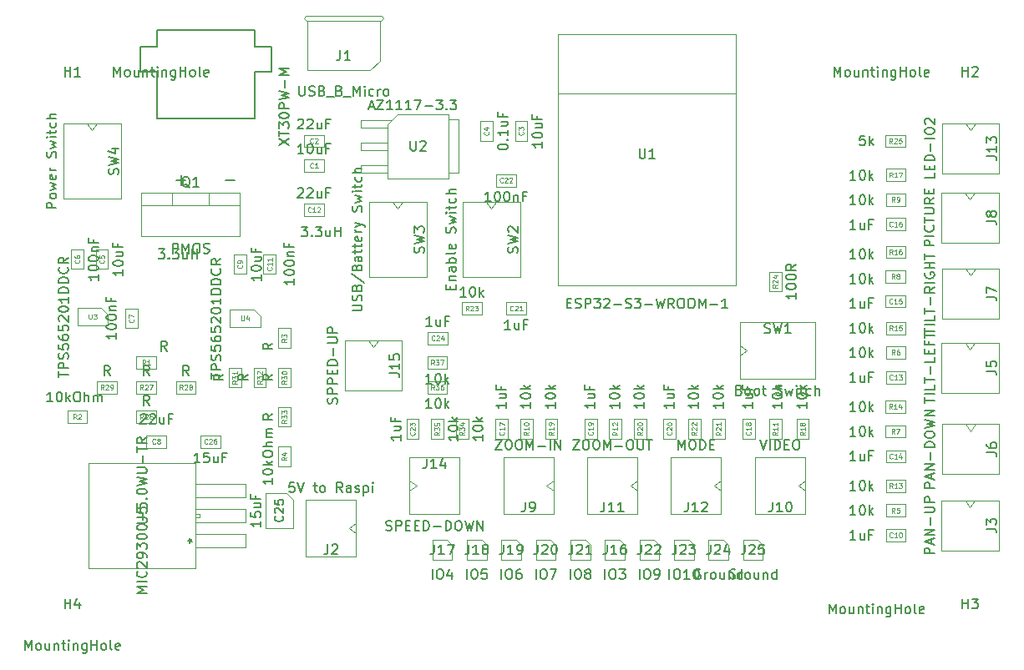
<source format=gbr>
%TF.GenerationSoftware,KiCad,Pcbnew,8.0.8*%
%TF.CreationDate,2025-03-31T14:22:49-05:00*%
%TF.ProjectId,Smart Tripod,536d6172-7420-4547-9269-706f642e6b69,rev?*%
%TF.SameCoordinates,Original*%
%TF.FileFunction,AssemblyDrawing,Top*%
%FSLAX46Y46*%
G04 Gerber Fmt 4.6, Leading zero omitted, Abs format (unit mm)*
G04 Created by KiCad (PCBNEW 8.0.8) date 2025-03-31 14:22:49*
%MOMM*%
%LPD*%
G01*
G04 APERTURE LIST*
%ADD10C,0.150000*%
%ADD11C,0.080000*%
%ADD12C,0.075000*%
%ADD13C,0.130000*%
%ADD14C,0.100000*%
%ADD15C,0.127000*%
%ADD16C,0.025400*%
G04 APERTURE END LIST*
D10*
X117304819Y-108540476D02*
X116828628Y-108873809D01*
X117304819Y-109111904D02*
X116304819Y-109111904D01*
X116304819Y-109111904D02*
X116304819Y-108730952D01*
X116304819Y-108730952D02*
X116352438Y-108635714D01*
X116352438Y-108635714D02*
X116400057Y-108588095D01*
X116400057Y-108588095D02*
X116495295Y-108540476D01*
X116495295Y-108540476D02*
X116638152Y-108540476D01*
X116638152Y-108540476D02*
X116733390Y-108588095D01*
X116733390Y-108588095D02*
X116781009Y-108635714D01*
X116781009Y-108635714D02*
X116828628Y-108730952D01*
X116828628Y-108730952D02*
X116828628Y-109111904D01*
D11*
X118727149Y-108083333D02*
X118489054Y-108249999D01*
X118727149Y-108369047D02*
X118227149Y-108369047D01*
X118227149Y-108369047D02*
X118227149Y-108178571D01*
X118227149Y-108178571D02*
X118250959Y-108130952D01*
X118250959Y-108130952D02*
X118274768Y-108107142D01*
X118274768Y-108107142D02*
X118322387Y-108083333D01*
X118322387Y-108083333D02*
X118393816Y-108083333D01*
X118393816Y-108083333D02*
X118441435Y-108107142D01*
X118441435Y-108107142D02*
X118465244Y-108130952D01*
X118465244Y-108130952D02*
X118489054Y-108178571D01*
X118489054Y-108178571D02*
X118489054Y-108369047D01*
X118227149Y-107916666D02*
X118227149Y-107607142D01*
X118227149Y-107607142D02*
X118417625Y-107773809D01*
X118417625Y-107773809D02*
X118417625Y-107702380D01*
X118417625Y-107702380D02*
X118441435Y-107654761D01*
X118441435Y-107654761D02*
X118465244Y-107630952D01*
X118465244Y-107630952D02*
X118512863Y-107607142D01*
X118512863Y-107607142D02*
X118631911Y-107607142D01*
X118631911Y-107607142D02*
X118679530Y-107630952D01*
X118679530Y-107630952D02*
X118703340Y-107654761D01*
X118703340Y-107654761D02*
X118727149Y-107702380D01*
X118727149Y-107702380D02*
X118727149Y-107845237D01*
X118727149Y-107845237D02*
X118703340Y-107892856D01*
X118703340Y-107892856D02*
X118679530Y-107916666D01*
D10*
X160642856Y-131502438D02*
X160547618Y-131454819D01*
X160547618Y-131454819D02*
X160404761Y-131454819D01*
X160404761Y-131454819D02*
X160261904Y-131502438D01*
X160261904Y-131502438D02*
X160166666Y-131597676D01*
X160166666Y-131597676D02*
X160119047Y-131692914D01*
X160119047Y-131692914D02*
X160071428Y-131883390D01*
X160071428Y-131883390D02*
X160071428Y-132026247D01*
X160071428Y-132026247D02*
X160119047Y-132216723D01*
X160119047Y-132216723D02*
X160166666Y-132311961D01*
X160166666Y-132311961D02*
X160261904Y-132407200D01*
X160261904Y-132407200D02*
X160404761Y-132454819D01*
X160404761Y-132454819D02*
X160499999Y-132454819D01*
X160499999Y-132454819D02*
X160642856Y-132407200D01*
X160642856Y-132407200D02*
X160690475Y-132359580D01*
X160690475Y-132359580D02*
X160690475Y-132026247D01*
X160690475Y-132026247D02*
X160499999Y-132026247D01*
X161119047Y-132454819D02*
X161119047Y-131788152D01*
X161119047Y-131978628D02*
X161166666Y-131883390D01*
X161166666Y-131883390D02*
X161214285Y-131835771D01*
X161214285Y-131835771D02*
X161309523Y-131788152D01*
X161309523Y-131788152D02*
X161404761Y-131788152D01*
X161880952Y-132454819D02*
X161785714Y-132407200D01*
X161785714Y-132407200D02*
X161738095Y-132359580D01*
X161738095Y-132359580D02*
X161690476Y-132264342D01*
X161690476Y-132264342D02*
X161690476Y-131978628D01*
X161690476Y-131978628D02*
X161738095Y-131883390D01*
X161738095Y-131883390D02*
X161785714Y-131835771D01*
X161785714Y-131835771D02*
X161880952Y-131788152D01*
X161880952Y-131788152D02*
X162023809Y-131788152D01*
X162023809Y-131788152D02*
X162119047Y-131835771D01*
X162119047Y-131835771D02*
X162166666Y-131883390D01*
X162166666Y-131883390D02*
X162214285Y-131978628D01*
X162214285Y-131978628D02*
X162214285Y-132264342D01*
X162214285Y-132264342D02*
X162166666Y-132359580D01*
X162166666Y-132359580D02*
X162119047Y-132407200D01*
X162119047Y-132407200D02*
X162023809Y-132454819D01*
X162023809Y-132454819D02*
X161880952Y-132454819D01*
X163071428Y-131788152D02*
X163071428Y-132454819D01*
X162642857Y-131788152D02*
X162642857Y-132311961D01*
X162642857Y-132311961D02*
X162690476Y-132407200D01*
X162690476Y-132407200D02*
X162785714Y-132454819D01*
X162785714Y-132454819D02*
X162928571Y-132454819D01*
X162928571Y-132454819D02*
X163023809Y-132407200D01*
X163023809Y-132407200D02*
X163071428Y-132359580D01*
X163547619Y-131788152D02*
X163547619Y-132454819D01*
X163547619Y-131883390D02*
X163595238Y-131835771D01*
X163595238Y-131835771D02*
X163690476Y-131788152D01*
X163690476Y-131788152D02*
X163833333Y-131788152D01*
X163833333Y-131788152D02*
X163928571Y-131835771D01*
X163928571Y-131835771D02*
X163976190Y-131931009D01*
X163976190Y-131931009D02*
X163976190Y-132454819D01*
X164880952Y-132454819D02*
X164880952Y-131454819D01*
X164880952Y-132407200D02*
X164785714Y-132454819D01*
X164785714Y-132454819D02*
X164595238Y-132454819D01*
X164595238Y-132454819D02*
X164500000Y-132407200D01*
X164500000Y-132407200D02*
X164452381Y-132359580D01*
X164452381Y-132359580D02*
X164404762Y-132264342D01*
X164404762Y-132264342D02*
X164404762Y-131978628D01*
X164404762Y-131978628D02*
X164452381Y-131883390D01*
X164452381Y-131883390D02*
X164500000Y-131835771D01*
X164500000Y-131835771D02*
X164595238Y-131788152D01*
X164595238Y-131788152D02*
X164785714Y-131788152D01*
X164785714Y-131788152D02*
X164880952Y-131835771D01*
X161690476Y-128954819D02*
X161690476Y-129669104D01*
X161690476Y-129669104D02*
X161642857Y-129811961D01*
X161642857Y-129811961D02*
X161547619Y-129907200D01*
X161547619Y-129907200D02*
X161404762Y-129954819D01*
X161404762Y-129954819D02*
X161309524Y-129954819D01*
X162119048Y-129050057D02*
X162166667Y-129002438D01*
X162166667Y-129002438D02*
X162261905Y-128954819D01*
X162261905Y-128954819D02*
X162500000Y-128954819D01*
X162500000Y-128954819D02*
X162595238Y-129002438D01*
X162595238Y-129002438D02*
X162642857Y-129050057D01*
X162642857Y-129050057D02*
X162690476Y-129145295D01*
X162690476Y-129145295D02*
X162690476Y-129240533D01*
X162690476Y-129240533D02*
X162642857Y-129383390D01*
X162642857Y-129383390D02*
X162071429Y-129954819D01*
X162071429Y-129954819D02*
X162690476Y-129954819D01*
X163547619Y-129288152D02*
X163547619Y-129954819D01*
X163309524Y-128907200D02*
X163071429Y-129621485D01*
X163071429Y-129621485D02*
X163690476Y-129621485D01*
X152454819Y-114535238D02*
X152454819Y-115106666D01*
X152454819Y-114820952D02*
X151454819Y-114820952D01*
X151454819Y-114820952D02*
X151597676Y-114916190D01*
X151597676Y-114916190D02*
X151692914Y-115011428D01*
X151692914Y-115011428D02*
X151740533Y-115106666D01*
X151454819Y-113916190D02*
X151454819Y-113820952D01*
X151454819Y-113820952D02*
X151502438Y-113725714D01*
X151502438Y-113725714D02*
X151550057Y-113678095D01*
X151550057Y-113678095D02*
X151645295Y-113630476D01*
X151645295Y-113630476D02*
X151835771Y-113582857D01*
X151835771Y-113582857D02*
X152073866Y-113582857D01*
X152073866Y-113582857D02*
X152264342Y-113630476D01*
X152264342Y-113630476D02*
X152359580Y-113678095D01*
X152359580Y-113678095D02*
X152407200Y-113725714D01*
X152407200Y-113725714D02*
X152454819Y-113820952D01*
X152454819Y-113820952D02*
X152454819Y-113916190D01*
X152454819Y-113916190D02*
X152407200Y-114011428D01*
X152407200Y-114011428D02*
X152359580Y-114059047D01*
X152359580Y-114059047D02*
X152264342Y-114106666D01*
X152264342Y-114106666D02*
X152073866Y-114154285D01*
X152073866Y-114154285D02*
X151835771Y-114154285D01*
X151835771Y-114154285D02*
X151645295Y-114106666D01*
X151645295Y-114106666D02*
X151550057Y-114059047D01*
X151550057Y-114059047D02*
X151502438Y-114011428D01*
X151502438Y-114011428D02*
X151454819Y-113916190D01*
X152454819Y-113154285D02*
X151454819Y-113154285D01*
X152073866Y-113059047D02*
X152454819Y-112773333D01*
X151788152Y-112773333D02*
X152169104Y-113154285D01*
D11*
X152267149Y-117521428D02*
X152029054Y-117688094D01*
X152267149Y-117807142D02*
X151767149Y-117807142D01*
X151767149Y-117807142D02*
X151767149Y-117616666D01*
X151767149Y-117616666D02*
X151790959Y-117569047D01*
X151790959Y-117569047D02*
X151814768Y-117545237D01*
X151814768Y-117545237D02*
X151862387Y-117521428D01*
X151862387Y-117521428D02*
X151933816Y-117521428D01*
X151933816Y-117521428D02*
X151981435Y-117545237D01*
X151981435Y-117545237D02*
X152005244Y-117569047D01*
X152005244Y-117569047D02*
X152029054Y-117616666D01*
X152029054Y-117616666D02*
X152029054Y-117807142D01*
X152267149Y-117045237D02*
X152267149Y-117330951D01*
X152267149Y-117188094D02*
X151767149Y-117188094D01*
X151767149Y-117188094D02*
X151838578Y-117235713D01*
X151838578Y-117235713D02*
X151886197Y-117283332D01*
X151886197Y-117283332D02*
X151910006Y-117330951D01*
X151814768Y-116854761D02*
X151790959Y-116830952D01*
X151790959Y-116830952D02*
X151767149Y-116783333D01*
X151767149Y-116783333D02*
X151767149Y-116664285D01*
X151767149Y-116664285D02*
X151790959Y-116616666D01*
X151790959Y-116616666D02*
X151814768Y-116592857D01*
X151814768Y-116592857D02*
X151862387Y-116569047D01*
X151862387Y-116569047D02*
X151910006Y-116569047D01*
X151910006Y-116569047D02*
X151981435Y-116592857D01*
X151981435Y-116592857D02*
X152267149Y-116878571D01*
X152267149Y-116878571D02*
X152267149Y-116569047D01*
D10*
X99634819Y-101547619D02*
X99634819Y-102119047D01*
X99634819Y-101833333D02*
X98634819Y-101833333D01*
X98634819Y-101833333D02*
X98777676Y-101928571D01*
X98777676Y-101928571D02*
X98872914Y-102023809D01*
X98872914Y-102023809D02*
X98920533Y-102119047D01*
X98634819Y-100928571D02*
X98634819Y-100833333D01*
X98634819Y-100833333D02*
X98682438Y-100738095D01*
X98682438Y-100738095D02*
X98730057Y-100690476D01*
X98730057Y-100690476D02*
X98825295Y-100642857D01*
X98825295Y-100642857D02*
X99015771Y-100595238D01*
X99015771Y-100595238D02*
X99253866Y-100595238D01*
X99253866Y-100595238D02*
X99444342Y-100642857D01*
X99444342Y-100642857D02*
X99539580Y-100690476D01*
X99539580Y-100690476D02*
X99587200Y-100738095D01*
X99587200Y-100738095D02*
X99634819Y-100833333D01*
X99634819Y-100833333D02*
X99634819Y-100928571D01*
X99634819Y-100928571D02*
X99587200Y-101023809D01*
X99587200Y-101023809D02*
X99539580Y-101071428D01*
X99539580Y-101071428D02*
X99444342Y-101119047D01*
X99444342Y-101119047D02*
X99253866Y-101166666D01*
X99253866Y-101166666D02*
X99015771Y-101166666D01*
X99015771Y-101166666D02*
X98825295Y-101119047D01*
X98825295Y-101119047D02*
X98730057Y-101071428D01*
X98730057Y-101071428D02*
X98682438Y-101023809D01*
X98682438Y-101023809D02*
X98634819Y-100928571D01*
X98634819Y-99976190D02*
X98634819Y-99880952D01*
X98634819Y-99880952D02*
X98682438Y-99785714D01*
X98682438Y-99785714D02*
X98730057Y-99738095D01*
X98730057Y-99738095D02*
X98825295Y-99690476D01*
X98825295Y-99690476D02*
X99015771Y-99642857D01*
X99015771Y-99642857D02*
X99253866Y-99642857D01*
X99253866Y-99642857D02*
X99444342Y-99690476D01*
X99444342Y-99690476D02*
X99539580Y-99738095D01*
X99539580Y-99738095D02*
X99587200Y-99785714D01*
X99587200Y-99785714D02*
X99634819Y-99880952D01*
X99634819Y-99880952D02*
X99634819Y-99976190D01*
X99634819Y-99976190D02*
X99587200Y-100071428D01*
X99587200Y-100071428D02*
X99539580Y-100119047D01*
X99539580Y-100119047D02*
X99444342Y-100166666D01*
X99444342Y-100166666D02*
X99253866Y-100214285D01*
X99253866Y-100214285D02*
X99015771Y-100214285D01*
X99015771Y-100214285D02*
X98825295Y-100166666D01*
X98825295Y-100166666D02*
X98730057Y-100119047D01*
X98730057Y-100119047D02*
X98682438Y-100071428D01*
X98682438Y-100071428D02*
X98634819Y-99976190D01*
X98968152Y-99214285D02*
X99634819Y-99214285D01*
X99063390Y-99214285D02*
X99015771Y-99166666D01*
X99015771Y-99166666D02*
X98968152Y-99071428D01*
X98968152Y-99071428D02*
X98968152Y-98928571D01*
X98968152Y-98928571D02*
X99015771Y-98833333D01*
X99015771Y-98833333D02*
X99111009Y-98785714D01*
X99111009Y-98785714D02*
X99634819Y-98785714D01*
X99111009Y-97976190D02*
X99111009Y-98309523D01*
X99634819Y-98309523D02*
X98634819Y-98309523D01*
X98634819Y-98309523D02*
X98634819Y-97833333D01*
D11*
X97679530Y-100083333D02*
X97703340Y-100107142D01*
X97703340Y-100107142D02*
X97727149Y-100178571D01*
X97727149Y-100178571D02*
X97727149Y-100226190D01*
X97727149Y-100226190D02*
X97703340Y-100297618D01*
X97703340Y-100297618D02*
X97655720Y-100345237D01*
X97655720Y-100345237D02*
X97608101Y-100369047D01*
X97608101Y-100369047D02*
X97512863Y-100392856D01*
X97512863Y-100392856D02*
X97441435Y-100392856D01*
X97441435Y-100392856D02*
X97346197Y-100369047D01*
X97346197Y-100369047D02*
X97298578Y-100345237D01*
X97298578Y-100345237D02*
X97250959Y-100297618D01*
X97250959Y-100297618D02*
X97227149Y-100226190D01*
X97227149Y-100226190D02*
X97227149Y-100178571D01*
X97227149Y-100178571D02*
X97250959Y-100107142D01*
X97250959Y-100107142D02*
X97274768Y-100083333D01*
X97227149Y-99654761D02*
X97227149Y-99749999D01*
X97227149Y-99749999D02*
X97250959Y-99797618D01*
X97250959Y-99797618D02*
X97274768Y-99821428D01*
X97274768Y-99821428D02*
X97346197Y-99869047D01*
X97346197Y-99869047D02*
X97441435Y-99892856D01*
X97441435Y-99892856D02*
X97631911Y-99892856D01*
X97631911Y-99892856D02*
X97679530Y-99869047D01*
X97679530Y-99869047D02*
X97703340Y-99845237D01*
X97703340Y-99845237D02*
X97727149Y-99797618D01*
X97727149Y-99797618D02*
X97727149Y-99702380D01*
X97727149Y-99702380D02*
X97703340Y-99654761D01*
X97703340Y-99654761D02*
X97679530Y-99630952D01*
X97679530Y-99630952D02*
X97631911Y-99607142D01*
X97631911Y-99607142D02*
X97512863Y-99607142D01*
X97512863Y-99607142D02*
X97465244Y-99630952D01*
X97465244Y-99630952D02*
X97441435Y-99654761D01*
X97441435Y-99654761D02*
X97417625Y-99702380D01*
X97417625Y-99702380D02*
X97417625Y-99797618D01*
X97417625Y-99797618D02*
X97441435Y-99845237D01*
X97441435Y-99845237D02*
X97465244Y-99869047D01*
X97465244Y-99869047D02*
X97512863Y-99892856D01*
D10*
X127071429Y-84544104D02*
X127547619Y-84544104D01*
X126976191Y-84829819D02*
X127309524Y-83829819D01*
X127309524Y-83829819D02*
X127642857Y-84829819D01*
X127880953Y-83829819D02*
X128547619Y-83829819D01*
X128547619Y-83829819D02*
X127880953Y-84829819D01*
X127880953Y-84829819D02*
X128547619Y-84829819D01*
X129452381Y-84829819D02*
X128880953Y-84829819D01*
X129166667Y-84829819D02*
X129166667Y-83829819D01*
X129166667Y-83829819D02*
X129071429Y-83972676D01*
X129071429Y-83972676D02*
X128976191Y-84067914D01*
X128976191Y-84067914D02*
X128880953Y-84115533D01*
X130404762Y-84829819D02*
X129833334Y-84829819D01*
X130119048Y-84829819D02*
X130119048Y-83829819D01*
X130119048Y-83829819D02*
X130023810Y-83972676D01*
X130023810Y-83972676D02*
X129928572Y-84067914D01*
X129928572Y-84067914D02*
X129833334Y-84115533D01*
X131357143Y-84829819D02*
X130785715Y-84829819D01*
X131071429Y-84829819D02*
X131071429Y-83829819D01*
X131071429Y-83829819D02*
X130976191Y-83972676D01*
X130976191Y-83972676D02*
X130880953Y-84067914D01*
X130880953Y-84067914D02*
X130785715Y-84115533D01*
X131690477Y-83829819D02*
X132357143Y-83829819D01*
X132357143Y-83829819D02*
X131928572Y-84829819D01*
X132738096Y-84448866D02*
X133500001Y-84448866D01*
X133880953Y-83829819D02*
X134500000Y-83829819D01*
X134500000Y-83829819D02*
X134166667Y-84210771D01*
X134166667Y-84210771D02*
X134309524Y-84210771D01*
X134309524Y-84210771D02*
X134404762Y-84258390D01*
X134404762Y-84258390D02*
X134452381Y-84306009D01*
X134452381Y-84306009D02*
X134500000Y-84401247D01*
X134500000Y-84401247D02*
X134500000Y-84639342D01*
X134500000Y-84639342D02*
X134452381Y-84734580D01*
X134452381Y-84734580D02*
X134404762Y-84782200D01*
X134404762Y-84782200D02*
X134309524Y-84829819D01*
X134309524Y-84829819D02*
X134023810Y-84829819D01*
X134023810Y-84829819D02*
X133928572Y-84782200D01*
X133928572Y-84782200D02*
X133880953Y-84734580D01*
X134928572Y-84734580D02*
X134976191Y-84782200D01*
X134976191Y-84782200D02*
X134928572Y-84829819D01*
X134928572Y-84829819D02*
X134880953Y-84782200D01*
X134880953Y-84782200D02*
X134928572Y-84734580D01*
X134928572Y-84734580D02*
X134928572Y-84829819D01*
X135309524Y-83829819D02*
X135928571Y-83829819D01*
X135928571Y-83829819D02*
X135595238Y-84210771D01*
X135595238Y-84210771D02*
X135738095Y-84210771D01*
X135738095Y-84210771D02*
X135833333Y-84258390D01*
X135833333Y-84258390D02*
X135880952Y-84306009D01*
X135880952Y-84306009D02*
X135928571Y-84401247D01*
X135928571Y-84401247D02*
X135928571Y-84639342D01*
X135928571Y-84639342D02*
X135880952Y-84734580D01*
X135880952Y-84734580D02*
X135833333Y-84782200D01*
X135833333Y-84782200D02*
X135738095Y-84829819D01*
X135738095Y-84829819D02*
X135452381Y-84829819D01*
X135452381Y-84829819D02*
X135357143Y-84782200D01*
X135357143Y-84782200D02*
X135309524Y-84734580D01*
X131278095Y-87979819D02*
X131278095Y-88789342D01*
X131278095Y-88789342D02*
X131325714Y-88884580D01*
X131325714Y-88884580D02*
X131373333Y-88932200D01*
X131373333Y-88932200D02*
X131468571Y-88979819D01*
X131468571Y-88979819D02*
X131659047Y-88979819D01*
X131659047Y-88979819D02*
X131754285Y-88932200D01*
X131754285Y-88932200D02*
X131801904Y-88884580D01*
X131801904Y-88884580D02*
X131849523Y-88789342D01*
X131849523Y-88789342D02*
X131849523Y-87979819D01*
X132278095Y-88075057D02*
X132325714Y-88027438D01*
X132325714Y-88027438D02*
X132420952Y-87979819D01*
X132420952Y-87979819D02*
X132659047Y-87979819D01*
X132659047Y-87979819D02*
X132754285Y-88027438D01*
X132754285Y-88027438D02*
X132801904Y-88075057D01*
X132801904Y-88075057D02*
X132849523Y-88170295D01*
X132849523Y-88170295D02*
X132849523Y-88265533D01*
X132849523Y-88265533D02*
X132801904Y-88408390D01*
X132801904Y-88408390D02*
X132230476Y-88979819D01*
X132230476Y-88979819D02*
X132849523Y-88979819D01*
X184394819Y-91229999D02*
X184394819Y-91706189D01*
X184394819Y-91706189D02*
X183394819Y-91706189D01*
X183871009Y-90896665D02*
X183871009Y-90563332D01*
X184394819Y-90420475D02*
X184394819Y-90896665D01*
X184394819Y-90896665D02*
X183394819Y-90896665D01*
X183394819Y-90896665D02*
X183394819Y-90420475D01*
X184394819Y-89991903D02*
X183394819Y-89991903D01*
X183394819Y-89991903D02*
X183394819Y-89753808D01*
X183394819Y-89753808D02*
X183442438Y-89610951D01*
X183442438Y-89610951D02*
X183537676Y-89515713D01*
X183537676Y-89515713D02*
X183632914Y-89468094D01*
X183632914Y-89468094D02*
X183823390Y-89420475D01*
X183823390Y-89420475D02*
X183966247Y-89420475D01*
X183966247Y-89420475D02*
X184156723Y-89468094D01*
X184156723Y-89468094D02*
X184251961Y-89515713D01*
X184251961Y-89515713D02*
X184347200Y-89610951D01*
X184347200Y-89610951D02*
X184394819Y-89753808D01*
X184394819Y-89753808D02*
X184394819Y-89991903D01*
X184013866Y-88991903D02*
X184013866Y-88229999D01*
X184394819Y-87753808D02*
X183394819Y-87753808D01*
X183394819Y-87087142D02*
X183394819Y-86896666D01*
X183394819Y-86896666D02*
X183442438Y-86801428D01*
X183442438Y-86801428D02*
X183537676Y-86706190D01*
X183537676Y-86706190D02*
X183728152Y-86658571D01*
X183728152Y-86658571D02*
X184061485Y-86658571D01*
X184061485Y-86658571D02*
X184251961Y-86706190D01*
X184251961Y-86706190D02*
X184347200Y-86801428D01*
X184347200Y-86801428D02*
X184394819Y-86896666D01*
X184394819Y-86896666D02*
X184394819Y-87087142D01*
X184394819Y-87087142D02*
X184347200Y-87182380D01*
X184347200Y-87182380D02*
X184251961Y-87277618D01*
X184251961Y-87277618D02*
X184061485Y-87325237D01*
X184061485Y-87325237D02*
X183728152Y-87325237D01*
X183728152Y-87325237D02*
X183537676Y-87277618D01*
X183537676Y-87277618D02*
X183442438Y-87182380D01*
X183442438Y-87182380D02*
X183394819Y-87087142D01*
X183490057Y-86277618D02*
X183442438Y-86229999D01*
X183442438Y-86229999D02*
X183394819Y-86134761D01*
X183394819Y-86134761D02*
X183394819Y-85896666D01*
X183394819Y-85896666D02*
X183442438Y-85801428D01*
X183442438Y-85801428D02*
X183490057Y-85753809D01*
X183490057Y-85753809D02*
X183585295Y-85706190D01*
X183585295Y-85706190D02*
X183680533Y-85706190D01*
X183680533Y-85706190D02*
X183823390Y-85753809D01*
X183823390Y-85753809D02*
X184394819Y-86325237D01*
X184394819Y-86325237D02*
X184394819Y-85706190D01*
X189694819Y-89539523D02*
X190409104Y-89539523D01*
X190409104Y-89539523D02*
X190551961Y-89587142D01*
X190551961Y-89587142D02*
X190647200Y-89682380D01*
X190647200Y-89682380D02*
X190694819Y-89825237D01*
X190694819Y-89825237D02*
X190694819Y-89920475D01*
X190694819Y-88539523D02*
X190694819Y-89110951D01*
X190694819Y-88825237D02*
X189694819Y-88825237D01*
X189694819Y-88825237D02*
X189837676Y-88920475D01*
X189837676Y-88920475D02*
X189932914Y-89015713D01*
X189932914Y-89015713D02*
X189980533Y-89110951D01*
X189694819Y-88206189D02*
X189694819Y-87587142D01*
X189694819Y-87587142D02*
X190075771Y-87920475D01*
X190075771Y-87920475D02*
X190075771Y-87777618D01*
X190075771Y-87777618D02*
X190123390Y-87682380D01*
X190123390Y-87682380D02*
X190171009Y-87634761D01*
X190171009Y-87634761D02*
X190266247Y-87587142D01*
X190266247Y-87587142D02*
X190504342Y-87587142D01*
X190504342Y-87587142D02*
X190599580Y-87634761D01*
X190599580Y-87634761D02*
X190647200Y-87682380D01*
X190647200Y-87682380D02*
X190694819Y-87777618D01*
X190694819Y-87777618D02*
X190694819Y-88063332D01*
X190694819Y-88063332D02*
X190647200Y-88158570D01*
X190647200Y-88158570D02*
X190599580Y-88206189D01*
X176404761Y-99954819D02*
X175833333Y-99954819D01*
X176119047Y-99954819D02*
X176119047Y-98954819D01*
X176119047Y-98954819D02*
X176023809Y-99097676D01*
X176023809Y-99097676D02*
X175928571Y-99192914D01*
X175928571Y-99192914D02*
X175833333Y-99240533D01*
X177023809Y-98954819D02*
X177119047Y-98954819D01*
X177119047Y-98954819D02*
X177214285Y-99002438D01*
X177214285Y-99002438D02*
X177261904Y-99050057D01*
X177261904Y-99050057D02*
X177309523Y-99145295D01*
X177309523Y-99145295D02*
X177357142Y-99335771D01*
X177357142Y-99335771D02*
X177357142Y-99573866D01*
X177357142Y-99573866D02*
X177309523Y-99764342D01*
X177309523Y-99764342D02*
X177261904Y-99859580D01*
X177261904Y-99859580D02*
X177214285Y-99907200D01*
X177214285Y-99907200D02*
X177119047Y-99954819D01*
X177119047Y-99954819D02*
X177023809Y-99954819D01*
X177023809Y-99954819D02*
X176928571Y-99907200D01*
X176928571Y-99907200D02*
X176880952Y-99859580D01*
X176880952Y-99859580D02*
X176833333Y-99764342D01*
X176833333Y-99764342D02*
X176785714Y-99573866D01*
X176785714Y-99573866D02*
X176785714Y-99335771D01*
X176785714Y-99335771D02*
X176833333Y-99145295D01*
X176833333Y-99145295D02*
X176880952Y-99050057D01*
X176880952Y-99050057D02*
X176928571Y-99002438D01*
X176928571Y-99002438D02*
X177023809Y-98954819D01*
X177785714Y-99954819D02*
X177785714Y-98954819D01*
X177880952Y-99573866D02*
X178166666Y-99954819D01*
X178166666Y-99288152D02*
X177785714Y-99669104D01*
D11*
X180141071Y-99497149D02*
X179974405Y-99259054D01*
X179855357Y-99497149D02*
X179855357Y-98997149D01*
X179855357Y-98997149D02*
X180045833Y-98997149D01*
X180045833Y-98997149D02*
X180093452Y-99020959D01*
X180093452Y-99020959D02*
X180117262Y-99044768D01*
X180117262Y-99044768D02*
X180141071Y-99092387D01*
X180141071Y-99092387D02*
X180141071Y-99163816D01*
X180141071Y-99163816D02*
X180117262Y-99211435D01*
X180117262Y-99211435D02*
X180093452Y-99235244D01*
X180093452Y-99235244D02*
X180045833Y-99259054D01*
X180045833Y-99259054D02*
X179855357Y-99259054D01*
X180617262Y-99497149D02*
X180331548Y-99497149D01*
X180474405Y-99497149D02*
X180474405Y-98997149D01*
X180474405Y-98997149D02*
X180426786Y-99068578D01*
X180426786Y-99068578D02*
X180379167Y-99116197D01*
X180379167Y-99116197D02*
X180331548Y-99140006D01*
X181045833Y-98997149D02*
X180950595Y-98997149D01*
X180950595Y-98997149D02*
X180902976Y-99020959D01*
X180902976Y-99020959D02*
X180879166Y-99044768D01*
X180879166Y-99044768D02*
X180831547Y-99116197D01*
X180831547Y-99116197D02*
X180807738Y-99211435D01*
X180807738Y-99211435D02*
X180807738Y-99401911D01*
X180807738Y-99401911D02*
X180831547Y-99449530D01*
X180831547Y-99449530D02*
X180855357Y-99473340D01*
X180855357Y-99473340D02*
X180902976Y-99497149D01*
X180902976Y-99497149D02*
X180998214Y-99497149D01*
X180998214Y-99497149D02*
X181045833Y-99473340D01*
X181045833Y-99473340D02*
X181069642Y-99449530D01*
X181069642Y-99449530D02*
X181093452Y-99401911D01*
X181093452Y-99401911D02*
X181093452Y-99282863D01*
X181093452Y-99282863D02*
X181069642Y-99235244D01*
X181069642Y-99235244D02*
X181045833Y-99211435D01*
X181045833Y-99211435D02*
X180998214Y-99187625D01*
X180998214Y-99187625D02*
X180902976Y-99187625D01*
X180902976Y-99187625D02*
X180855357Y-99211435D01*
X180855357Y-99211435D02*
X180831547Y-99235244D01*
X180831547Y-99235244D02*
X180807738Y-99282863D01*
D10*
X149954819Y-114535238D02*
X149954819Y-115106666D01*
X149954819Y-114820952D02*
X148954819Y-114820952D01*
X148954819Y-114820952D02*
X149097676Y-114916190D01*
X149097676Y-114916190D02*
X149192914Y-115011428D01*
X149192914Y-115011428D02*
X149240533Y-115106666D01*
X149288152Y-113678095D02*
X149954819Y-113678095D01*
X149288152Y-114106666D02*
X149811961Y-114106666D01*
X149811961Y-114106666D02*
X149907200Y-114059047D01*
X149907200Y-114059047D02*
X149954819Y-113963809D01*
X149954819Y-113963809D02*
X149954819Y-113820952D01*
X149954819Y-113820952D02*
X149907200Y-113725714D01*
X149907200Y-113725714D02*
X149859580Y-113678095D01*
X149431009Y-112868571D02*
X149431009Y-113201904D01*
X149954819Y-113201904D02*
X148954819Y-113201904D01*
X148954819Y-113201904D02*
X148954819Y-112725714D01*
D11*
X149719530Y-117521428D02*
X149743340Y-117545237D01*
X149743340Y-117545237D02*
X149767149Y-117616666D01*
X149767149Y-117616666D02*
X149767149Y-117664285D01*
X149767149Y-117664285D02*
X149743340Y-117735713D01*
X149743340Y-117735713D02*
X149695720Y-117783332D01*
X149695720Y-117783332D02*
X149648101Y-117807142D01*
X149648101Y-117807142D02*
X149552863Y-117830951D01*
X149552863Y-117830951D02*
X149481435Y-117830951D01*
X149481435Y-117830951D02*
X149386197Y-117807142D01*
X149386197Y-117807142D02*
X149338578Y-117783332D01*
X149338578Y-117783332D02*
X149290959Y-117735713D01*
X149290959Y-117735713D02*
X149267149Y-117664285D01*
X149267149Y-117664285D02*
X149267149Y-117616666D01*
X149267149Y-117616666D02*
X149290959Y-117545237D01*
X149290959Y-117545237D02*
X149314768Y-117521428D01*
X149767149Y-117045237D02*
X149767149Y-117330951D01*
X149767149Y-117188094D02*
X149267149Y-117188094D01*
X149267149Y-117188094D02*
X149338578Y-117235713D01*
X149338578Y-117235713D02*
X149386197Y-117283332D01*
X149386197Y-117283332D02*
X149410006Y-117330951D01*
X149767149Y-116807142D02*
X149767149Y-116711904D01*
X149767149Y-116711904D02*
X149743340Y-116664285D01*
X149743340Y-116664285D02*
X149719530Y-116640476D01*
X149719530Y-116640476D02*
X149648101Y-116592857D01*
X149648101Y-116592857D02*
X149552863Y-116569047D01*
X149552863Y-116569047D02*
X149362387Y-116569047D01*
X149362387Y-116569047D02*
X149314768Y-116592857D01*
X149314768Y-116592857D02*
X149290959Y-116616666D01*
X149290959Y-116616666D02*
X149267149Y-116664285D01*
X149267149Y-116664285D02*
X149267149Y-116759523D01*
X149267149Y-116759523D02*
X149290959Y-116807142D01*
X149290959Y-116807142D02*
X149314768Y-116830952D01*
X149314768Y-116830952D02*
X149362387Y-116854761D01*
X149362387Y-116854761D02*
X149481435Y-116854761D01*
X149481435Y-116854761D02*
X149529054Y-116830952D01*
X149529054Y-116830952D02*
X149552863Y-116807142D01*
X149552863Y-116807142D02*
X149576673Y-116759523D01*
X149576673Y-116759523D02*
X149576673Y-116664285D01*
X149576673Y-116664285D02*
X149552863Y-116616666D01*
X149552863Y-116616666D02*
X149529054Y-116592857D01*
X149529054Y-116592857D02*
X149481435Y-116569047D01*
D10*
X176404761Y-125954819D02*
X175833333Y-125954819D01*
X176119047Y-125954819D02*
X176119047Y-124954819D01*
X176119047Y-124954819D02*
X176023809Y-125097676D01*
X176023809Y-125097676D02*
X175928571Y-125192914D01*
X175928571Y-125192914D02*
X175833333Y-125240533D01*
X177023809Y-124954819D02*
X177119047Y-124954819D01*
X177119047Y-124954819D02*
X177214285Y-125002438D01*
X177214285Y-125002438D02*
X177261904Y-125050057D01*
X177261904Y-125050057D02*
X177309523Y-125145295D01*
X177309523Y-125145295D02*
X177357142Y-125335771D01*
X177357142Y-125335771D02*
X177357142Y-125573866D01*
X177357142Y-125573866D02*
X177309523Y-125764342D01*
X177309523Y-125764342D02*
X177261904Y-125859580D01*
X177261904Y-125859580D02*
X177214285Y-125907200D01*
X177214285Y-125907200D02*
X177119047Y-125954819D01*
X177119047Y-125954819D02*
X177023809Y-125954819D01*
X177023809Y-125954819D02*
X176928571Y-125907200D01*
X176928571Y-125907200D02*
X176880952Y-125859580D01*
X176880952Y-125859580D02*
X176833333Y-125764342D01*
X176833333Y-125764342D02*
X176785714Y-125573866D01*
X176785714Y-125573866D02*
X176785714Y-125335771D01*
X176785714Y-125335771D02*
X176833333Y-125145295D01*
X176833333Y-125145295D02*
X176880952Y-125050057D01*
X176880952Y-125050057D02*
X176928571Y-125002438D01*
X176928571Y-125002438D02*
X177023809Y-124954819D01*
X177785714Y-125954819D02*
X177785714Y-124954819D01*
X177880952Y-125573866D02*
X178166666Y-125954819D01*
X178166666Y-125288152D02*
X177785714Y-125669104D01*
D11*
X180379166Y-125727149D02*
X180212500Y-125489054D01*
X180093452Y-125727149D02*
X180093452Y-125227149D01*
X180093452Y-125227149D02*
X180283928Y-125227149D01*
X180283928Y-125227149D02*
X180331547Y-125250959D01*
X180331547Y-125250959D02*
X180355357Y-125274768D01*
X180355357Y-125274768D02*
X180379166Y-125322387D01*
X180379166Y-125322387D02*
X180379166Y-125393816D01*
X180379166Y-125393816D02*
X180355357Y-125441435D01*
X180355357Y-125441435D02*
X180331547Y-125465244D01*
X180331547Y-125465244D02*
X180283928Y-125489054D01*
X180283928Y-125489054D02*
X180093452Y-125489054D01*
X180831547Y-125227149D02*
X180593452Y-125227149D01*
X180593452Y-125227149D02*
X180569643Y-125465244D01*
X180569643Y-125465244D02*
X180593452Y-125441435D01*
X180593452Y-125441435D02*
X180641071Y-125417625D01*
X180641071Y-125417625D02*
X180760119Y-125417625D01*
X180760119Y-125417625D02*
X180807738Y-125441435D01*
X180807738Y-125441435D02*
X180831547Y-125465244D01*
X180831547Y-125465244D02*
X180855357Y-125512863D01*
X180855357Y-125512863D02*
X180855357Y-125631911D01*
X180855357Y-125631911D02*
X180831547Y-125679530D01*
X180831547Y-125679530D02*
X180807738Y-125703340D01*
X180807738Y-125703340D02*
X180760119Y-125727149D01*
X180760119Y-125727149D02*
X180641071Y-125727149D01*
X180641071Y-125727149D02*
X180593452Y-125703340D01*
X180593452Y-125703340D02*
X180569643Y-125679530D01*
D10*
X116134819Y-101571428D02*
X116134819Y-102142856D01*
X116134819Y-101857142D02*
X115134819Y-101857142D01*
X115134819Y-101857142D02*
X115277676Y-101952380D01*
X115277676Y-101952380D02*
X115372914Y-102047618D01*
X115372914Y-102047618D02*
X115420533Y-102142856D01*
X115134819Y-100952380D02*
X115134819Y-100857142D01*
X115134819Y-100857142D02*
X115182438Y-100761904D01*
X115182438Y-100761904D02*
X115230057Y-100714285D01*
X115230057Y-100714285D02*
X115325295Y-100666666D01*
X115325295Y-100666666D02*
X115515771Y-100619047D01*
X115515771Y-100619047D02*
X115753866Y-100619047D01*
X115753866Y-100619047D02*
X115944342Y-100666666D01*
X115944342Y-100666666D02*
X116039580Y-100714285D01*
X116039580Y-100714285D02*
X116087200Y-100761904D01*
X116087200Y-100761904D02*
X116134819Y-100857142D01*
X116134819Y-100857142D02*
X116134819Y-100952380D01*
X116134819Y-100952380D02*
X116087200Y-101047618D01*
X116087200Y-101047618D02*
X116039580Y-101095237D01*
X116039580Y-101095237D02*
X115944342Y-101142856D01*
X115944342Y-101142856D02*
X115753866Y-101190475D01*
X115753866Y-101190475D02*
X115515771Y-101190475D01*
X115515771Y-101190475D02*
X115325295Y-101142856D01*
X115325295Y-101142856D02*
X115230057Y-101095237D01*
X115230057Y-101095237D02*
X115182438Y-101047618D01*
X115182438Y-101047618D02*
X115134819Y-100952380D01*
X115468152Y-99761904D02*
X116134819Y-99761904D01*
X115468152Y-100190475D02*
X115991961Y-100190475D01*
X115991961Y-100190475D02*
X116087200Y-100142856D01*
X116087200Y-100142856D02*
X116134819Y-100047618D01*
X116134819Y-100047618D02*
X116134819Y-99904761D01*
X116134819Y-99904761D02*
X116087200Y-99809523D01*
X116087200Y-99809523D02*
X116039580Y-99761904D01*
X115611009Y-98952380D02*
X115611009Y-99285713D01*
X116134819Y-99285713D02*
X115134819Y-99285713D01*
X115134819Y-99285713D02*
X115134819Y-98809523D01*
D11*
X114179530Y-100583333D02*
X114203340Y-100607142D01*
X114203340Y-100607142D02*
X114227149Y-100678571D01*
X114227149Y-100678571D02*
X114227149Y-100726190D01*
X114227149Y-100726190D02*
X114203340Y-100797618D01*
X114203340Y-100797618D02*
X114155720Y-100845237D01*
X114155720Y-100845237D02*
X114108101Y-100869047D01*
X114108101Y-100869047D02*
X114012863Y-100892856D01*
X114012863Y-100892856D02*
X113941435Y-100892856D01*
X113941435Y-100892856D02*
X113846197Y-100869047D01*
X113846197Y-100869047D02*
X113798578Y-100845237D01*
X113798578Y-100845237D02*
X113750959Y-100797618D01*
X113750959Y-100797618D02*
X113727149Y-100726190D01*
X113727149Y-100726190D02*
X113727149Y-100678571D01*
X113727149Y-100678571D02*
X113750959Y-100607142D01*
X113750959Y-100607142D02*
X113774768Y-100583333D01*
X114227149Y-100345237D02*
X114227149Y-100249999D01*
X114227149Y-100249999D02*
X114203340Y-100202380D01*
X114203340Y-100202380D02*
X114179530Y-100178571D01*
X114179530Y-100178571D02*
X114108101Y-100130952D01*
X114108101Y-100130952D02*
X114012863Y-100107142D01*
X114012863Y-100107142D02*
X113822387Y-100107142D01*
X113822387Y-100107142D02*
X113774768Y-100130952D01*
X113774768Y-100130952D02*
X113750959Y-100154761D01*
X113750959Y-100154761D02*
X113727149Y-100202380D01*
X113727149Y-100202380D02*
X113727149Y-100297618D01*
X113727149Y-100297618D02*
X113750959Y-100345237D01*
X113750959Y-100345237D02*
X113774768Y-100369047D01*
X113774768Y-100369047D02*
X113822387Y-100392856D01*
X113822387Y-100392856D02*
X113941435Y-100392856D01*
X113941435Y-100392856D02*
X113989054Y-100369047D01*
X113989054Y-100369047D02*
X114012863Y-100345237D01*
X114012863Y-100345237D02*
X114036673Y-100297618D01*
X114036673Y-100297618D02*
X114036673Y-100202380D01*
X114036673Y-100202380D02*
X114012863Y-100154761D01*
X114012863Y-100154761D02*
X113989054Y-100130952D01*
X113989054Y-100130952D02*
X113941435Y-100107142D01*
D10*
X147730000Y-118334819D02*
X148396666Y-118334819D01*
X148396666Y-118334819D02*
X147730000Y-119334819D01*
X147730000Y-119334819D02*
X148396666Y-119334819D01*
X148968095Y-118334819D02*
X149158571Y-118334819D01*
X149158571Y-118334819D02*
X149253809Y-118382438D01*
X149253809Y-118382438D02*
X149349047Y-118477676D01*
X149349047Y-118477676D02*
X149396666Y-118668152D01*
X149396666Y-118668152D02*
X149396666Y-119001485D01*
X149396666Y-119001485D02*
X149349047Y-119191961D01*
X149349047Y-119191961D02*
X149253809Y-119287200D01*
X149253809Y-119287200D02*
X149158571Y-119334819D01*
X149158571Y-119334819D02*
X148968095Y-119334819D01*
X148968095Y-119334819D02*
X148872857Y-119287200D01*
X148872857Y-119287200D02*
X148777619Y-119191961D01*
X148777619Y-119191961D02*
X148730000Y-119001485D01*
X148730000Y-119001485D02*
X148730000Y-118668152D01*
X148730000Y-118668152D02*
X148777619Y-118477676D01*
X148777619Y-118477676D02*
X148872857Y-118382438D01*
X148872857Y-118382438D02*
X148968095Y-118334819D01*
X150015714Y-118334819D02*
X150206190Y-118334819D01*
X150206190Y-118334819D02*
X150301428Y-118382438D01*
X150301428Y-118382438D02*
X150396666Y-118477676D01*
X150396666Y-118477676D02*
X150444285Y-118668152D01*
X150444285Y-118668152D02*
X150444285Y-119001485D01*
X150444285Y-119001485D02*
X150396666Y-119191961D01*
X150396666Y-119191961D02*
X150301428Y-119287200D01*
X150301428Y-119287200D02*
X150206190Y-119334819D01*
X150206190Y-119334819D02*
X150015714Y-119334819D01*
X150015714Y-119334819D02*
X149920476Y-119287200D01*
X149920476Y-119287200D02*
X149825238Y-119191961D01*
X149825238Y-119191961D02*
X149777619Y-119001485D01*
X149777619Y-119001485D02*
X149777619Y-118668152D01*
X149777619Y-118668152D02*
X149825238Y-118477676D01*
X149825238Y-118477676D02*
X149920476Y-118382438D01*
X149920476Y-118382438D02*
X150015714Y-118334819D01*
X150872857Y-119334819D02*
X150872857Y-118334819D01*
X150872857Y-118334819D02*
X151206190Y-119049104D01*
X151206190Y-119049104D02*
X151539523Y-118334819D01*
X151539523Y-118334819D02*
X151539523Y-119334819D01*
X152015714Y-118953866D02*
X152777619Y-118953866D01*
X153444285Y-118334819D02*
X153634761Y-118334819D01*
X153634761Y-118334819D02*
X153729999Y-118382438D01*
X153729999Y-118382438D02*
X153825237Y-118477676D01*
X153825237Y-118477676D02*
X153872856Y-118668152D01*
X153872856Y-118668152D02*
X153872856Y-119001485D01*
X153872856Y-119001485D02*
X153825237Y-119191961D01*
X153825237Y-119191961D02*
X153729999Y-119287200D01*
X153729999Y-119287200D02*
X153634761Y-119334819D01*
X153634761Y-119334819D02*
X153444285Y-119334819D01*
X153444285Y-119334819D02*
X153349047Y-119287200D01*
X153349047Y-119287200D02*
X153253809Y-119191961D01*
X153253809Y-119191961D02*
X153206190Y-119001485D01*
X153206190Y-119001485D02*
X153206190Y-118668152D01*
X153206190Y-118668152D02*
X153253809Y-118477676D01*
X153253809Y-118477676D02*
X153349047Y-118382438D01*
X153349047Y-118382438D02*
X153444285Y-118334819D01*
X154301428Y-118334819D02*
X154301428Y-119144342D01*
X154301428Y-119144342D02*
X154349047Y-119239580D01*
X154349047Y-119239580D02*
X154396666Y-119287200D01*
X154396666Y-119287200D02*
X154491904Y-119334819D01*
X154491904Y-119334819D02*
X154682380Y-119334819D01*
X154682380Y-119334819D02*
X154777618Y-119287200D01*
X154777618Y-119287200D02*
X154825237Y-119239580D01*
X154825237Y-119239580D02*
X154872856Y-119144342D01*
X154872856Y-119144342D02*
X154872856Y-118334819D01*
X155206190Y-118334819D02*
X155777618Y-118334819D01*
X155491904Y-119334819D02*
X155491904Y-118334819D01*
X150920476Y-124634819D02*
X150920476Y-125349104D01*
X150920476Y-125349104D02*
X150872857Y-125491961D01*
X150872857Y-125491961D02*
X150777619Y-125587200D01*
X150777619Y-125587200D02*
X150634762Y-125634819D01*
X150634762Y-125634819D02*
X150539524Y-125634819D01*
X151920476Y-125634819D02*
X151349048Y-125634819D01*
X151634762Y-125634819D02*
X151634762Y-124634819D01*
X151634762Y-124634819D02*
X151539524Y-124777676D01*
X151539524Y-124777676D02*
X151444286Y-124872914D01*
X151444286Y-124872914D02*
X151349048Y-124920533D01*
X152872857Y-125634819D02*
X152301429Y-125634819D01*
X152587143Y-125634819D02*
X152587143Y-124634819D01*
X152587143Y-124634819D02*
X152491905Y-124777676D01*
X152491905Y-124777676D02*
X152396667Y-124872914D01*
X152396667Y-124872914D02*
X152301429Y-124920533D01*
X138604819Y-117815238D02*
X138604819Y-118386666D01*
X138604819Y-118100952D02*
X137604819Y-118100952D01*
X137604819Y-118100952D02*
X137747676Y-118196190D01*
X137747676Y-118196190D02*
X137842914Y-118291428D01*
X137842914Y-118291428D02*
X137890533Y-118386666D01*
X137604819Y-117196190D02*
X137604819Y-117100952D01*
X137604819Y-117100952D02*
X137652438Y-117005714D01*
X137652438Y-117005714D02*
X137700057Y-116958095D01*
X137700057Y-116958095D02*
X137795295Y-116910476D01*
X137795295Y-116910476D02*
X137985771Y-116862857D01*
X137985771Y-116862857D02*
X138223866Y-116862857D01*
X138223866Y-116862857D02*
X138414342Y-116910476D01*
X138414342Y-116910476D02*
X138509580Y-116958095D01*
X138509580Y-116958095D02*
X138557200Y-117005714D01*
X138557200Y-117005714D02*
X138604819Y-117100952D01*
X138604819Y-117100952D02*
X138604819Y-117196190D01*
X138604819Y-117196190D02*
X138557200Y-117291428D01*
X138557200Y-117291428D02*
X138509580Y-117339047D01*
X138509580Y-117339047D02*
X138414342Y-117386666D01*
X138414342Y-117386666D02*
X138223866Y-117434285D01*
X138223866Y-117434285D02*
X137985771Y-117434285D01*
X137985771Y-117434285D02*
X137795295Y-117386666D01*
X137795295Y-117386666D02*
X137700057Y-117339047D01*
X137700057Y-117339047D02*
X137652438Y-117291428D01*
X137652438Y-117291428D02*
X137604819Y-117196190D01*
X138604819Y-116434285D02*
X137604819Y-116434285D01*
X138223866Y-116339047D02*
X138604819Y-116053333D01*
X137938152Y-116053333D02*
X138319104Y-116434285D01*
D11*
X136727149Y-117541428D02*
X136489054Y-117708094D01*
X136727149Y-117827142D02*
X136227149Y-117827142D01*
X136227149Y-117827142D02*
X136227149Y-117636666D01*
X136227149Y-117636666D02*
X136250959Y-117589047D01*
X136250959Y-117589047D02*
X136274768Y-117565237D01*
X136274768Y-117565237D02*
X136322387Y-117541428D01*
X136322387Y-117541428D02*
X136393816Y-117541428D01*
X136393816Y-117541428D02*
X136441435Y-117565237D01*
X136441435Y-117565237D02*
X136465244Y-117589047D01*
X136465244Y-117589047D02*
X136489054Y-117636666D01*
X136489054Y-117636666D02*
X136489054Y-117827142D01*
X136227149Y-117374761D02*
X136227149Y-117065237D01*
X136227149Y-117065237D02*
X136417625Y-117231904D01*
X136417625Y-117231904D02*
X136417625Y-117160475D01*
X136417625Y-117160475D02*
X136441435Y-117112856D01*
X136441435Y-117112856D02*
X136465244Y-117089047D01*
X136465244Y-117089047D02*
X136512863Y-117065237D01*
X136512863Y-117065237D02*
X136631911Y-117065237D01*
X136631911Y-117065237D02*
X136679530Y-117089047D01*
X136679530Y-117089047D02*
X136703340Y-117112856D01*
X136703340Y-117112856D02*
X136727149Y-117160475D01*
X136727149Y-117160475D02*
X136727149Y-117303332D01*
X136727149Y-117303332D02*
X136703340Y-117350951D01*
X136703340Y-117350951D02*
X136679530Y-117374761D01*
X136393816Y-116636666D02*
X136727149Y-116636666D01*
X136203340Y-116755714D02*
X136560482Y-116874761D01*
X136560482Y-116874761D02*
X136560482Y-116565238D01*
D10*
X176404761Y-112454819D02*
X175833333Y-112454819D01*
X176119047Y-112454819D02*
X176119047Y-111454819D01*
X176119047Y-111454819D02*
X176023809Y-111597676D01*
X176023809Y-111597676D02*
X175928571Y-111692914D01*
X175928571Y-111692914D02*
X175833333Y-111740533D01*
X177261904Y-111788152D02*
X177261904Y-112454819D01*
X176833333Y-111788152D02*
X176833333Y-112311961D01*
X176833333Y-112311961D02*
X176880952Y-112407200D01*
X176880952Y-112407200D02*
X176976190Y-112454819D01*
X176976190Y-112454819D02*
X177119047Y-112454819D01*
X177119047Y-112454819D02*
X177214285Y-112407200D01*
X177214285Y-112407200D02*
X177261904Y-112359580D01*
X178071428Y-111931009D02*
X177738095Y-111931009D01*
X177738095Y-112454819D02*
X177738095Y-111454819D01*
X177738095Y-111454819D02*
X178214285Y-111454819D01*
D11*
X180141071Y-112179530D02*
X180117262Y-112203340D01*
X180117262Y-112203340D02*
X180045833Y-112227149D01*
X180045833Y-112227149D02*
X179998214Y-112227149D01*
X179998214Y-112227149D02*
X179926786Y-112203340D01*
X179926786Y-112203340D02*
X179879167Y-112155720D01*
X179879167Y-112155720D02*
X179855357Y-112108101D01*
X179855357Y-112108101D02*
X179831548Y-112012863D01*
X179831548Y-112012863D02*
X179831548Y-111941435D01*
X179831548Y-111941435D02*
X179855357Y-111846197D01*
X179855357Y-111846197D02*
X179879167Y-111798578D01*
X179879167Y-111798578D02*
X179926786Y-111750959D01*
X179926786Y-111750959D02*
X179998214Y-111727149D01*
X179998214Y-111727149D02*
X180045833Y-111727149D01*
X180045833Y-111727149D02*
X180117262Y-111750959D01*
X180117262Y-111750959D02*
X180141071Y-111774768D01*
X180617262Y-112227149D02*
X180331548Y-112227149D01*
X180474405Y-112227149D02*
X180474405Y-111727149D01*
X180474405Y-111727149D02*
X180426786Y-111798578D01*
X180426786Y-111798578D02*
X180379167Y-111846197D01*
X180379167Y-111846197D02*
X180331548Y-111870006D01*
X180783928Y-111727149D02*
X181093452Y-111727149D01*
X181093452Y-111727149D02*
X180926785Y-111917625D01*
X180926785Y-111917625D02*
X180998214Y-111917625D01*
X180998214Y-111917625D02*
X181045833Y-111941435D01*
X181045833Y-111941435D02*
X181069642Y-111965244D01*
X181069642Y-111965244D02*
X181093452Y-112012863D01*
X181093452Y-112012863D02*
X181093452Y-112131911D01*
X181093452Y-112131911D02*
X181069642Y-112179530D01*
X181069642Y-112179530D02*
X181045833Y-112203340D01*
X181045833Y-112203340D02*
X180998214Y-112227149D01*
X180998214Y-112227149D02*
X180855357Y-112227149D01*
X180855357Y-112227149D02*
X180807738Y-112203340D01*
X180807738Y-112203340D02*
X180783928Y-112179530D01*
D10*
X106559523Y-109304819D02*
X106226190Y-108828628D01*
X105988095Y-109304819D02*
X105988095Y-108304819D01*
X105988095Y-108304819D02*
X106369047Y-108304819D01*
X106369047Y-108304819D02*
X106464285Y-108352438D01*
X106464285Y-108352438D02*
X106511904Y-108400057D01*
X106511904Y-108400057D02*
X106559523Y-108495295D01*
X106559523Y-108495295D02*
X106559523Y-108638152D01*
X106559523Y-108638152D02*
X106511904Y-108733390D01*
X106511904Y-108733390D02*
X106464285Y-108781009D01*
X106464285Y-108781009D02*
X106369047Y-108828628D01*
X106369047Y-108828628D02*
X105988095Y-108828628D01*
D11*
X104416666Y-110727149D02*
X104250000Y-110489054D01*
X104130952Y-110727149D02*
X104130952Y-110227149D01*
X104130952Y-110227149D02*
X104321428Y-110227149D01*
X104321428Y-110227149D02*
X104369047Y-110250959D01*
X104369047Y-110250959D02*
X104392857Y-110274768D01*
X104392857Y-110274768D02*
X104416666Y-110322387D01*
X104416666Y-110322387D02*
X104416666Y-110393816D01*
X104416666Y-110393816D02*
X104392857Y-110441435D01*
X104392857Y-110441435D02*
X104369047Y-110465244D01*
X104369047Y-110465244D02*
X104321428Y-110489054D01*
X104321428Y-110489054D02*
X104130952Y-110489054D01*
X104892857Y-110727149D02*
X104607143Y-110727149D01*
X104750000Y-110727149D02*
X104750000Y-110227149D01*
X104750000Y-110227149D02*
X104702381Y-110298578D01*
X104702381Y-110298578D02*
X104654762Y-110346197D01*
X104654762Y-110346197D02*
X104607143Y-110370006D01*
D10*
X125354819Y-105214286D02*
X126164342Y-105214286D01*
X126164342Y-105214286D02*
X126259580Y-105166667D01*
X126259580Y-105166667D02*
X126307200Y-105119048D01*
X126307200Y-105119048D02*
X126354819Y-105023810D01*
X126354819Y-105023810D02*
X126354819Y-104833334D01*
X126354819Y-104833334D02*
X126307200Y-104738096D01*
X126307200Y-104738096D02*
X126259580Y-104690477D01*
X126259580Y-104690477D02*
X126164342Y-104642858D01*
X126164342Y-104642858D02*
X125354819Y-104642858D01*
X126307200Y-104214286D02*
X126354819Y-104071429D01*
X126354819Y-104071429D02*
X126354819Y-103833334D01*
X126354819Y-103833334D02*
X126307200Y-103738096D01*
X126307200Y-103738096D02*
X126259580Y-103690477D01*
X126259580Y-103690477D02*
X126164342Y-103642858D01*
X126164342Y-103642858D02*
X126069104Y-103642858D01*
X126069104Y-103642858D02*
X125973866Y-103690477D01*
X125973866Y-103690477D02*
X125926247Y-103738096D01*
X125926247Y-103738096D02*
X125878628Y-103833334D01*
X125878628Y-103833334D02*
X125831009Y-104023810D01*
X125831009Y-104023810D02*
X125783390Y-104119048D01*
X125783390Y-104119048D02*
X125735771Y-104166667D01*
X125735771Y-104166667D02*
X125640533Y-104214286D01*
X125640533Y-104214286D02*
X125545295Y-104214286D01*
X125545295Y-104214286D02*
X125450057Y-104166667D01*
X125450057Y-104166667D02*
X125402438Y-104119048D01*
X125402438Y-104119048D02*
X125354819Y-104023810D01*
X125354819Y-104023810D02*
X125354819Y-103785715D01*
X125354819Y-103785715D02*
X125402438Y-103642858D01*
X125831009Y-102880953D02*
X125878628Y-102738096D01*
X125878628Y-102738096D02*
X125926247Y-102690477D01*
X125926247Y-102690477D02*
X126021485Y-102642858D01*
X126021485Y-102642858D02*
X126164342Y-102642858D01*
X126164342Y-102642858D02*
X126259580Y-102690477D01*
X126259580Y-102690477D02*
X126307200Y-102738096D01*
X126307200Y-102738096D02*
X126354819Y-102833334D01*
X126354819Y-102833334D02*
X126354819Y-103214286D01*
X126354819Y-103214286D02*
X125354819Y-103214286D01*
X125354819Y-103214286D02*
X125354819Y-102880953D01*
X125354819Y-102880953D02*
X125402438Y-102785715D01*
X125402438Y-102785715D02*
X125450057Y-102738096D01*
X125450057Y-102738096D02*
X125545295Y-102690477D01*
X125545295Y-102690477D02*
X125640533Y-102690477D01*
X125640533Y-102690477D02*
X125735771Y-102738096D01*
X125735771Y-102738096D02*
X125783390Y-102785715D01*
X125783390Y-102785715D02*
X125831009Y-102880953D01*
X125831009Y-102880953D02*
X125831009Y-103214286D01*
X125307200Y-101500001D02*
X126592914Y-102357143D01*
X125831009Y-100833334D02*
X125878628Y-100690477D01*
X125878628Y-100690477D02*
X125926247Y-100642858D01*
X125926247Y-100642858D02*
X126021485Y-100595239D01*
X126021485Y-100595239D02*
X126164342Y-100595239D01*
X126164342Y-100595239D02*
X126259580Y-100642858D01*
X126259580Y-100642858D02*
X126307200Y-100690477D01*
X126307200Y-100690477D02*
X126354819Y-100785715D01*
X126354819Y-100785715D02*
X126354819Y-101166667D01*
X126354819Y-101166667D02*
X125354819Y-101166667D01*
X125354819Y-101166667D02*
X125354819Y-100833334D01*
X125354819Y-100833334D02*
X125402438Y-100738096D01*
X125402438Y-100738096D02*
X125450057Y-100690477D01*
X125450057Y-100690477D02*
X125545295Y-100642858D01*
X125545295Y-100642858D02*
X125640533Y-100642858D01*
X125640533Y-100642858D02*
X125735771Y-100690477D01*
X125735771Y-100690477D02*
X125783390Y-100738096D01*
X125783390Y-100738096D02*
X125831009Y-100833334D01*
X125831009Y-100833334D02*
X125831009Y-101166667D01*
X126354819Y-99738096D02*
X125831009Y-99738096D01*
X125831009Y-99738096D02*
X125735771Y-99785715D01*
X125735771Y-99785715D02*
X125688152Y-99880953D01*
X125688152Y-99880953D02*
X125688152Y-100071429D01*
X125688152Y-100071429D02*
X125735771Y-100166667D01*
X126307200Y-99738096D02*
X126354819Y-99833334D01*
X126354819Y-99833334D02*
X126354819Y-100071429D01*
X126354819Y-100071429D02*
X126307200Y-100166667D01*
X126307200Y-100166667D02*
X126211961Y-100214286D01*
X126211961Y-100214286D02*
X126116723Y-100214286D01*
X126116723Y-100214286D02*
X126021485Y-100166667D01*
X126021485Y-100166667D02*
X125973866Y-100071429D01*
X125973866Y-100071429D02*
X125973866Y-99833334D01*
X125973866Y-99833334D02*
X125926247Y-99738096D01*
X125688152Y-99404762D02*
X125688152Y-99023810D01*
X125354819Y-99261905D02*
X126211961Y-99261905D01*
X126211961Y-99261905D02*
X126307200Y-99214286D01*
X126307200Y-99214286D02*
X126354819Y-99119048D01*
X126354819Y-99119048D02*
X126354819Y-99023810D01*
X125688152Y-98833333D02*
X125688152Y-98452381D01*
X125354819Y-98690476D02*
X126211961Y-98690476D01*
X126211961Y-98690476D02*
X126307200Y-98642857D01*
X126307200Y-98642857D02*
X126354819Y-98547619D01*
X126354819Y-98547619D02*
X126354819Y-98452381D01*
X126307200Y-97738095D02*
X126354819Y-97833333D01*
X126354819Y-97833333D02*
X126354819Y-98023809D01*
X126354819Y-98023809D02*
X126307200Y-98119047D01*
X126307200Y-98119047D02*
X126211961Y-98166666D01*
X126211961Y-98166666D02*
X125831009Y-98166666D01*
X125831009Y-98166666D02*
X125735771Y-98119047D01*
X125735771Y-98119047D02*
X125688152Y-98023809D01*
X125688152Y-98023809D02*
X125688152Y-97833333D01*
X125688152Y-97833333D02*
X125735771Y-97738095D01*
X125735771Y-97738095D02*
X125831009Y-97690476D01*
X125831009Y-97690476D02*
X125926247Y-97690476D01*
X125926247Y-97690476D02*
X126021485Y-98166666D01*
X126354819Y-97261904D02*
X125688152Y-97261904D01*
X125878628Y-97261904D02*
X125783390Y-97214285D01*
X125783390Y-97214285D02*
X125735771Y-97166666D01*
X125735771Y-97166666D02*
X125688152Y-97071428D01*
X125688152Y-97071428D02*
X125688152Y-96976190D01*
X125688152Y-96738094D02*
X126354819Y-96499999D01*
X125688152Y-96261904D02*
X126354819Y-96499999D01*
X126354819Y-96499999D02*
X126592914Y-96595237D01*
X126592914Y-96595237D02*
X126640533Y-96642856D01*
X126640533Y-96642856D02*
X126688152Y-96738094D01*
X126307200Y-95166665D02*
X126354819Y-95023808D01*
X126354819Y-95023808D02*
X126354819Y-94785713D01*
X126354819Y-94785713D02*
X126307200Y-94690475D01*
X126307200Y-94690475D02*
X126259580Y-94642856D01*
X126259580Y-94642856D02*
X126164342Y-94595237D01*
X126164342Y-94595237D02*
X126069104Y-94595237D01*
X126069104Y-94595237D02*
X125973866Y-94642856D01*
X125973866Y-94642856D02*
X125926247Y-94690475D01*
X125926247Y-94690475D02*
X125878628Y-94785713D01*
X125878628Y-94785713D02*
X125831009Y-94976189D01*
X125831009Y-94976189D02*
X125783390Y-95071427D01*
X125783390Y-95071427D02*
X125735771Y-95119046D01*
X125735771Y-95119046D02*
X125640533Y-95166665D01*
X125640533Y-95166665D02*
X125545295Y-95166665D01*
X125545295Y-95166665D02*
X125450057Y-95119046D01*
X125450057Y-95119046D02*
X125402438Y-95071427D01*
X125402438Y-95071427D02*
X125354819Y-94976189D01*
X125354819Y-94976189D02*
X125354819Y-94738094D01*
X125354819Y-94738094D02*
X125402438Y-94595237D01*
X125688152Y-94261903D02*
X126354819Y-94071427D01*
X126354819Y-94071427D02*
X125878628Y-93880951D01*
X125878628Y-93880951D02*
X126354819Y-93690475D01*
X126354819Y-93690475D02*
X125688152Y-93499999D01*
X126354819Y-93119046D02*
X125688152Y-93119046D01*
X125354819Y-93119046D02*
X125402438Y-93166665D01*
X125402438Y-93166665D02*
X125450057Y-93119046D01*
X125450057Y-93119046D02*
X125402438Y-93071427D01*
X125402438Y-93071427D02*
X125354819Y-93119046D01*
X125354819Y-93119046D02*
X125450057Y-93119046D01*
X125688152Y-92785713D02*
X125688152Y-92404761D01*
X125354819Y-92642856D02*
X126211961Y-92642856D01*
X126211961Y-92642856D02*
X126307200Y-92595237D01*
X126307200Y-92595237D02*
X126354819Y-92499999D01*
X126354819Y-92499999D02*
X126354819Y-92404761D01*
X126307200Y-91642856D02*
X126354819Y-91738094D01*
X126354819Y-91738094D02*
X126354819Y-91928570D01*
X126354819Y-91928570D02*
X126307200Y-92023808D01*
X126307200Y-92023808D02*
X126259580Y-92071427D01*
X126259580Y-92071427D02*
X126164342Y-92119046D01*
X126164342Y-92119046D02*
X125878628Y-92119046D01*
X125878628Y-92119046D02*
X125783390Y-92071427D01*
X125783390Y-92071427D02*
X125735771Y-92023808D01*
X125735771Y-92023808D02*
X125688152Y-91928570D01*
X125688152Y-91928570D02*
X125688152Y-91738094D01*
X125688152Y-91738094D02*
X125735771Y-91642856D01*
X126354819Y-91214284D02*
X125354819Y-91214284D01*
X126354819Y-90785713D02*
X125831009Y-90785713D01*
X125831009Y-90785713D02*
X125735771Y-90833332D01*
X125735771Y-90833332D02*
X125688152Y-90928570D01*
X125688152Y-90928570D02*
X125688152Y-91071427D01*
X125688152Y-91071427D02*
X125735771Y-91166665D01*
X125735771Y-91166665D02*
X125783390Y-91214284D01*
X132607200Y-99333332D02*
X132654819Y-99190475D01*
X132654819Y-99190475D02*
X132654819Y-98952380D01*
X132654819Y-98952380D02*
X132607200Y-98857142D01*
X132607200Y-98857142D02*
X132559580Y-98809523D01*
X132559580Y-98809523D02*
X132464342Y-98761904D01*
X132464342Y-98761904D02*
X132369104Y-98761904D01*
X132369104Y-98761904D02*
X132273866Y-98809523D01*
X132273866Y-98809523D02*
X132226247Y-98857142D01*
X132226247Y-98857142D02*
X132178628Y-98952380D01*
X132178628Y-98952380D02*
X132131009Y-99142856D01*
X132131009Y-99142856D02*
X132083390Y-99238094D01*
X132083390Y-99238094D02*
X132035771Y-99285713D01*
X132035771Y-99285713D02*
X131940533Y-99333332D01*
X131940533Y-99333332D02*
X131845295Y-99333332D01*
X131845295Y-99333332D02*
X131750057Y-99285713D01*
X131750057Y-99285713D02*
X131702438Y-99238094D01*
X131702438Y-99238094D02*
X131654819Y-99142856D01*
X131654819Y-99142856D02*
X131654819Y-98904761D01*
X131654819Y-98904761D02*
X131702438Y-98761904D01*
X131654819Y-98428570D02*
X132654819Y-98190475D01*
X132654819Y-98190475D02*
X131940533Y-97999999D01*
X131940533Y-97999999D02*
X132654819Y-97809523D01*
X132654819Y-97809523D02*
X131654819Y-97571428D01*
X131654819Y-97285713D02*
X131654819Y-96666666D01*
X131654819Y-96666666D02*
X132035771Y-96999999D01*
X132035771Y-96999999D02*
X132035771Y-96857142D01*
X132035771Y-96857142D02*
X132083390Y-96761904D01*
X132083390Y-96761904D02*
X132131009Y-96714285D01*
X132131009Y-96714285D02*
X132226247Y-96666666D01*
X132226247Y-96666666D02*
X132464342Y-96666666D01*
X132464342Y-96666666D02*
X132559580Y-96714285D01*
X132559580Y-96714285D02*
X132607200Y-96761904D01*
X132607200Y-96761904D02*
X132654819Y-96857142D01*
X132654819Y-96857142D02*
X132654819Y-97142856D01*
X132654819Y-97142856D02*
X132607200Y-97238094D01*
X132607200Y-97238094D02*
X132559580Y-97285713D01*
X151000000Y-132454819D02*
X151000000Y-131454819D01*
X151666666Y-131454819D02*
X151857142Y-131454819D01*
X151857142Y-131454819D02*
X151952380Y-131502438D01*
X151952380Y-131502438D02*
X152047618Y-131597676D01*
X152047618Y-131597676D02*
X152095237Y-131788152D01*
X152095237Y-131788152D02*
X152095237Y-132121485D01*
X152095237Y-132121485D02*
X152047618Y-132311961D01*
X152047618Y-132311961D02*
X151952380Y-132407200D01*
X151952380Y-132407200D02*
X151857142Y-132454819D01*
X151857142Y-132454819D02*
X151666666Y-132454819D01*
X151666666Y-132454819D02*
X151571428Y-132407200D01*
X151571428Y-132407200D02*
X151476190Y-132311961D01*
X151476190Y-132311961D02*
X151428571Y-132121485D01*
X151428571Y-132121485D02*
X151428571Y-131788152D01*
X151428571Y-131788152D02*
X151476190Y-131597676D01*
X151476190Y-131597676D02*
X151571428Y-131502438D01*
X151571428Y-131502438D02*
X151666666Y-131454819D01*
X152428571Y-131454819D02*
X153047618Y-131454819D01*
X153047618Y-131454819D02*
X152714285Y-131835771D01*
X152714285Y-131835771D02*
X152857142Y-131835771D01*
X152857142Y-131835771D02*
X152952380Y-131883390D01*
X152952380Y-131883390D02*
X152999999Y-131931009D01*
X152999999Y-131931009D02*
X153047618Y-132026247D01*
X153047618Y-132026247D02*
X153047618Y-132264342D01*
X153047618Y-132264342D02*
X152999999Y-132359580D01*
X152999999Y-132359580D02*
X152952380Y-132407200D01*
X152952380Y-132407200D02*
X152857142Y-132454819D01*
X152857142Y-132454819D02*
X152571428Y-132454819D01*
X152571428Y-132454819D02*
X152476190Y-132407200D01*
X152476190Y-132407200D02*
X152428571Y-132359580D01*
X151190476Y-128954819D02*
X151190476Y-129669104D01*
X151190476Y-129669104D02*
X151142857Y-129811961D01*
X151142857Y-129811961D02*
X151047619Y-129907200D01*
X151047619Y-129907200D02*
X150904762Y-129954819D01*
X150904762Y-129954819D02*
X150809524Y-129954819D01*
X152190476Y-129954819D02*
X151619048Y-129954819D01*
X151904762Y-129954819D02*
X151904762Y-128954819D01*
X151904762Y-128954819D02*
X151809524Y-129097676D01*
X151809524Y-129097676D02*
X151714286Y-129192914D01*
X151714286Y-129192914D02*
X151619048Y-129240533D01*
X153047619Y-128954819D02*
X152857143Y-128954819D01*
X152857143Y-128954819D02*
X152761905Y-129002438D01*
X152761905Y-129002438D02*
X152714286Y-129050057D01*
X152714286Y-129050057D02*
X152619048Y-129192914D01*
X152619048Y-129192914D02*
X152571429Y-129383390D01*
X152571429Y-129383390D02*
X152571429Y-129764342D01*
X152571429Y-129764342D02*
X152619048Y-129859580D01*
X152619048Y-129859580D02*
X152666667Y-129907200D01*
X152666667Y-129907200D02*
X152761905Y-129954819D01*
X152761905Y-129954819D02*
X152952381Y-129954819D01*
X152952381Y-129954819D02*
X153047619Y-129907200D01*
X153047619Y-129907200D02*
X153095238Y-129859580D01*
X153095238Y-129859580D02*
X153142857Y-129764342D01*
X153142857Y-129764342D02*
X153142857Y-129526247D01*
X153142857Y-129526247D02*
X153095238Y-129431009D01*
X153095238Y-129431009D02*
X153047619Y-129383390D01*
X153047619Y-129383390D02*
X152952381Y-129335771D01*
X152952381Y-129335771D02*
X152761905Y-129335771D01*
X152761905Y-129335771D02*
X152666667Y-129383390D01*
X152666667Y-129383390D02*
X152619048Y-129431009D01*
X152619048Y-129431009D02*
X152571429Y-129526247D01*
X95604819Y-111969047D02*
X95604819Y-111397619D01*
X96604819Y-111683333D02*
X95604819Y-111683333D01*
X96604819Y-111064285D02*
X95604819Y-111064285D01*
X95604819Y-111064285D02*
X95604819Y-110683333D01*
X95604819Y-110683333D02*
X95652438Y-110588095D01*
X95652438Y-110588095D02*
X95700057Y-110540476D01*
X95700057Y-110540476D02*
X95795295Y-110492857D01*
X95795295Y-110492857D02*
X95938152Y-110492857D01*
X95938152Y-110492857D02*
X96033390Y-110540476D01*
X96033390Y-110540476D02*
X96081009Y-110588095D01*
X96081009Y-110588095D02*
X96128628Y-110683333D01*
X96128628Y-110683333D02*
X96128628Y-111064285D01*
X96557200Y-110111904D02*
X96604819Y-109969047D01*
X96604819Y-109969047D02*
X96604819Y-109730952D01*
X96604819Y-109730952D02*
X96557200Y-109635714D01*
X96557200Y-109635714D02*
X96509580Y-109588095D01*
X96509580Y-109588095D02*
X96414342Y-109540476D01*
X96414342Y-109540476D02*
X96319104Y-109540476D01*
X96319104Y-109540476D02*
X96223866Y-109588095D01*
X96223866Y-109588095D02*
X96176247Y-109635714D01*
X96176247Y-109635714D02*
X96128628Y-109730952D01*
X96128628Y-109730952D02*
X96081009Y-109921428D01*
X96081009Y-109921428D02*
X96033390Y-110016666D01*
X96033390Y-110016666D02*
X95985771Y-110064285D01*
X95985771Y-110064285D02*
X95890533Y-110111904D01*
X95890533Y-110111904D02*
X95795295Y-110111904D01*
X95795295Y-110111904D02*
X95700057Y-110064285D01*
X95700057Y-110064285D02*
X95652438Y-110016666D01*
X95652438Y-110016666D02*
X95604819Y-109921428D01*
X95604819Y-109921428D02*
X95604819Y-109683333D01*
X95604819Y-109683333D02*
X95652438Y-109540476D01*
X95604819Y-108635714D02*
X95604819Y-109111904D01*
X95604819Y-109111904D02*
X96081009Y-109159523D01*
X96081009Y-109159523D02*
X96033390Y-109111904D01*
X96033390Y-109111904D02*
X95985771Y-109016666D01*
X95985771Y-109016666D02*
X95985771Y-108778571D01*
X95985771Y-108778571D02*
X96033390Y-108683333D01*
X96033390Y-108683333D02*
X96081009Y-108635714D01*
X96081009Y-108635714D02*
X96176247Y-108588095D01*
X96176247Y-108588095D02*
X96414342Y-108588095D01*
X96414342Y-108588095D02*
X96509580Y-108635714D01*
X96509580Y-108635714D02*
X96557200Y-108683333D01*
X96557200Y-108683333D02*
X96604819Y-108778571D01*
X96604819Y-108778571D02*
X96604819Y-109016666D01*
X96604819Y-109016666D02*
X96557200Y-109111904D01*
X96557200Y-109111904D02*
X96509580Y-109159523D01*
X95604819Y-107730952D02*
X95604819Y-107921428D01*
X95604819Y-107921428D02*
X95652438Y-108016666D01*
X95652438Y-108016666D02*
X95700057Y-108064285D01*
X95700057Y-108064285D02*
X95842914Y-108159523D01*
X95842914Y-108159523D02*
X96033390Y-108207142D01*
X96033390Y-108207142D02*
X96414342Y-108207142D01*
X96414342Y-108207142D02*
X96509580Y-108159523D01*
X96509580Y-108159523D02*
X96557200Y-108111904D01*
X96557200Y-108111904D02*
X96604819Y-108016666D01*
X96604819Y-108016666D02*
X96604819Y-107826190D01*
X96604819Y-107826190D02*
X96557200Y-107730952D01*
X96557200Y-107730952D02*
X96509580Y-107683333D01*
X96509580Y-107683333D02*
X96414342Y-107635714D01*
X96414342Y-107635714D02*
X96176247Y-107635714D01*
X96176247Y-107635714D02*
X96081009Y-107683333D01*
X96081009Y-107683333D02*
X96033390Y-107730952D01*
X96033390Y-107730952D02*
X95985771Y-107826190D01*
X95985771Y-107826190D02*
X95985771Y-108016666D01*
X95985771Y-108016666D02*
X96033390Y-108111904D01*
X96033390Y-108111904D02*
X96081009Y-108159523D01*
X96081009Y-108159523D02*
X96176247Y-108207142D01*
X95604819Y-106730952D02*
X95604819Y-107207142D01*
X95604819Y-107207142D02*
X96081009Y-107254761D01*
X96081009Y-107254761D02*
X96033390Y-107207142D01*
X96033390Y-107207142D02*
X95985771Y-107111904D01*
X95985771Y-107111904D02*
X95985771Y-106873809D01*
X95985771Y-106873809D02*
X96033390Y-106778571D01*
X96033390Y-106778571D02*
X96081009Y-106730952D01*
X96081009Y-106730952D02*
X96176247Y-106683333D01*
X96176247Y-106683333D02*
X96414342Y-106683333D01*
X96414342Y-106683333D02*
X96509580Y-106730952D01*
X96509580Y-106730952D02*
X96557200Y-106778571D01*
X96557200Y-106778571D02*
X96604819Y-106873809D01*
X96604819Y-106873809D02*
X96604819Y-107111904D01*
X96604819Y-107111904D02*
X96557200Y-107207142D01*
X96557200Y-107207142D02*
X96509580Y-107254761D01*
X95700057Y-106302380D02*
X95652438Y-106254761D01*
X95652438Y-106254761D02*
X95604819Y-106159523D01*
X95604819Y-106159523D02*
X95604819Y-105921428D01*
X95604819Y-105921428D02*
X95652438Y-105826190D01*
X95652438Y-105826190D02*
X95700057Y-105778571D01*
X95700057Y-105778571D02*
X95795295Y-105730952D01*
X95795295Y-105730952D02*
X95890533Y-105730952D01*
X95890533Y-105730952D02*
X96033390Y-105778571D01*
X96033390Y-105778571D02*
X96604819Y-106349999D01*
X96604819Y-106349999D02*
X96604819Y-105730952D01*
X95604819Y-105111904D02*
X95604819Y-105016666D01*
X95604819Y-105016666D02*
X95652438Y-104921428D01*
X95652438Y-104921428D02*
X95700057Y-104873809D01*
X95700057Y-104873809D02*
X95795295Y-104826190D01*
X95795295Y-104826190D02*
X95985771Y-104778571D01*
X95985771Y-104778571D02*
X96223866Y-104778571D01*
X96223866Y-104778571D02*
X96414342Y-104826190D01*
X96414342Y-104826190D02*
X96509580Y-104873809D01*
X96509580Y-104873809D02*
X96557200Y-104921428D01*
X96557200Y-104921428D02*
X96604819Y-105016666D01*
X96604819Y-105016666D02*
X96604819Y-105111904D01*
X96604819Y-105111904D02*
X96557200Y-105207142D01*
X96557200Y-105207142D02*
X96509580Y-105254761D01*
X96509580Y-105254761D02*
X96414342Y-105302380D01*
X96414342Y-105302380D02*
X96223866Y-105349999D01*
X96223866Y-105349999D02*
X95985771Y-105349999D01*
X95985771Y-105349999D02*
X95795295Y-105302380D01*
X95795295Y-105302380D02*
X95700057Y-105254761D01*
X95700057Y-105254761D02*
X95652438Y-105207142D01*
X95652438Y-105207142D02*
X95604819Y-105111904D01*
X96604819Y-103826190D02*
X96604819Y-104397618D01*
X96604819Y-104111904D02*
X95604819Y-104111904D01*
X95604819Y-104111904D02*
X95747676Y-104207142D01*
X95747676Y-104207142D02*
X95842914Y-104302380D01*
X95842914Y-104302380D02*
X95890533Y-104397618D01*
X96604819Y-103397618D02*
X95604819Y-103397618D01*
X95604819Y-103397618D02*
X95604819Y-103159523D01*
X95604819Y-103159523D02*
X95652438Y-103016666D01*
X95652438Y-103016666D02*
X95747676Y-102921428D01*
X95747676Y-102921428D02*
X95842914Y-102873809D01*
X95842914Y-102873809D02*
X96033390Y-102826190D01*
X96033390Y-102826190D02*
X96176247Y-102826190D01*
X96176247Y-102826190D02*
X96366723Y-102873809D01*
X96366723Y-102873809D02*
X96461961Y-102921428D01*
X96461961Y-102921428D02*
X96557200Y-103016666D01*
X96557200Y-103016666D02*
X96604819Y-103159523D01*
X96604819Y-103159523D02*
X96604819Y-103397618D01*
X96604819Y-102397618D02*
X95604819Y-102397618D01*
X95604819Y-102397618D02*
X95604819Y-102159523D01*
X95604819Y-102159523D02*
X95652438Y-102016666D01*
X95652438Y-102016666D02*
X95747676Y-101921428D01*
X95747676Y-101921428D02*
X95842914Y-101873809D01*
X95842914Y-101873809D02*
X96033390Y-101826190D01*
X96033390Y-101826190D02*
X96176247Y-101826190D01*
X96176247Y-101826190D02*
X96366723Y-101873809D01*
X96366723Y-101873809D02*
X96461961Y-101921428D01*
X96461961Y-101921428D02*
X96557200Y-102016666D01*
X96557200Y-102016666D02*
X96604819Y-102159523D01*
X96604819Y-102159523D02*
X96604819Y-102397618D01*
X96509580Y-100826190D02*
X96557200Y-100873809D01*
X96557200Y-100873809D02*
X96604819Y-101016666D01*
X96604819Y-101016666D02*
X96604819Y-101111904D01*
X96604819Y-101111904D02*
X96557200Y-101254761D01*
X96557200Y-101254761D02*
X96461961Y-101349999D01*
X96461961Y-101349999D02*
X96366723Y-101397618D01*
X96366723Y-101397618D02*
X96176247Y-101445237D01*
X96176247Y-101445237D02*
X96033390Y-101445237D01*
X96033390Y-101445237D02*
X95842914Y-101397618D01*
X95842914Y-101397618D02*
X95747676Y-101349999D01*
X95747676Y-101349999D02*
X95652438Y-101254761D01*
X95652438Y-101254761D02*
X95604819Y-101111904D01*
X95604819Y-101111904D02*
X95604819Y-101016666D01*
X95604819Y-101016666D02*
X95652438Y-100873809D01*
X95652438Y-100873809D02*
X95700057Y-100826190D01*
X96604819Y-99826190D02*
X96128628Y-100159523D01*
X96604819Y-100397618D02*
X95604819Y-100397618D01*
X95604819Y-100397618D02*
X95604819Y-100016666D01*
X95604819Y-100016666D02*
X95652438Y-99921428D01*
X95652438Y-99921428D02*
X95700057Y-99873809D01*
X95700057Y-99873809D02*
X95795295Y-99826190D01*
X95795295Y-99826190D02*
X95938152Y-99826190D01*
X95938152Y-99826190D02*
X96033390Y-99873809D01*
X96033390Y-99873809D02*
X96081009Y-99921428D01*
X96081009Y-99921428D02*
X96128628Y-100016666D01*
X96128628Y-100016666D02*
X96128628Y-100397618D01*
D12*
X98669047Y-105577409D02*
X98669047Y-105982171D01*
X98669047Y-105982171D02*
X98692857Y-106029790D01*
X98692857Y-106029790D02*
X98716666Y-106053600D01*
X98716666Y-106053600D02*
X98764285Y-106077409D01*
X98764285Y-106077409D02*
X98859523Y-106077409D01*
X98859523Y-106077409D02*
X98907142Y-106053600D01*
X98907142Y-106053600D02*
X98930952Y-106029790D01*
X98930952Y-106029790D02*
X98954761Y-105982171D01*
X98954761Y-105982171D02*
X98954761Y-105577409D01*
X99145238Y-105577409D02*
X99454762Y-105577409D01*
X99454762Y-105577409D02*
X99288095Y-105767885D01*
X99288095Y-105767885D02*
X99359524Y-105767885D01*
X99359524Y-105767885D02*
X99407143Y-105791695D01*
X99407143Y-105791695D02*
X99430952Y-105815504D01*
X99430952Y-105815504D02*
X99454762Y-105863123D01*
X99454762Y-105863123D02*
X99454762Y-105982171D01*
X99454762Y-105982171D02*
X99430952Y-106029790D01*
X99430952Y-106029790D02*
X99407143Y-106053600D01*
X99407143Y-106053600D02*
X99359524Y-106077409D01*
X99359524Y-106077409D02*
X99216667Y-106077409D01*
X99216667Y-106077409D02*
X99169048Y-106053600D01*
X99169048Y-106053600D02*
X99145238Y-106029790D01*
D10*
X158420476Y-119334819D02*
X158420476Y-118334819D01*
X158420476Y-118334819D02*
X158753809Y-119049104D01*
X158753809Y-119049104D02*
X159087142Y-118334819D01*
X159087142Y-118334819D02*
X159087142Y-119334819D01*
X159753809Y-118334819D02*
X159944285Y-118334819D01*
X159944285Y-118334819D02*
X160039523Y-118382438D01*
X160039523Y-118382438D02*
X160134761Y-118477676D01*
X160134761Y-118477676D02*
X160182380Y-118668152D01*
X160182380Y-118668152D02*
X160182380Y-119001485D01*
X160182380Y-119001485D02*
X160134761Y-119191961D01*
X160134761Y-119191961D02*
X160039523Y-119287200D01*
X160039523Y-119287200D02*
X159944285Y-119334819D01*
X159944285Y-119334819D02*
X159753809Y-119334819D01*
X159753809Y-119334819D02*
X159658571Y-119287200D01*
X159658571Y-119287200D02*
X159563333Y-119191961D01*
X159563333Y-119191961D02*
X159515714Y-119001485D01*
X159515714Y-119001485D02*
X159515714Y-118668152D01*
X159515714Y-118668152D02*
X159563333Y-118477676D01*
X159563333Y-118477676D02*
X159658571Y-118382438D01*
X159658571Y-118382438D02*
X159753809Y-118334819D01*
X160610952Y-119334819D02*
X160610952Y-118334819D01*
X160610952Y-118334819D02*
X160849047Y-118334819D01*
X160849047Y-118334819D02*
X160991904Y-118382438D01*
X160991904Y-118382438D02*
X161087142Y-118477676D01*
X161087142Y-118477676D02*
X161134761Y-118572914D01*
X161134761Y-118572914D02*
X161182380Y-118763390D01*
X161182380Y-118763390D02*
X161182380Y-118906247D01*
X161182380Y-118906247D02*
X161134761Y-119096723D01*
X161134761Y-119096723D02*
X161087142Y-119191961D01*
X161087142Y-119191961D02*
X160991904Y-119287200D01*
X160991904Y-119287200D02*
X160849047Y-119334819D01*
X160849047Y-119334819D02*
X160610952Y-119334819D01*
X161610952Y-118811009D02*
X161944285Y-118811009D01*
X162087142Y-119334819D02*
X161610952Y-119334819D01*
X161610952Y-119334819D02*
X161610952Y-118334819D01*
X161610952Y-118334819D02*
X162087142Y-118334819D01*
X159420476Y-124634819D02*
X159420476Y-125349104D01*
X159420476Y-125349104D02*
X159372857Y-125491961D01*
X159372857Y-125491961D02*
X159277619Y-125587200D01*
X159277619Y-125587200D02*
X159134762Y-125634819D01*
X159134762Y-125634819D02*
X159039524Y-125634819D01*
X160420476Y-125634819D02*
X159849048Y-125634819D01*
X160134762Y-125634819D02*
X160134762Y-124634819D01*
X160134762Y-124634819D02*
X160039524Y-124777676D01*
X160039524Y-124777676D02*
X159944286Y-124872914D01*
X159944286Y-124872914D02*
X159849048Y-124920533D01*
X160801429Y-124730057D02*
X160849048Y-124682438D01*
X160849048Y-124682438D02*
X160944286Y-124634819D01*
X160944286Y-124634819D02*
X161182381Y-124634819D01*
X161182381Y-124634819D02*
X161277619Y-124682438D01*
X161277619Y-124682438D02*
X161325238Y-124730057D01*
X161325238Y-124730057D02*
X161372857Y-124825295D01*
X161372857Y-124825295D02*
X161372857Y-124920533D01*
X161372857Y-124920533D02*
X161325238Y-125063390D01*
X161325238Y-125063390D02*
X160753810Y-125634819D01*
X160753810Y-125634819D02*
X161372857Y-125634819D01*
X145954819Y-114535238D02*
X145954819Y-115106666D01*
X145954819Y-114820952D02*
X144954819Y-114820952D01*
X144954819Y-114820952D02*
X145097676Y-114916190D01*
X145097676Y-114916190D02*
X145192914Y-115011428D01*
X145192914Y-115011428D02*
X145240533Y-115106666D01*
X144954819Y-113916190D02*
X144954819Y-113820952D01*
X144954819Y-113820952D02*
X145002438Y-113725714D01*
X145002438Y-113725714D02*
X145050057Y-113678095D01*
X145050057Y-113678095D02*
X145145295Y-113630476D01*
X145145295Y-113630476D02*
X145335771Y-113582857D01*
X145335771Y-113582857D02*
X145573866Y-113582857D01*
X145573866Y-113582857D02*
X145764342Y-113630476D01*
X145764342Y-113630476D02*
X145859580Y-113678095D01*
X145859580Y-113678095D02*
X145907200Y-113725714D01*
X145907200Y-113725714D02*
X145954819Y-113820952D01*
X145954819Y-113820952D02*
X145954819Y-113916190D01*
X145954819Y-113916190D02*
X145907200Y-114011428D01*
X145907200Y-114011428D02*
X145859580Y-114059047D01*
X145859580Y-114059047D02*
X145764342Y-114106666D01*
X145764342Y-114106666D02*
X145573866Y-114154285D01*
X145573866Y-114154285D02*
X145335771Y-114154285D01*
X145335771Y-114154285D02*
X145145295Y-114106666D01*
X145145295Y-114106666D02*
X145050057Y-114059047D01*
X145050057Y-114059047D02*
X145002438Y-114011428D01*
X145002438Y-114011428D02*
X144954819Y-113916190D01*
X145954819Y-113154285D02*
X144954819Y-113154285D01*
X145573866Y-113059047D02*
X145954819Y-112773333D01*
X145288152Y-112773333D02*
X145669104Y-113154285D01*
D11*
X145767149Y-117521428D02*
X145529054Y-117688094D01*
X145767149Y-117807142D02*
X145267149Y-117807142D01*
X145267149Y-117807142D02*
X145267149Y-117616666D01*
X145267149Y-117616666D02*
X145290959Y-117569047D01*
X145290959Y-117569047D02*
X145314768Y-117545237D01*
X145314768Y-117545237D02*
X145362387Y-117521428D01*
X145362387Y-117521428D02*
X145433816Y-117521428D01*
X145433816Y-117521428D02*
X145481435Y-117545237D01*
X145481435Y-117545237D02*
X145505244Y-117569047D01*
X145505244Y-117569047D02*
X145529054Y-117616666D01*
X145529054Y-117616666D02*
X145529054Y-117807142D01*
X145767149Y-117045237D02*
X145767149Y-117330951D01*
X145767149Y-117188094D02*
X145267149Y-117188094D01*
X145267149Y-117188094D02*
X145338578Y-117235713D01*
X145338578Y-117235713D02*
X145386197Y-117283332D01*
X145386197Y-117283332D02*
X145410006Y-117330951D01*
X145767149Y-116807142D02*
X145767149Y-116711904D01*
X145767149Y-116711904D02*
X145743340Y-116664285D01*
X145743340Y-116664285D02*
X145719530Y-116640476D01*
X145719530Y-116640476D02*
X145648101Y-116592857D01*
X145648101Y-116592857D02*
X145552863Y-116569047D01*
X145552863Y-116569047D02*
X145362387Y-116569047D01*
X145362387Y-116569047D02*
X145314768Y-116592857D01*
X145314768Y-116592857D02*
X145290959Y-116616666D01*
X145290959Y-116616666D02*
X145267149Y-116664285D01*
X145267149Y-116664285D02*
X145267149Y-116759523D01*
X145267149Y-116759523D02*
X145290959Y-116807142D01*
X145290959Y-116807142D02*
X145314768Y-116830952D01*
X145314768Y-116830952D02*
X145362387Y-116854761D01*
X145362387Y-116854761D02*
X145481435Y-116854761D01*
X145481435Y-116854761D02*
X145529054Y-116830952D01*
X145529054Y-116830952D02*
X145552863Y-116807142D01*
X145552863Y-116807142D02*
X145576673Y-116759523D01*
X145576673Y-116759523D02*
X145576673Y-116664285D01*
X145576673Y-116664285D02*
X145552863Y-116616666D01*
X145552863Y-116616666D02*
X145529054Y-116592857D01*
X145529054Y-116592857D02*
X145481435Y-116569047D01*
D10*
X164595237Y-113271009D02*
X164738094Y-113318628D01*
X164738094Y-113318628D02*
X164785713Y-113366247D01*
X164785713Y-113366247D02*
X164833332Y-113461485D01*
X164833332Y-113461485D02*
X164833332Y-113604342D01*
X164833332Y-113604342D02*
X164785713Y-113699580D01*
X164785713Y-113699580D02*
X164738094Y-113747200D01*
X164738094Y-113747200D02*
X164642856Y-113794819D01*
X164642856Y-113794819D02*
X164261904Y-113794819D01*
X164261904Y-113794819D02*
X164261904Y-112794819D01*
X164261904Y-112794819D02*
X164595237Y-112794819D01*
X164595237Y-112794819D02*
X164690475Y-112842438D01*
X164690475Y-112842438D02*
X164738094Y-112890057D01*
X164738094Y-112890057D02*
X164785713Y-112985295D01*
X164785713Y-112985295D02*
X164785713Y-113080533D01*
X164785713Y-113080533D02*
X164738094Y-113175771D01*
X164738094Y-113175771D02*
X164690475Y-113223390D01*
X164690475Y-113223390D02*
X164595237Y-113271009D01*
X164595237Y-113271009D02*
X164261904Y-113271009D01*
X165404761Y-113794819D02*
X165309523Y-113747200D01*
X165309523Y-113747200D02*
X165261904Y-113699580D01*
X165261904Y-113699580D02*
X165214285Y-113604342D01*
X165214285Y-113604342D02*
X165214285Y-113318628D01*
X165214285Y-113318628D02*
X165261904Y-113223390D01*
X165261904Y-113223390D02*
X165309523Y-113175771D01*
X165309523Y-113175771D02*
X165404761Y-113128152D01*
X165404761Y-113128152D02*
X165547618Y-113128152D01*
X165547618Y-113128152D02*
X165642856Y-113175771D01*
X165642856Y-113175771D02*
X165690475Y-113223390D01*
X165690475Y-113223390D02*
X165738094Y-113318628D01*
X165738094Y-113318628D02*
X165738094Y-113604342D01*
X165738094Y-113604342D02*
X165690475Y-113699580D01*
X165690475Y-113699580D02*
X165642856Y-113747200D01*
X165642856Y-113747200D02*
X165547618Y-113794819D01*
X165547618Y-113794819D02*
X165404761Y-113794819D01*
X166309523Y-113794819D02*
X166214285Y-113747200D01*
X166214285Y-113747200D02*
X166166666Y-113699580D01*
X166166666Y-113699580D02*
X166119047Y-113604342D01*
X166119047Y-113604342D02*
X166119047Y-113318628D01*
X166119047Y-113318628D02*
X166166666Y-113223390D01*
X166166666Y-113223390D02*
X166214285Y-113175771D01*
X166214285Y-113175771D02*
X166309523Y-113128152D01*
X166309523Y-113128152D02*
X166452380Y-113128152D01*
X166452380Y-113128152D02*
X166547618Y-113175771D01*
X166547618Y-113175771D02*
X166595237Y-113223390D01*
X166595237Y-113223390D02*
X166642856Y-113318628D01*
X166642856Y-113318628D02*
X166642856Y-113604342D01*
X166642856Y-113604342D02*
X166595237Y-113699580D01*
X166595237Y-113699580D02*
X166547618Y-113747200D01*
X166547618Y-113747200D02*
X166452380Y-113794819D01*
X166452380Y-113794819D02*
X166309523Y-113794819D01*
X166928571Y-113128152D02*
X167309523Y-113128152D01*
X167071428Y-112794819D02*
X167071428Y-113651961D01*
X167071428Y-113651961D02*
X167119047Y-113747200D01*
X167119047Y-113747200D02*
X167214285Y-113794819D01*
X167214285Y-113794819D02*
X167309523Y-113794819D01*
X168357143Y-113747200D02*
X168500000Y-113794819D01*
X168500000Y-113794819D02*
X168738095Y-113794819D01*
X168738095Y-113794819D02*
X168833333Y-113747200D01*
X168833333Y-113747200D02*
X168880952Y-113699580D01*
X168880952Y-113699580D02*
X168928571Y-113604342D01*
X168928571Y-113604342D02*
X168928571Y-113509104D01*
X168928571Y-113509104D02*
X168880952Y-113413866D01*
X168880952Y-113413866D02*
X168833333Y-113366247D01*
X168833333Y-113366247D02*
X168738095Y-113318628D01*
X168738095Y-113318628D02*
X168547619Y-113271009D01*
X168547619Y-113271009D02*
X168452381Y-113223390D01*
X168452381Y-113223390D02*
X168404762Y-113175771D01*
X168404762Y-113175771D02*
X168357143Y-113080533D01*
X168357143Y-113080533D02*
X168357143Y-112985295D01*
X168357143Y-112985295D02*
X168404762Y-112890057D01*
X168404762Y-112890057D02*
X168452381Y-112842438D01*
X168452381Y-112842438D02*
X168547619Y-112794819D01*
X168547619Y-112794819D02*
X168785714Y-112794819D01*
X168785714Y-112794819D02*
X168928571Y-112842438D01*
X169261905Y-113128152D02*
X169452381Y-113794819D01*
X169452381Y-113794819D02*
X169642857Y-113318628D01*
X169642857Y-113318628D02*
X169833333Y-113794819D01*
X169833333Y-113794819D02*
X170023809Y-113128152D01*
X170404762Y-113794819D02*
X170404762Y-113128152D01*
X170404762Y-112794819D02*
X170357143Y-112842438D01*
X170357143Y-112842438D02*
X170404762Y-112890057D01*
X170404762Y-112890057D02*
X170452381Y-112842438D01*
X170452381Y-112842438D02*
X170404762Y-112794819D01*
X170404762Y-112794819D02*
X170404762Y-112890057D01*
X170738095Y-113128152D02*
X171119047Y-113128152D01*
X170880952Y-112794819D02*
X170880952Y-113651961D01*
X170880952Y-113651961D02*
X170928571Y-113747200D01*
X170928571Y-113747200D02*
X171023809Y-113794819D01*
X171023809Y-113794819D02*
X171119047Y-113794819D01*
X171880952Y-113747200D02*
X171785714Y-113794819D01*
X171785714Y-113794819D02*
X171595238Y-113794819D01*
X171595238Y-113794819D02*
X171500000Y-113747200D01*
X171500000Y-113747200D02*
X171452381Y-113699580D01*
X171452381Y-113699580D02*
X171404762Y-113604342D01*
X171404762Y-113604342D02*
X171404762Y-113318628D01*
X171404762Y-113318628D02*
X171452381Y-113223390D01*
X171452381Y-113223390D02*
X171500000Y-113175771D01*
X171500000Y-113175771D02*
X171595238Y-113128152D01*
X171595238Y-113128152D02*
X171785714Y-113128152D01*
X171785714Y-113128152D02*
X171880952Y-113175771D01*
X172309524Y-113794819D02*
X172309524Y-112794819D01*
X172738095Y-113794819D02*
X172738095Y-113271009D01*
X172738095Y-113271009D02*
X172690476Y-113175771D01*
X172690476Y-113175771D02*
X172595238Y-113128152D01*
X172595238Y-113128152D02*
X172452381Y-113128152D01*
X172452381Y-113128152D02*
X172357143Y-113175771D01*
X172357143Y-113175771D02*
X172309524Y-113223390D01*
X167166667Y-107447200D02*
X167309524Y-107494819D01*
X167309524Y-107494819D02*
X167547619Y-107494819D01*
X167547619Y-107494819D02*
X167642857Y-107447200D01*
X167642857Y-107447200D02*
X167690476Y-107399580D01*
X167690476Y-107399580D02*
X167738095Y-107304342D01*
X167738095Y-107304342D02*
X167738095Y-107209104D01*
X167738095Y-107209104D02*
X167690476Y-107113866D01*
X167690476Y-107113866D02*
X167642857Y-107066247D01*
X167642857Y-107066247D02*
X167547619Y-107018628D01*
X167547619Y-107018628D02*
X167357143Y-106971009D01*
X167357143Y-106971009D02*
X167261905Y-106923390D01*
X167261905Y-106923390D02*
X167214286Y-106875771D01*
X167214286Y-106875771D02*
X167166667Y-106780533D01*
X167166667Y-106780533D02*
X167166667Y-106685295D01*
X167166667Y-106685295D02*
X167214286Y-106590057D01*
X167214286Y-106590057D02*
X167261905Y-106542438D01*
X167261905Y-106542438D02*
X167357143Y-106494819D01*
X167357143Y-106494819D02*
X167595238Y-106494819D01*
X167595238Y-106494819D02*
X167738095Y-106542438D01*
X168071429Y-106494819D02*
X168309524Y-107494819D01*
X168309524Y-107494819D02*
X168500000Y-106780533D01*
X168500000Y-106780533D02*
X168690476Y-107494819D01*
X168690476Y-107494819D02*
X168928572Y-106494819D01*
X169833333Y-107494819D02*
X169261905Y-107494819D01*
X169547619Y-107494819D02*
X169547619Y-106494819D01*
X169547619Y-106494819D02*
X169452381Y-106637676D01*
X169452381Y-106637676D02*
X169357143Y-106732914D01*
X169357143Y-106732914D02*
X169261905Y-106780533D01*
X133442261Y-106774819D02*
X132870833Y-106774819D01*
X133156547Y-106774819D02*
X133156547Y-105774819D01*
X133156547Y-105774819D02*
X133061309Y-105917676D01*
X133061309Y-105917676D02*
X132966071Y-106012914D01*
X132966071Y-106012914D02*
X132870833Y-106060533D01*
X134299404Y-106108152D02*
X134299404Y-106774819D01*
X133870833Y-106108152D02*
X133870833Y-106631961D01*
X133870833Y-106631961D02*
X133918452Y-106727200D01*
X133918452Y-106727200D02*
X134013690Y-106774819D01*
X134013690Y-106774819D02*
X134156547Y-106774819D01*
X134156547Y-106774819D02*
X134251785Y-106727200D01*
X134251785Y-106727200D02*
X134299404Y-106679580D01*
X135108928Y-106251009D02*
X134775595Y-106251009D01*
X134775595Y-106774819D02*
X134775595Y-105774819D01*
X134775595Y-105774819D02*
X135251785Y-105774819D01*
D11*
X133716071Y-108179530D02*
X133692262Y-108203340D01*
X133692262Y-108203340D02*
X133620833Y-108227149D01*
X133620833Y-108227149D02*
X133573214Y-108227149D01*
X133573214Y-108227149D02*
X133501786Y-108203340D01*
X133501786Y-108203340D02*
X133454167Y-108155720D01*
X133454167Y-108155720D02*
X133430357Y-108108101D01*
X133430357Y-108108101D02*
X133406548Y-108012863D01*
X133406548Y-108012863D02*
X133406548Y-107941435D01*
X133406548Y-107941435D02*
X133430357Y-107846197D01*
X133430357Y-107846197D02*
X133454167Y-107798578D01*
X133454167Y-107798578D02*
X133501786Y-107750959D01*
X133501786Y-107750959D02*
X133573214Y-107727149D01*
X133573214Y-107727149D02*
X133620833Y-107727149D01*
X133620833Y-107727149D02*
X133692262Y-107750959D01*
X133692262Y-107750959D02*
X133716071Y-107774768D01*
X133906548Y-107774768D02*
X133930357Y-107750959D01*
X133930357Y-107750959D02*
X133977976Y-107727149D01*
X133977976Y-107727149D02*
X134097024Y-107727149D01*
X134097024Y-107727149D02*
X134144643Y-107750959D01*
X134144643Y-107750959D02*
X134168452Y-107774768D01*
X134168452Y-107774768D02*
X134192262Y-107822387D01*
X134192262Y-107822387D02*
X134192262Y-107870006D01*
X134192262Y-107870006D02*
X134168452Y-107941435D01*
X134168452Y-107941435D02*
X133882738Y-108227149D01*
X133882738Y-108227149D02*
X134192262Y-108227149D01*
X134620833Y-107893816D02*
X134620833Y-108227149D01*
X134501785Y-107703340D02*
X134382738Y-108060482D01*
X134382738Y-108060482D02*
X134692261Y-108060482D01*
D10*
X144634819Y-88071428D02*
X144634819Y-88642856D01*
X144634819Y-88357142D02*
X143634819Y-88357142D01*
X143634819Y-88357142D02*
X143777676Y-88452380D01*
X143777676Y-88452380D02*
X143872914Y-88547618D01*
X143872914Y-88547618D02*
X143920533Y-88642856D01*
X143634819Y-87452380D02*
X143634819Y-87357142D01*
X143634819Y-87357142D02*
X143682438Y-87261904D01*
X143682438Y-87261904D02*
X143730057Y-87214285D01*
X143730057Y-87214285D02*
X143825295Y-87166666D01*
X143825295Y-87166666D02*
X144015771Y-87119047D01*
X144015771Y-87119047D02*
X144253866Y-87119047D01*
X144253866Y-87119047D02*
X144444342Y-87166666D01*
X144444342Y-87166666D02*
X144539580Y-87214285D01*
X144539580Y-87214285D02*
X144587200Y-87261904D01*
X144587200Y-87261904D02*
X144634819Y-87357142D01*
X144634819Y-87357142D02*
X144634819Y-87452380D01*
X144634819Y-87452380D02*
X144587200Y-87547618D01*
X144587200Y-87547618D02*
X144539580Y-87595237D01*
X144539580Y-87595237D02*
X144444342Y-87642856D01*
X144444342Y-87642856D02*
X144253866Y-87690475D01*
X144253866Y-87690475D02*
X144015771Y-87690475D01*
X144015771Y-87690475D02*
X143825295Y-87642856D01*
X143825295Y-87642856D02*
X143730057Y-87595237D01*
X143730057Y-87595237D02*
X143682438Y-87547618D01*
X143682438Y-87547618D02*
X143634819Y-87452380D01*
X143968152Y-86261904D02*
X144634819Y-86261904D01*
X143968152Y-86690475D02*
X144491961Y-86690475D01*
X144491961Y-86690475D02*
X144587200Y-86642856D01*
X144587200Y-86642856D02*
X144634819Y-86547618D01*
X144634819Y-86547618D02*
X144634819Y-86404761D01*
X144634819Y-86404761D02*
X144587200Y-86309523D01*
X144587200Y-86309523D02*
X144539580Y-86261904D01*
X144111009Y-85452380D02*
X144111009Y-85785713D01*
X144634819Y-85785713D02*
X143634819Y-85785713D01*
X143634819Y-85785713D02*
X143634819Y-85309523D01*
D11*
X142679530Y-87083333D02*
X142703340Y-87107142D01*
X142703340Y-87107142D02*
X142727149Y-87178571D01*
X142727149Y-87178571D02*
X142727149Y-87226190D01*
X142727149Y-87226190D02*
X142703340Y-87297618D01*
X142703340Y-87297618D02*
X142655720Y-87345237D01*
X142655720Y-87345237D02*
X142608101Y-87369047D01*
X142608101Y-87369047D02*
X142512863Y-87392856D01*
X142512863Y-87392856D02*
X142441435Y-87392856D01*
X142441435Y-87392856D02*
X142346197Y-87369047D01*
X142346197Y-87369047D02*
X142298578Y-87345237D01*
X142298578Y-87345237D02*
X142250959Y-87297618D01*
X142250959Y-87297618D02*
X142227149Y-87226190D01*
X142227149Y-87226190D02*
X142227149Y-87178571D01*
X142227149Y-87178571D02*
X142250959Y-87107142D01*
X142250959Y-87107142D02*
X142274768Y-87083333D01*
X142227149Y-86916666D02*
X142227149Y-86607142D01*
X142227149Y-86607142D02*
X142417625Y-86773809D01*
X142417625Y-86773809D02*
X142417625Y-86702380D01*
X142417625Y-86702380D02*
X142441435Y-86654761D01*
X142441435Y-86654761D02*
X142465244Y-86630952D01*
X142465244Y-86630952D02*
X142512863Y-86607142D01*
X142512863Y-86607142D02*
X142631911Y-86607142D01*
X142631911Y-86607142D02*
X142679530Y-86630952D01*
X142679530Y-86630952D02*
X142703340Y-86654761D01*
X142703340Y-86654761D02*
X142727149Y-86702380D01*
X142727149Y-86702380D02*
X142727149Y-86845237D01*
X142727149Y-86845237D02*
X142703340Y-86892856D01*
X142703340Y-86892856D02*
X142679530Y-86916666D01*
D10*
X101454819Y-107510119D02*
X101454819Y-108081547D01*
X101454819Y-107795833D02*
X100454819Y-107795833D01*
X100454819Y-107795833D02*
X100597676Y-107891071D01*
X100597676Y-107891071D02*
X100692914Y-107986309D01*
X100692914Y-107986309D02*
X100740533Y-108081547D01*
X100454819Y-106891071D02*
X100454819Y-106795833D01*
X100454819Y-106795833D02*
X100502438Y-106700595D01*
X100502438Y-106700595D02*
X100550057Y-106652976D01*
X100550057Y-106652976D02*
X100645295Y-106605357D01*
X100645295Y-106605357D02*
X100835771Y-106557738D01*
X100835771Y-106557738D02*
X101073866Y-106557738D01*
X101073866Y-106557738D02*
X101264342Y-106605357D01*
X101264342Y-106605357D02*
X101359580Y-106652976D01*
X101359580Y-106652976D02*
X101407200Y-106700595D01*
X101407200Y-106700595D02*
X101454819Y-106795833D01*
X101454819Y-106795833D02*
X101454819Y-106891071D01*
X101454819Y-106891071D02*
X101407200Y-106986309D01*
X101407200Y-106986309D02*
X101359580Y-107033928D01*
X101359580Y-107033928D02*
X101264342Y-107081547D01*
X101264342Y-107081547D02*
X101073866Y-107129166D01*
X101073866Y-107129166D02*
X100835771Y-107129166D01*
X100835771Y-107129166D02*
X100645295Y-107081547D01*
X100645295Y-107081547D02*
X100550057Y-107033928D01*
X100550057Y-107033928D02*
X100502438Y-106986309D01*
X100502438Y-106986309D02*
X100454819Y-106891071D01*
X100454819Y-105938690D02*
X100454819Y-105843452D01*
X100454819Y-105843452D02*
X100502438Y-105748214D01*
X100502438Y-105748214D02*
X100550057Y-105700595D01*
X100550057Y-105700595D02*
X100645295Y-105652976D01*
X100645295Y-105652976D02*
X100835771Y-105605357D01*
X100835771Y-105605357D02*
X101073866Y-105605357D01*
X101073866Y-105605357D02*
X101264342Y-105652976D01*
X101264342Y-105652976D02*
X101359580Y-105700595D01*
X101359580Y-105700595D02*
X101407200Y-105748214D01*
X101407200Y-105748214D02*
X101454819Y-105843452D01*
X101454819Y-105843452D02*
X101454819Y-105938690D01*
X101454819Y-105938690D02*
X101407200Y-106033928D01*
X101407200Y-106033928D02*
X101359580Y-106081547D01*
X101359580Y-106081547D02*
X101264342Y-106129166D01*
X101264342Y-106129166D02*
X101073866Y-106176785D01*
X101073866Y-106176785D02*
X100835771Y-106176785D01*
X100835771Y-106176785D02*
X100645295Y-106129166D01*
X100645295Y-106129166D02*
X100550057Y-106081547D01*
X100550057Y-106081547D02*
X100502438Y-106033928D01*
X100502438Y-106033928D02*
X100454819Y-105938690D01*
X100788152Y-105176785D02*
X101454819Y-105176785D01*
X100883390Y-105176785D02*
X100835771Y-105129166D01*
X100835771Y-105129166D02*
X100788152Y-105033928D01*
X100788152Y-105033928D02*
X100788152Y-104891071D01*
X100788152Y-104891071D02*
X100835771Y-104795833D01*
X100835771Y-104795833D02*
X100931009Y-104748214D01*
X100931009Y-104748214D02*
X101454819Y-104748214D01*
X100931009Y-103938690D02*
X100931009Y-104272023D01*
X101454819Y-104272023D02*
X100454819Y-104272023D01*
X100454819Y-104272023D02*
X100454819Y-103795833D01*
D11*
X103179530Y-106083333D02*
X103203340Y-106107142D01*
X103203340Y-106107142D02*
X103227149Y-106178571D01*
X103227149Y-106178571D02*
X103227149Y-106226190D01*
X103227149Y-106226190D02*
X103203340Y-106297618D01*
X103203340Y-106297618D02*
X103155720Y-106345237D01*
X103155720Y-106345237D02*
X103108101Y-106369047D01*
X103108101Y-106369047D02*
X103012863Y-106392856D01*
X103012863Y-106392856D02*
X102941435Y-106392856D01*
X102941435Y-106392856D02*
X102846197Y-106369047D01*
X102846197Y-106369047D02*
X102798578Y-106345237D01*
X102798578Y-106345237D02*
X102750959Y-106297618D01*
X102750959Y-106297618D02*
X102727149Y-106226190D01*
X102727149Y-106226190D02*
X102727149Y-106178571D01*
X102727149Y-106178571D02*
X102750959Y-106107142D01*
X102750959Y-106107142D02*
X102774768Y-106083333D01*
X102727149Y-105916666D02*
X102727149Y-105583333D01*
X102727149Y-105583333D02*
X103227149Y-105797618D01*
D10*
X95374819Y-94801904D02*
X94374819Y-94801904D01*
X94374819Y-94801904D02*
X94374819Y-94420952D01*
X94374819Y-94420952D02*
X94422438Y-94325714D01*
X94422438Y-94325714D02*
X94470057Y-94278095D01*
X94470057Y-94278095D02*
X94565295Y-94230476D01*
X94565295Y-94230476D02*
X94708152Y-94230476D01*
X94708152Y-94230476D02*
X94803390Y-94278095D01*
X94803390Y-94278095D02*
X94851009Y-94325714D01*
X94851009Y-94325714D02*
X94898628Y-94420952D01*
X94898628Y-94420952D02*
X94898628Y-94801904D01*
X95374819Y-93659047D02*
X95327200Y-93754285D01*
X95327200Y-93754285D02*
X95279580Y-93801904D01*
X95279580Y-93801904D02*
X95184342Y-93849523D01*
X95184342Y-93849523D02*
X94898628Y-93849523D01*
X94898628Y-93849523D02*
X94803390Y-93801904D01*
X94803390Y-93801904D02*
X94755771Y-93754285D01*
X94755771Y-93754285D02*
X94708152Y-93659047D01*
X94708152Y-93659047D02*
X94708152Y-93516190D01*
X94708152Y-93516190D02*
X94755771Y-93420952D01*
X94755771Y-93420952D02*
X94803390Y-93373333D01*
X94803390Y-93373333D02*
X94898628Y-93325714D01*
X94898628Y-93325714D02*
X95184342Y-93325714D01*
X95184342Y-93325714D02*
X95279580Y-93373333D01*
X95279580Y-93373333D02*
X95327200Y-93420952D01*
X95327200Y-93420952D02*
X95374819Y-93516190D01*
X95374819Y-93516190D02*
X95374819Y-93659047D01*
X94708152Y-92992380D02*
X95374819Y-92801904D01*
X95374819Y-92801904D02*
X94898628Y-92611428D01*
X94898628Y-92611428D02*
X95374819Y-92420952D01*
X95374819Y-92420952D02*
X94708152Y-92230476D01*
X95327200Y-91468571D02*
X95374819Y-91563809D01*
X95374819Y-91563809D02*
X95374819Y-91754285D01*
X95374819Y-91754285D02*
X95327200Y-91849523D01*
X95327200Y-91849523D02*
X95231961Y-91897142D01*
X95231961Y-91897142D02*
X94851009Y-91897142D01*
X94851009Y-91897142D02*
X94755771Y-91849523D01*
X94755771Y-91849523D02*
X94708152Y-91754285D01*
X94708152Y-91754285D02*
X94708152Y-91563809D01*
X94708152Y-91563809D02*
X94755771Y-91468571D01*
X94755771Y-91468571D02*
X94851009Y-91420952D01*
X94851009Y-91420952D02*
X94946247Y-91420952D01*
X94946247Y-91420952D02*
X95041485Y-91897142D01*
X95374819Y-90992380D02*
X94708152Y-90992380D01*
X94898628Y-90992380D02*
X94803390Y-90944761D01*
X94803390Y-90944761D02*
X94755771Y-90897142D01*
X94755771Y-90897142D02*
X94708152Y-90801904D01*
X94708152Y-90801904D02*
X94708152Y-90706666D01*
X95327200Y-89659046D02*
X95374819Y-89516189D01*
X95374819Y-89516189D02*
X95374819Y-89278094D01*
X95374819Y-89278094D02*
X95327200Y-89182856D01*
X95327200Y-89182856D02*
X95279580Y-89135237D01*
X95279580Y-89135237D02*
X95184342Y-89087618D01*
X95184342Y-89087618D02*
X95089104Y-89087618D01*
X95089104Y-89087618D02*
X94993866Y-89135237D01*
X94993866Y-89135237D02*
X94946247Y-89182856D01*
X94946247Y-89182856D02*
X94898628Y-89278094D01*
X94898628Y-89278094D02*
X94851009Y-89468570D01*
X94851009Y-89468570D02*
X94803390Y-89563808D01*
X94803390Y-89563808D02*
X94755771Y-89611427D01*
X94755771Y-89611427D02*
X94660533Y-89659046D01*
X94660533Y-89659046D02*
X94565295Y-89659046D01*
X94565295Y-89659046D02*
X94470057Y-89611427D01*
X94470057Y-89611427D02*
X94422438Y-89563808D01*
X94422438Y-89563808D02*
X94374819Y-89468570D01*
X94374819Y-89468570D02*
X94374819Y-89230475D01*
X94374819Y-89230475D02*
X94422438Y-89087618D01*
X94708152Y-88754284D02*
X95374819Y-88563808D01*
X95374819Y-88563808D02*
X94898628Y-88373332D01*
X94898628Y-88373332D02*
X95374819Y-88182856D01*
X95374819Y-88182856D02*
X94708152Y-87992380D01*
X95374819Y-87611427D02*
X94708152Y-87611427D01*
X94374819Y-87611427D02*
X94422438Y-87659046D01*
X94422438Y-87659046D02*
X94470057Y-87611427D01*
X94470057Y-87611427D02*
X94422438Y-87563808D01*
X94422438Y-87563808D02*
X94374819Y-87611427D01*
X94374819Y-87611427D02*
X94470057Y-87611427D01*
X94708152Y-87278094D02*
X94708152Y-86897142D01*
X94374819Y-87135237D02*
X95231961Y-87135237D01*
X95231961Y-87135237D02*
X95327200Y-87087618D01*
X95327200Y-87087618D02*
X95374819Y-86992380D01*
X95374819Y-86992380D02*
X95374819Y-86897142D01*
X95327200Y-86135237D02*
X95374819Y-86230475D01*
X95374819Y-86230475D02*
X95374819Y-86420951D01*
X95374819Y-86420951D02*
X95327200Y-86516189D01*
X95327200Y-86516189D02*
X95279580Y-86563808D01*
X95279580Y-86563808D02*
X95184342Y-86611427D01*
X95184342Y-86611427D02*
X94898628Y-86611427D01*
X94898628Y-86611427D02*
X94803390Y-86563808D01*
X94803390Y-86563808D02*
X94755771Y-86516189D01*
X94755771Y-86516189D02*
X94708152Y-86420951D01*
X94708152Y-86420951D02*
X94708152Y-86230475D01*
X94708152Y-86230475D02*
X94755771Y-86135237D01*
X95374819Y-85706665D02*
X94374819Y-85706665D01*
X95374819Y-85278094D02*
X94851009Y-85278094D01*
X94851009Y-85278094D02*
X94755771Y-85325713D01*
X94755771Y-85325713D02*
X94708152Y-85420951D01*
X94708152Y-85420951D02*
X94708152Y-85563808D01*
X94708152Y-85563808D02*
X94755771Y-85659046D01*
X94755771Y-85659046D02*
X94803390Y-85706665D01*
X101627200Y-91373332D02*
X101674819Y-91230475D01*
X101674819Y-91230475D02*
X101674819Y-90992380D01*
X101674819Y-90992380D02*
X101627200Y-90897142D01*
X101627200Y-90897142D02*
X101579580Y-90849523D01*
X101579580Y-90849523D02*
X101484342Y-90801904D01*
X101484342Y-90801904D02*
X101389104Y-90801904D01*
X101389104Y-90801904D02*
X101293866Y-90849523D01*
X101293866Y-90849523D02*
X101246247Y-90897142D01*
X101246247Y-90897142D02*
X101198628Y-90992380D01*
X101198628Y-90992380D02*
X101151009Y-91182856D01*
X101151009Y-91182856D02*
X101103390Y-91278094D01*
X101103390Y-91278094D02*
X101055771Y-91325713D01*
X101055771Y-91325713D02*
X100960533Y-91373332D01*
X100960533Y-91373332D02*
X100865295Y-91373332D01*
X100865295Y-91373332D02*
X100770057Y-91325713D01*
X100770057Y-91325713D02*
X100722438Y-91278094D01*
X100722438Y-91278094D02*
X100674819Y-91182856D01*
X100674819Y-91182856D02*
X100674819Y-90944761D01*
X100674819Y-90944761D02*
X100722438Y-90801904D01*
X100674819Y-90468570D02*
X101674819Y-90230475D01*
X101674819Y-90230475D02*
X100960533Y-90039999D01*
X100960533Y-90039999D02*
X101674819Y-89849523D01*
X101674819Y-89849523D02*
X100674819Y-89611428D01*
X101008152Y-88801904D02*
X101674819Y-88801904D01*
X100627200Y-89039999D02*
X101341485Y-89278094D01*
X101341485Y-89278094D02*
X101341485Y-88659047D01*
X100809523Y-111804819D02*
X100476190Y-111328628D01*
X100238095Y-111804819D02*
X100238095Y-110804819D01*
X100238095Y-110804819D02*
X100619047Y-110804819D01*
X100619047Y-110804819D02*
X100714285Y-110852438D01*
X100714285Y-110852438D02*
X100761904Y-110900057D01*
X100761904Y-110900057D02*
X100809523Y-110995295D01*
X100809523Y-110995295D02*
X100809523Y-111138152D01*
X100809523Y-111138152D02*
X100761904Y-111233390D01*
X100761904Y-111233390D02*
X100714285Y-111281009D01*
X100714285Y-111281009D02*
X100619047Y-111328628D01*
X100619047Y-111328628D02*
X100238095Y-111328628D01*
D11*
X100178571Y-113227149D02*
X100011905Y-112989054D01*
X99892857Y-113227149D02*
X99892857Y-112727149D01*
X99892857Y-112727149D02*
X100083333Y-112727149D01*
X100083333Y-112727149D02*
X100130952Y-112750959D01*
X100130952Y-112750959D02*
X100154762Y-112774768D01*
X100154762Y-112774768D02*
X100178571Y-112822387D01*
X100178571Y-112822387D02*
X100178571Y-112893816D01*
X100178571Y-112893816D02*
X100154762Y-112941435D01*
X100154762Y-112941435D02*
X100130952Y-112965244D01*
X100130952Y-112965244D02*
X100083333Y-112989054D01*
X100083333Y-112989054D02*
X99892857Y-112989054D01*
X100369048Y-112774768D02*
X100392857Y-112750959D01*
X100392857Y-112750959D02*
X100440476Y-112727149D01*
X100440476Y-112727149D02*
X100559524Y-112727149D01*
X100559524Y-112727149D02*
X100607143Y-112750959D01*
X100607143Y-112750959D02*
X100630952Y-112774768D01*
X100630952Y-112774768D02*
X100654762Y-112822387D01*
X100654762Y-112822387D02*
X100654762Y-112870006D01*
X100654762Y-112870006D02*
X100630952Y-112941435D01*
X100630952Y-112941435D02*
X100345238Y-113227149D01*
X100345238Y-113227149D02*
X100654762Y-113227149D01*
X100892857Y-113227149D02*
X100988095Y-113227149D01*
X100988095Y-113227149D02*
X101035714Y-113203340D01*
X101035714Y-113203340D02*
X101059523Y-113179530D01*
X101059523Y-113179530D02*
X101107142Y-113108101D01*
X101107142Y-113108101D02*
X101130952Y-113012863D01*
X101130952Y-113012863D02*
X101130952Y-112822387D01*
X101130952Y-112822387D02*
X101107142Y-112774768D01*
X101107142Y-112774768D02*
X101083333Y-112750959D01*
X101083333Y-112750959D02*
X101035714Y-112727149D01*
X101035714Y-112727149D02*
X100940476Y-112727149D01*
X100940476Y-112727149D02*
X100892857Y-112750959D01*
X100892857Y-112750959D02*
X100869047Y-112774768D01*
X100869047Y-112774768D02*
X100845238Y-112822387D01*
X100845238Y-112822387D02*
X100845238Y-112941435D01*
X100845238Y-112941435D02*
X100869047Y-112989054D01*
X100869047Y-112989054D02*
X100892857Y-113012863D01*
X100892857Y-113012863D02*
X100940476Y-113036673D01*
X100940476Y-113036673D02*
X101035714Y-113036673D01*
X101035714Y-113036673D02*
X101083333Y-113012863D01*
X101083333Y-113012863D02*
X101107142Y-112989054D01*
X101107142Y-112989054D02*
X101130952Y-112941435D01*
D10*
X128801429Y-127487200D02*
X128944286Y-127534819D01*
X128944286Y-127534819D02*
X129182381Y-127534819D01*
X129182381Y-127534819D02*
X129277619Y-127487200D01*
X129277619Y-127487200D02*
X129325238Y-127439580D01*
X129325238Y-127439580D02*
X129372857Y-127344342D01*
X129372857Y-127344342D02*
X129372857Y-127249104D01*
X129372857Y-127249104D02*
X129325238Y-127153866D01*
X129325238Y-127153866D02*
X129277619Y-127106247D01*
X129277619Y-127106247D02*
X129182381Y-127058628D01*
X129182381Y-127058628D02*
X128991905Y-127011009D01*
X128991905Y-127011009D02*
X128896667Y-126963390D01*
X128896667Y-126963390D02*
X128849048Y-126915771D01*
X128849048Y-126915771D02*
X128801429Y-126820533D01*
X128801429Y-126820533D02*
X128801429Y-126725295D01*
X128801429Y-126725295D02*
X128849048Y-126630057D01*
X128849048Y-126630057D02*
X128896667Y-126582438D01*
X128896667Y-126582438D02*
X128991905Y-126534819D01*
X128991905Y-126534819D02*
X129230000Y-126534819D01*
X129230000Y-126534819D02*
X129372857Y-126582438D01*
X129801429Y-127534819D02*
X129801429Y-126534819D01*
X129801429Y-126534819D02*
X130182381Y-126534819D01*
X130182381Y-126534819D02*
X130277619Y-126582438D01*
X130277619Y-126582438D02*
X130325238Y-126630057D01*
X130325238Y-126630057D02*
X130372857Y-126725295D01*
X130372857Y-126725295D02*
X130372857Y-126868152D01*
X130372857Y-126868152D02*
X130325238Y-126963390D01*
X130325238Y-126963390D02*
X130277619Y-127011009D01*
X130277619Y-127011009D02*
X130182381Y-127058628D01*
X130182381Y-127058628D02*
X129801429Y-127058628D01*
X130801429Y-127011009D02*
X131134762Y-127011009D01*
X131277619Y-127534819D02*
X130801429Y-127534819D01*
X130801429Y-127534819D02*
X130801429Y-126534819D01*
X130801429Y-126534819D02*
X131277619Y-126534819D01*
X131706191Y-127011009D02*
X132039524Y-127011009D01*
X132182381Y-127534819D02*
X131706191Y-127534819D01*
X131706191Y-127534819D02*
X131706191Y-126534819D01*
X131706191Y-126534819D02*
X132182381Y-126534819D01*
X132610953Y-127534819D02*
X132610953Y-126534819D01*
X132610953Y-126534819D02*
X132849048Y-126534819D01*
X132849048Y-126534819D02*
X132991905Y-126582438D01*
X132991905Y-126582438D02*
X133087143Y-126677676D01*
X133087143Y-126677676D02*
X133134762Y-126772914D01*
X133134762Y-126772914D02*
X133182381Y-126963390D01*
X133182381Y-126963390D02*
X133182381Y-127106247D01*
X133182381Y-127106247D02*
X133134762Y-127296723D01*
X133134762Y-127296723D02*
X133087143Y-127391961D01*
X133087143Y-127391961D02*
X132991905Y-127487200D01*
X132991905Y-127487200D02*
X132849048Y-127534819D01*
X132849048Y-127534819D02*
X132610953Y-127534819D01*
X133610953Y-127153866D02*
X134372858Y-127153866D01*
X134849048Y-127534819D02*
X134849048Y-126534819D01*
X134849048Y-126534819D02*
X135087143Y-126534819D01*
X135087143Y-126534819D02*
X135230000Y-126582438D01*
X135230000Y-126582438D02*
X135325238Y-126677676D01*
X135325238Y-126677676D02*
X135372857Y-126772914D01*
X135372857Y-126772914D02*
X135420476Y-126963390D01*
X135420476Y-126963390D02*
X135420476Y-127106247D01*
X135420476Y-127106247D02*
X135372857Y-127296723D01*
X135372857Y-127296723D02*
X135325238Y-127391961D01*
X135325238Y-127391961D02*
X135230000Y-127487200D01*
X135230000Y-127487200D02*
X135087143Y-127534819D01*
X135087143Y-127534819D02*
X134849048Y-127534819D01*
X136039524Y-126534819D02*
X136230000Y-126534819D01*
X136230000Y-126534819D02*
X136325238Y-126582438D01*
X136325238Y-126582438D02*
X136420476Y-126677676D01*
X136420476Y-126677676D02*
X136468095Y-126868152D01*
X136468095Y-126868152D02*
X136468095Y-127201485D01*
X136468095Y-127201485D02*
X136420476Y-127391961D01*
X136420476Y-127391961D02*
X136325238Y-127487200D01*
X136325238Y-127487200D02*
X136230000Y-127534819D01*
X136230000Y-127534819D02*
X136039524Y-127534819D01*
X136039524Y-127534819D02*
X135944286Y-127487200D01*
X135944286Y-127487200D02*
X135849048Y-127391961D01*
X135849048Y-127391961D02*
X135801429Y-127201485D01*
X135801429Y-127201485D02*
X135801429Y-126868152D01*
X135801429Y-126868152D02*
X135849048Y-126677676D01*
X135849048Y-126677676D02*
X135944286Y-126582438D01*
X135944286Y-126582438D02*
X136039524Y-126534819D01*
X136801429Y-126534819D02*
X137039524Y-127534819D01*
X137039524Y-127534819D02*
X137230000Y-126820533D01*
X137230000Y-126820533D02*
X137420476Y-127534819D01*
X137420476Y-127534819D02*
X137658572Y-126534819D01*
X138039524Y-127534819D02*
X138039524Y-126534819D01*
X138039524Y-126534819D02*
X138610952Y-127534819D01*
X138610952Y-127534819D02*
X138610952Y-126534819D01*
X132920476Y-120234819D02*
X132920476Y-120949104D01*
X132920476Y-120949104D02*
X132872857Y-121091961D01*
X132872857Y-121091961D02*
X132777619Y-121187200D01*
X132777619Y-121187200D02*
X132634762Y-121234819D01*
X132634762Y-121234819D02*
X132539524Y-121234819D01*
X133920476Y-121234819D02*
X133349048Y-121234819D01*
X133634762Y-121234819D02*
X133634762Y-120234819D01*
X133634762Y-120234819D02*
X133539524Y-120377676D01*
X133539524Y-120377676D02*
X133444286Y-120472914D01*
X133444286Y-120472914D02*
X133349048Y-120520533D01*
X134777619Y-120568152D02*
X134777619Y-121234819D01*
X134539524Y-120187200D02*
X134301429Y-120901485D01*
X134301429Y-120901485D02*
X134920476Y-120901485D01*
X117954819Y-88428570D02*
X118954819Y-87761904D01*
X117954819Y-87761904D02*
X118954819Y-88428570D01*
X117954819Y-87523808D02*
X117954819Y-86952380D01*
X118954819Y-87238094D02*
X117954819Y-87238094D01*
X117954819Y-86714284D02*
X117954819Y-86095237D01*
X117954819Y-86095237D02*
X118335771Y-86428570D01*
X118335771Y-86428570D02*
X118335771Y-86285713D01*
X118335771Y-86285713D02*
X118383390Y-86190475D01*
X118383390Y-86190475D02*
X118431009Y-86142856D01*
X118431009Y-86142856D02*
X118526247Y-86095237D01*
X118526247Y-86095237D02*
X118764342Y-86095237D01*
X118764342Y-86095237D02*
X118859580Y-86142856D01*
X118859580Y-86142856D02*
X118907200Y-86190475D01*
X118907200Y-86190475D02*
X118954819Y-86285713D01*
X118954819Y-86285713D02*
X118954819Y-86571427D01*
X118954819Y-86571427D02*
X118907200Y-86666665D01*
X118907200Y-86666665D02*
X118859580Y-86714284D01*
X117954819Y-85476189D02*
X117954819Y-85380951D01*
X117954819Y-85380951D02*
X118002438Y-85285713D01*
X118002438Y-85285713D02*
X118050057Y-85238094D01*
X118050057Y-85238094D02*
X118145295Y-85190475D01*
X118145295Y-85190475D02*
X118335771Y-85142856D01*
X118335771Y-85142856D02*
X118573866Y-85142856D01*
X118573866Y-85142856D02*
X118764342Y-85190475D01*
X118764342Y-85190475D02*
X118859580Y-85238094D01*
X118859580Y-85238094D02*
X118907200Y-85285713D01*
X118907200Y-85285713D02*
X118954819Y-85380951D01*
X118954819Y-85380951D02*
X118954819Y-85476189D01*
X118954819Y-85476189D02*
X118907200Y-85571427D01*
X118907200Y-85571427D02*
X118859580Y-85619046D01*
X118859580Y-85619046D02*
X118764342Y-85666665D01*
X118764342Y-85666665D02*
X118573866Y-85714284D01*
X118573866Y-85714284D02*
X118335771Y-85714284D01*
X118335771Y-85714284D02*
X118145295Y-85666665D01*
X118145295Y-85666665D02*
X118050057Y-85619046D01*
X118050057Y-85619046D02*
X118002438Y-85571427D01*
X118002438Y-85571427D02*
X117954819Y-85476189D01*
X118954819Y-84714284D02*
X117954819Y-84714284D01*
X117954819Y-84714284D02*
X117954819Y-84333332D01*
X117954819Y-84333332D02*
X118002438Y-84238094D01*
X118002438Y-84238094D02*
X118050057Y-84190475D01*
X118050057Y-84190475D02*
X118145295Y-84142856D01*
X118145295Y-84142856D02*
X118288152Y-84142856D01*
X118288152Y-84142856D02*
X118383390Y-84190475D01*
X118383390Y-84190475D02*
X118431009Y-84238094D01*
X118431009Y-84238094D02*
X118478628Y-84333332D01*
X118478628Y-84333332D02*
X118478628Y-84714284D01*
X117954819Y-83809522D02*
X118954819Y-83571427D01*
X118954819Y-83571427D02*
X118240533Y-83380951D01*
X118240533Y-83380951D02*
X118954819Y-83190475D01*
X118954819Y-83190475D02*
X117954819Y-82952380D01*
X118573866Y-82571427D02*
X118573866Y-81809523D01*
X118954819Y-81333332D02*
X117954819Y-81333332D01*
X117954819Y-81333332D02*
X118669104Y-80999999D01*
X118669104Y-80999999D02*
X117954819Y-80666666D01*
X117954819Y-80666666D02*
X118954819Y-80666666D01*
X140954819Y-114535238D02*
X140954819Y-115106666D01*
X140954819Y-114820952D02*
X139954819Y-114820952D01*
X139954819Y-114820952D02*
X140097676Y-114916190D01*
X140097676Y-114916190D02*
X140192914Y-115011428D01*
X140192914Y-115011428D02*
X140240533Y-115106666D01*
X140288152Y-113678095D02*
X140954819Y-113678095D01*
X140288152Y-114106666D02*
X140811961Y-114106666D01*
X140811961Y-114106666D02*
X140907200Y-114059047D01*
X140907200Y-114059047D02*
X140954819Y-113963809D01*
X140954819Y-113963809D02*
X140954819Y-113820952D01*
X140954819Y-113820952D02*
X140907200Y-113725714D01*
X140907200Y-113725714D02*
X140859580Y-113678095D01*
X140431009Y-112868571D02*
X140431009Y-113201904D01*
X140954819Y-113201904D02*
X139954819Y-113201904D01*
X139954819Y-113201904D02*
X139954819Y-112725714D01*
D11*
X140719530Y-117521428D02*
X140743340Y-117545237D01*
X140743340Y-117545237D02*
X140767149Y-117616666D01*
X140767149Y-117616666D02*
X140767149Y-117664285D01*
X140767149Y-117664285D02*
X140743340Y-117735713D01*
X140743340Y-117735713D02*
X140695720Y-117783332D01*
X140695720Y-117783332D02*
X140648101Y-117807142D01*
X140648101Y-117807142D02*
X140552863Y-117830951D01*
X140552863Y-117830951D02*
X140481435Y-117830951D01*
X140481435Y-117830951D02*
X140386197Y-117807142D01*
X140386197Y-117807142D02*
X140338578Y-117783332D01*
X140338578Y-117783332D02*
X140290959Y-117735713D01*
X140290959Y-117735713D02*
X140267149Y-117664285D01*
X140267149Y-117664285D02*
X140267149Y-117616666D01*
X140267149Y-117616666D02*
X140290959Y-117545237D01*
X140290959Y-117545237D02*
X140314768Y-117521428D01*
X140767149Y-117045237D02*
X140767149Y-117330951D01*
X140767149Y-117188094D02*
X140267149Y-117188094D01*
X140267149Y-117188094D02*
X140338578Y-117235713D01*
X140338578Y-117235713D02*
X140386197Y-117283332D01*
X140386197Y-117283332D02*
X140410006Y-117330951D01*
X140267149Y-116878571D02*
X140267149Y-116545238D01*
X140267149Y-116545238D02*
X140767149Y-116759523D01*
D10*
X116104819Y-126571428D02*
X116104819Y-127142856D01*
X116104819Y-126857142D02*
X115104819Y-126857142D01*
X115104819Y-126857142D02*
X115247676Y-126952380D01*
X115247676Y-126952380D02*
X115342914Y-127047618D01*
X115342914Y-127047618D02*
X115390533Y-127142856D01*
X115104819Y-125666666D02*
X115104819Y-126142856D01*
X115104819Y-126142856D02*
X115581009Y-126190475D01*
X115581009Y-126190475D02*
X115533390Y-126142856D01*
X115533390Y-126142856D02*
X115485771Y-126047618D01*
X115485771Y-126047618D02*
X115485771Y-125809523D01*
X115485771Y-125809523D02*
X115533390Y-125714285D01*
X115533390Y-125714285D02*
X115581009Y-125666666D01*
X115581009Y-125666666D02*
X115676247Y-125619047D01*
X115676247Y-125619047D02*
X115914342Y-125619047D01*
X115914342Y-125619047D02*
X116009580Y-125666666D01*
X116009580Y-125666666D02*
X116057200Y-125714285D01*
X116057200Y-125714285D02*
X116104819Y-125809523D01*
X116104819Y-125809523D02*
X116104819Y-126047618D01*
X116104819Y-126047618D02*
X116057200Y-126142856D01*
X116057200Y-126142856D02*
X116009580Y-126190475D01*
X115438152Y-124761904D02*
X116104819Y-124761904D01*
X115438152Y-125190475D02*
X115961961Y-125190475D01*
X115961961Y-125190475D02*
X116057200Y-125142856D01*
X116057200Y-125142856D02*
X116104819Y-125047618D01*
X116104819Y-125047618D02*
X116104819Y-124904761D01*
X116104819Y-124904761D02*
X116057200Y-124809523D01*
X116057200Y-124809523D02*
X116009580Y-124761904D01*
X115581009Y-123952380D02*
X115581009Y-124285713D01*
X116104819Y-124285713D02*
X115104819Y-124285713D01*
X115104819Y-124285713D02*
X115104819Y-123809523D01*
D13*
X118316536Y-126065714D02*
X118358441Y-126107618D01*
X118358441Y-126107618D02*
X118400345Y-126233333D01*
X118400345Y-126233333D02*
X118400345Y-126317142D01*
X118400345Y-126317142D02*
X118358441Y-126442856D01*
X118358441Y-126442856D02*
X118274631Y-126526666D01*
X118274631Y-126526666D02*
X118190821Y-126568571D01*
X118190821Y-126568571D02*
X118023202Y-126610475D01*
X118023202Y-126610475D02*
X117897488Y-126610475D01*
X117897488Y-126610475D02*
X117729869Y-126568571D01*
X117729869Y-126568571D02*
X117646060Y-126526666D01*
X117646060Y-126526666D02*
X117562250Y-126442856D01*
X117562250Y-126442856D02*
X117520345Y-126317142D01*
X117520345Y-126317142D02*
X117520345Y-126233333D01*
X117520345Y-126233333D02*
X117562250Y-126107618D01*
X117562250Y-126107618D02*
X117604155Y-126065714D01*
X117604155Y-125730475D02*
X117562250Y-125688571D01*
X117562250Y-125688571D02*
X117520345Y-125604761D01*
X117520345Y-125604761D02*
X117520345Y-125395237D01*
X117520345Y-125395237D02*
X117562250Y-125311428D01*
X117562250Y-125311428D02*
X117604155Y-125269523D01*
X117604155Y-125269523D02*
X117687964Y-125227618D01*
X117687964Y-125227618D02*
X117771774Y-125227618D01*
X117771774Y-125227618D02*
X117897488Y-125269523D01*
X117897488Y-125269523D02*
X118400345Y-125772380D01*
X118400345Y-125772380D02*
X118400345Y-125227618D01*
X117520345Y-124431428D02*
X117520345Y-124850476D01*
X117520345Y-124850476D02*
X117939393Y-124892380D01*
X117939393Y-124892380D02*
X117897488Y-124850476D01*
X117897488Y-124850476D02*
X117855583Y-124766666D01*
X117855583Y-124766666D02*
X117855583Y-124557142D01*
X117855583Y-124557142D02*
X117897488Y-124473333D01*
X117897488Y-124473333D02*
X117939393Y-124431428D01*
X117939393Y-124431428D02*
X118023202Y-124389523D01*
X118023202Y-124389523D02*
X118232726Y-124389523D01*
X118232726Y-124389523D02*
X118316536Y-124431428D01*
X118316536Y-124431428D02*
X118358441Y-124473333D01*
X118358441Y-124473333D02*
X118400345Y-124557142D01*
X118400345Y-124557142D02*
X118400345Y-124766666D01*
X118400345Y-124766666D02*
X118358441Y-124850476D01*
X118358441Y-124850476D02*
X118316536Y-124892380D01*
D10*
X112304819Y-111690476D02*
X111828628Y-112023809D01*
X112304819Y-112261904D02*
X111304819Y-112261904D01*
X111304819Y-112261904D02*
X111304819Y-111880952D01*
X111304819Y-111880952D02*
X111352438Y-111785714D01*
X111352438Y-111785714D02*
X111400057Y-111738095D01*
X111400057Y-111738095D02*
X111495295Y-111690476D01*
X111495295Y-111690476D02*
X111638152Y-111690476D01*
X111638152Y-111690476D02*
X111733390Y-111738095D01*
X111733390Y-111738095D02*
X111781009Y-111785714D01*
X111781009Y-111785714D02*
X111828628Y-111880952D01*
X111828628Y-111880952D02*
X111828628Y-112261904D01*
D11*
X113727149Y-112321428D02*
X113489054Y-112488094D01*
X113727149Y-112607142D02*
X113227149Y-112607142D01*
X113227149Y-112607142D02*
X113227149Y-112416666D01*
X113227149Y-112416666D02*
X113250959Y-112369047D01*
X113250959Y-112369047D02*
X113274768Y-112345237D01*
X113274768Y-112345237D02*
X113322387Y-112321428D01*
X113322387Y-112321428D02*
X113393816Y-112321428D01*
X113393816Y-112321428D02*
X113441435Y-112345237D01*
X113441435Y-112345237D02*
X113465244Y-112369047D01*
X113465244Y-112369047D02*
X113489054Y-112416666D01*
X113489054Y-112416666D02*
X113489054Y-112607142D01*
X113227149Y-112154761D02*
X113227149Y-111845237D01*
X113227149Y-111845237D02*
X113417625Y-112011904D01*
X113417625Y-112011904D02*
X113417625Y-111940475D01*
X113417625Y-111940475D02*
X113441435Y-111892856D01*
X113441435Y-111892856D02*
X113465244Y-111869047D01*
X113465244Y-111869047D02*
X113512863Y-111845237D01*
X113512863Y-111845237D02*
X113631911Y-111845237D01*
X113631911Y-111845237D02*
X113679530Y-111869047D01*
X113679530Y-111869047D02*
X113703340Y-111892856D01*
X113703340Y-111892856D02*
X113727149Y-111940475D01*
X113727149Y-111940475D02*
X113727149Y-112083332D01*
X113727149Y-112083332D02*
X113703340Y-112130951D01*
X113703340Y-112130951D02*
X113679530Y-112154761D01*
X113727149Y-111369047D02*
X113727149Y-111654761D01*
X113727149Y-111511904D02*
X113227149Y-111511904D01*
X113227149Y-111511904D02*
X113298578Y-111559523D01*
X113298578Y-111559523D02*
X113346197Y-111607142D01*
X113346197Y-111607142D02*
X113370006Y-111654761D01*
D10*
X168954819Y-114535238D02*
X168954819Y-115106666D01*
X168954819Y-114820952D02*
X167954819Y-114820952D01*
X167954819Y-114820952D02*
X168097676Y-114916190D01*
X168097676Y-114916190D02*
X168192914Y-115011428D01*
X168192914Y-115011428D02*
X168240533Y-115106666D01*
X167954819Y-113916190D02*
X167954819Y-113820952D01*
X167954819Y-113820952D02*
X168002438Y-113725714D01*
X168002438Y-113725714D02*
X168050057Y-113678095D01*
X168050057Y-113678095D02*
X168145295Y-113630476D01*
X168145295Y-113630476D02*
X168335771Y-113582857D01*
X168335771Y-113582857D02*
X168573866Y-113582857D01*
X168573866Y-113582857D02*
X168764342Y-113630476D01*
X168764342Y-113630476D02*
X168859580Y-113678095D01*
X168859580Y-113678095D02*
X168907200Y-113725714D01*
X168907200Y-113725714D02*
X168954819Y-113820952D01*
X168954819Y-113820952D02*
X168954819Y-113916190D01*
X168954819Y-113916190D02*
X168907200Y-114011428D01*
X168907200Y-114011428D02*
X168859580Y-114059047D01*
X168859580Y-114059047D02*
X168764342Y-114106666D01*
X168764342Y-114106666D02*
X168573866Y-114154285D01*
X168573866Y-114154285D02*
X168335771Y-114154285D01*
X168335771Y-114154285D02*
X168145295Y-114106666D01*
X168145295Y-114106666D02*
X168050057Y-114059047D01*
X168050057Y-114059047D02*
X168002438Y-114011428D01*
X168002438Y-114011428D02*
X167954819Y-113916190D01*
X168954819Y-113154285D02*
X167954819Y-113154285D01*
X168573866Y-113059047D02*
X168954819Y-112773333D01*
X168288152Y-112773333D02*
X168669104Y-113154285D01*
D11*
X168497149Y-117541428D02*
X168259054Y-117708094D01*
X168497149Y-117827142D02*
X167997149Y-117827142D01*
X167997149Y-117827142D02*
X167997149Y-117636666D01*
X167997149Y-117636666D02*
X168020959Y-117589047D01*
X168020959Y-117589047D02*
X168044768Y-117565237D01*
X168044768Y-117565237D02*
X168092387Y-117541428D01*
X168092387Y-117541428D02*
X168163816Y-117541428D01*
X168163816Y-117541428D02*
X168211435Y-117565237D01*
X168211435Y-117565237D02*
X168235244Y-117589047D01*
X168235244Y-117589047D02*
X168259054Y-117636666D01*
X168259054Y-117636666D02*
X168259054Y-117827142D01*
X168497149Y-117065237D02*
X168497149Y-117350951D01*
X168497149Y-117208094D02*
X167997149Y-117208094D01*
X167997149Y-117208094D02*
X168068578Y-117255713D01*
X168068578Y-117255713D02*
X168116197Y-117303332D01*
X168116197Y-117303332D02*
X168140006Y-117350951D01*
X168497149Y-116589047D02*
X168497149Y-116874761D01*
X168497149Y-116731904D02*
X167997149Y-116731904D01*
X167997149Y-116731904D02*
X168068578Y-116779523D01*
X168068578Y-116779523D02*
X168116197Y-116827142D01*
X168116197Y-116827142D02*
X168140006Y-116874761D01*
D10*
X104809523Y-111804819D02*
X104476190Y-111328628D01*
X104238095Y-111804819D02*
X104238095Y-110804819D01*
X104238095Y-110804819D02*
X104619047Y-110804819D01*
X104619047Y-110804819D02*
X104714285Y-110852438D01*
X104714285Y-110852438D02*
X104761904Y-110900057D01*
X104761904Y-110900057D02*
X104809523Y-110995295D01*
X104809523Y-110995295D02*
X104809523Y-111138152D01*
X104809523Y-111138152D02*
X104761904Y-111233390D01*
X104761904Y-111233390D02*
X104714285Y-111281009D01*
X104714285Y-111281009D02*
X104619047Y-111328628D01*
X104619047Y-111328628D02*
X104238095Y-111328628D01*
D11*
X104178571Y-113227149D02*
X104011905Y-112989054D01*
X103892857Y-113227149D02*
X103892857Y-112727149D01*
X103892857Y-112727149D02*
X104083333Y-112727149D01*
X104083333Y-112727149D02*
X104130952Y-112750959D01*
X104130952Y-112750959D02*
X104154762Y-112774768D01*
X104154762Y-112774768D02*
X104178571Y-112822387D01*
X104178571Y-112822387D02*
X104178571Y-112893816D01*
X104178571Y-112893816D02*
X104154762Y-112941435D01*
X104154762Y-112941435D02*
X104130952Y-112965244D01*
X104130952Y-112965244D02*
X104083333Y-112989054D01*
X104083333Y-112989054D02*
X103892857Y-112989054D01*
X104369048Y-112774768D02*
X104392857Y-112750959D01*
X104392857Y-112750959D02*
X104440476Y-112727149D01*
X104440476Y-112727149D02*
X104559524Y-112727149D01*
X104559524Y-112727149D02*
X104607143Y-112750959D01*
X104607143Y-112750959D02*
X104630952Y-112774768D01*
X104630952Y-112774768D02*
X104654762Y-112822387D01*
X104654762Y-112822387D02*
X104654762Y-112870006D01*
X104654762Y-112870006D02*
X104630952Y-112941435D01*
X104630952Y-112941435D02*
X104345238Y-113227149D01*
X104345238Y-113227149D02*
X104654762Y-113227149D01*
X104821428Y-112727149D02*
X105154761Y-112727149D01*
X105154761Y-112727149D02*
X104940476Y-113227149D01*
D10*
X147500000Y-132454819D02*
X147500000Y-131454819D01*
X148166666Y-131454819D02*
X148357142Y-131454819D01*
X148357142Y-131454819D02*
X148452380Y-131502438D01*
X148452380Y-131502438D02*
X148547618Y-131597676D01*
X148547618Y-131597676D02*
X148595237Y-131788152D01*
X148595237Y-131788152D02*
X148595237Y-132121485D01*
X148595237Y-132121485D02*
X148547618Y-132311961D01*
X148547618Y-132311961D02*
X148452380Y-132407200D01*
X148452380Y-132407200D02*
X148357142Y-132454819D01*
X148357142Y-132454819D02*
X148166666Y-132454819D01*
X148166666Y-132454819D02*
X148071428Y-132407200D01*
X148071428Y-132407200D02*
X147976190Y-132311961D01*
X147976190Y-132311961D02*
X147928571Y-132121485D01*
X147928571Y-132121485D02*
X147928571Y-131788152D01*
X147928571Y-131788152D02*
X147976190Y-131597676D01*
X147976190Y-131597676D02*
X148071428Y-131502438D01*
X148071428Y-131502438D02*
X148166666Y-131454819D01*
X149166666Y-131883390D02*
X149071428Y-131835771D01*
X149071428Y-131835771D02*
X149023809Y-131788152D01*
X149023809Y-131788152D02*
X148976190Y-131692914D01*
X148976190Y-131692914D02*
X148976190Y-131645295D01*
X148976190Y-131645295D02*
X149023809Y-131550057D01*
X149023809Y-131550057D02*
X149071428Y-131502438D01*
X149071428Y-131502438D02*
X149166666Y-131454819D01*
X149166666Y-131454819D02*
X149357142Y-131454819D01*
X149357142Y-131454819D02*
X149452380Y-131502438D01*
X149452380Y-131502438D02*
X149499999Y-131550057D01*
X149499999Y-131550057D02*
X149547618Y-131645295D01*
X149547618Y-131645295D02*
X149547618Y-131692914D01*
X149547618Y-131692914D02*
X149499999Y-131788152D01*
X149499999Y-131788152D02*
X149452380Y-131835771D01*
X149452380Y-131835771D02*
X149357142Y-131883390D01*
X149357142Y-131883390D02*
X149166666Y-131883390D01*
X149166666Y-131883390D02*
X149071428Y-131931009D01*
X149071428Y-131931009D02*
X149023809Y-131978628D01*
X149023809Y-131978628D02*
X148976190Y-132073866D01*
X148976190Y-132073866D02*
X148976190Y-132264342D01*
X148976190Y-132264342D02*
X149023809Y-132359580D01*
X149023809Y-132359580D02*
X149071428Y-132407200D01*
X149071428Y-132407200D02*
X149166666Y-132454819D01*
X149166666Y-132454819D02*
X149357142Y-132454819D01*
X149357142Y-132454819D02*
X149452380Y-132407200D01*
X149452380Y-132407200D02*
X149499999Y-132359580D01*
X149499999Y-132359580D02*
X149547618Y-132264342D01*
X149547618Y-132264342D02*
X149547618Y-132073866D01*
X149547618Y-132073866D02*
X149499999Y-131978628D01*
X149499999Y-131978628D02*
X149452380Y-131931009D01*
X149452380Y-131931009D02*
X149357142Y-131883390D01*
X147690476Y-128954819D02*
X147690476Y-129669104D01*
X147690476Y-129669104D02*
X147642857Y-129811961D01*
X147642857Y-129811961D02*
X147547619Y-129907200D01*
X147547619Y-129907200D02*
X147404762Y-129954819D01*
X147404762Y-129954819D02*
X147309524Y-129954819D01*
X148119048Y-129050057D02*
X148166667Y-129002438D01*
X148166667Y-129002438D02*
X148261905Y-128954819D01*
X148261905Y-128954819D02*
X148500000Y-128954819D01*
X148500000Y-128954819D02*
X148595238Y-129002438D01*
X148595238Y-129002438D02*
X148642857Y-129050057D01*
X148642857Y-129050057D02*
X148690476Y-129145295D01*
X148690476Y-129145295D02*
X148690476Y-129240533D01*
X148690476Y-129240533D02*
X148642857Y-129383390D01*
X148642857Y-129383390D02*
X148071429Y-129954819D01*
X148071429Y-129954819D02*
X148690476Y-129954819D01*
X149642857Y-129954819D02*
X149071429Y-129954819D01*
X149357143Y-129954819D02*
X149357143Y-128954819D01*
X149357143Y-128954819D02*
X149261905Y-129097676D01*
X149261905Y-129097676D02*
X149166667Y-129192914D01*
X149166667Y-129192914D02*
X149071429Y-129240533D01*
X109928571Y-120634819D02*
X109357143Y-120634819D01*
X109642857Y-120634819D02*
X109642857Y-119634819D01*
X109642857Y-119634819D02*
X109547619Y-119777676D01*
X109547619Y-119777676D02*
X109452381Y-119872914D01*
X109452381Y-119872914D02*
X109357143Y-119920533D01*
X110833333Y-119634819D02*
X110357143Y-119634819D01*
X110357143Y-119634819D02*
X110309524Y-120111009D01*
X110309524Y-120111009D02*
X110357143Y-120063390D01*
X110357143Y-120063390D02*
X110452381Y-120015771D01*
X110452381Y-120015771D02*
X110690476Y-120015771D01*
X110690476Y-120015771D02*
X110785714Y-120063390D01*
X110785714Y-120063390D02*
X110833333Y-120111009D01*
X110833333Y-120111009D02*
X110880952Y-120206247D01*
X110880952Y-120206247D02*
X110880952Y-120444342D01*
X110880952Y-120444342D02*
X110833333Y-120539580D01*
X110833333Y-120539580D02*
X110785714Y-120587200D01*
X110785714Y-120587200D02*
X110690476Y-120634819D01*
X110690476Y-120634819D02*
X110452381Y-120634819D01*
X110452381Y-120634819D02*
X110357143Y-120587200D01*
X110357143Y-120587200D02*
X110309524Y-120539580D01*
X111738095Y-119968152D02*
X111738095Y-120634819D01*
X111309524Y-119968152D02*
X111309524Y-120491961D01*
X111309524Y-120491961D02*
X111357143Y-120587200D01*
X111357143Y-120587200D02*
X111452381Y-120634819D01*
X111452381Y-120634819D02*
X111595238Y-120634819D01*
X111595238Y-120634819D02*
X111690476Y-120587200D01*
X111690476Y-120587200D02*
X111738095Y-120539580D01*
X112547619Y-120111009D02*
X112214286Y-120111009D01*
X112214286Y-120634819D02*
X112214286Y-119634819D01*
X112214286Y-119634819D02*
X112690476Y-119634819D01*
D11*
X110678571Y-118679530D02*
X110654762Y-118703340D01*
X110654762Y-118703340D02*
X110583333Y-118727149D01*
X110583333Y-118727149D02*
X110535714Y-118727149D01*
X110535714Y-118727149D02*
X110464286Y-118703340D01*
X110464286Y-118703340D02*
X110416667Y-118655720D01*
X110416667Y-118655720D02*
X110392857Y-118608101D01*
X110392857Y-118608101D02*
X110369048Y-118512863D01*
X110369048Y-118512863D02*
X110369048Y-118441435D01*
X110369048Y-118441435D02*
X110392857Y-118346197D01*
X110392857Y-118346197D02*
X110416667Y-118298578D01*
X110416667Y-118298578D02*
X110464286Y-118250959D01*
X110464286Y-118250959D02*
X110535714Y-118227149D01*
X110535714Y-118227149D02*
X110583333Y-118227149D01*
X110583333Y-118227149D02*
X110654762Y-118250959D01*
X110654762Y-118250959D02*
X110678571Y-118274768D01*
X110869048Y-118274768D02*
X110892857Y-118250959D01*
X110892857Y-118250959D02*
X110940476Y-118227149D01*
X110940476Y-118227149D02*
X111059524Y-118227149D01*
X111059524Y-118227149D02*
X111107143Y-118250959D01*
X111107143Y-118250959D02*
X111130952Y-118274768D01*
X111130952Y-118274768D02*
X111154762Y-118322387D01*
X111154762Y-118322387D02*
X111154762Y-118370006D01*
X111154762Y-118370006D02*
X111130952Y-118441435D01*
X111130952Y-118441435D02*
X110845238Y-118727149D01*
X110845238Y-118727149D02*
X111154762Y-118727149D01*
X111583333Y-118227149D02*
X111488095Y-118227149D01*
X111488095Y-118227149D02*
X111440476Y-118250959D01*
X111440476Y-118250959D02*
X111416666Y-118274768D01*
X111416666Y-118274768D02*
X111369047Y-118346197D01*
X111369047Y-118346197D02*
X111345238Y-118441435D01*
X111345238Y-118441435D02*
X111345238Y-118631911D01*
X111345238Y-118631911D02*
X111369047Y-118679530D01*
X111369047Y-118679530D02*
X111392857Y-118703340D01*
X111392857Y-118703340D02*
X111440476Y-118727149D01*
X111440476Y-118727149D02*
X111535714Y-118727149D01*
X111535714Y-118727149D02*
X111583333Y-118703340D01*
X111583333Y-118703340D02*
X111607142Y-118679530D01*
X111607142Y-118679530D02*
X111630952Y-118631911D01*
X111630952Y-118631911D02*
X111630952Y-118512863D01*
X111630952Y-118512863D02*
X111607142Y-118465244D01*
X111607142Y-118465244D02*
X111583333Y-118441435D01*
X111583333Y-118441435D02*
X111535714Y-118417625D01*
X111535714Y-118417625D02*
X111440476Y-118417625D01*
X111440476Y-118417625D02*
X111392857Y-118441435D01*
X111392857Y-118441435D02*
X111369047Y-118465244D01*
X111369047Y-118465244D02*
X111345238Y-118512863D01*
D10*
X157954819Y-114535238D02*
X157954819Y-115106666D01*
X157954819Y-114820952D02*
X156954819Y-114820952D01*
X156954819Y-114820952D02*
X157097676Y-114916190D01*
X157097676Y-114916190D02*
X157192914Y-115011428D01*
X157192914Y-115011428D02*
X157240533Y-115106666D01*
X157288152Y-113678095D02*
X157954819Y-113678095D01*
X157288152Y-114106666D02*
X157811961Y-114106666D01*
X157811961Y-114106666D02*
X157907200Y-114059047D01*
X157907200Y-114059047D02*
X157954819Y-113963809D01*
X157954819Y-113963809D02*
X157954819Y-113820952D01*
X157954819Y-113820952D02*
X157907200Y-113725714D01*
X157907200Y-113725714D02*
X157859580Y-113678095D01*
X157431009Y-112868571D02*
X157431009Y-113201904D01*
X157954819Y-113201904D02*
X156954819Y-113201904D01*
X156954819Y-113201904D02*
X156954819Y-112725714D01*
D11*
X157719530Y-117521428D02*
X157743340Y-117545237D01*
X157743340Y-117545237D02*
X157767149Y-117616666D01*
X157767149Y-117616666D02*
X157767149Y-117664285D01*
X157767149Y-117664285D02*
X157743340Y-117735713D01*
X157743340Y-117735713D02*
X157695720Y-117783332D01*
X157695720Y-117783332D02*
X157648101Y-117807142D01*
X157648101Y-117807142D02*
X157552863Y-117830951D01*
X157552863Y-117830951D02*
X157481435Y-117830951D01*
X157481435Y-117830951D02*
X157386197Y-117807142D01*
X157386197Y-117807142D02*
X157338578Y-117783332D01*
X157338578Y-117783332D02*
X157290959Y-117735713D01*
X157290959Y-117735713D02*
X157267149Y-117664285D01*
X157267149Y-117664285D02*
X157267149Y-117616666D01*
X157267149Y-117616666D02*
X157290959Y-117545237D01*
X157290959Y-117545237D02*
X157314768Y-117521428D01*
X157314768Y-117330951D02*
X157290959Y-117307142D01*
X157290959Y-117307142D02*
X157267149Y-117259523D01*
X157267149Y-117259523D02*
X157267149Y-117140475D01*
X157267149Y-117140475D02*
X157290959Y-117092856D01*
X157290959Y-117092856D02*
X157314768Y-117069047D01*
X157314768Y-117069047D02*
X157362387Y-117045237D01*
X157362387Y-117045237D02*
X157410006Y-117045237D01*
X157410006Y-117045237D02*
X157481435Y-117069047D01*
X157481435Y-117069047D02*
X157767149Y-117354761D01*
X157767149Y-117354761D02*
X157767149Y-117045237D01*
X157267149Y-116735714D02*
X157267149Y-116688095D01*
X157267149Y-116688095D02*
X157290959Y-116640476D01*
X157290959Y-116640476D02*
X157314768Y-116616666D01*
X157314768Y-116616666D02*
X157362387Y-116592857D01*
X157362387Y-116592857D02*
X157457625Y-116569047D01*
X157457625Y-116569047D02*
X157576673Y-116569047D01*
X157576673Y-116569047D02*
X157671911Y-116592857D01*
X157671911Y-116592857D02*
X157719530Y-116616666D01*
X157719530Y-116616666D02*
X157743340Y-116640476D01*
X157743340Y-116640476D02*
X157767149Y-116688095D01*
X157767149Y-116688095D02*
X157767149Y-116735714D01*
X157767149Y-116735714D02*
X157743340Y-116783333D01*
X157743340Y-116783333D02*
X157719530Y-116807142D01*
X157719530Y-116807142D02*
X157671911Y-116830952D01*
X157671911Y-116830952D02*
X157576673Y-116854761D01*
X157576673Y-116854761D02*
X157457625Y-116854761D01*
X157457625Y-116854761D02*
X157362387Y-116830952D01*
X157362387Y-116830952D02*
X157314768Y-116807142D01*
X157314768Y-116807142D02*
X157290959Y-116783333D01*
X157290959Y-116783333D02*
X157267149Y-116735714D01*
D10*
X166722381Y-118334819D02*
X167055714Y-119334819D01*
X167055714Y-119334819D02*
X167389047Y-118334819D01*
X167722381Y-119334819D02*
X167722381Y-118334819D01*
X168198571Y-119334819D02*
X168198571Y-118334819D01*
X168198571Y-118334819D02*
X168436666Y-118334819D01*
X168436666Y-118334819D02*
X168579523Y-118382438D01*
X168579523Y-118382438D02*
X168674761Y-118477676D01*
X168674761Y-118477676D02*
X168722380Y-118572914D01*
X168722380Y-118572914D02*
X168769999Y-118763390D01*
X168769999Y-118763390D02*
X168769999Y-118906247D01*
X168769999Y-118906247D02*
X168722380Y-119096723D01*
X168722380Y-119096723D02*
X168674761Y-119191961D01*
X168674761Y-119191961D02*
X168579523Y-119287200D01*
X168579523Y-119287200D02*
X168436666Y-119334819D01*
X168436666Y-119334819D02*
X168198571Y-119334819D01*
X169198571Y-118811009D02*
X169531904Y-118811009D01*
X169674761Y-119334819D02*
X169198571Y-119334819D01*
X169198571Y-119334819D02*
X169198571Y-118334819D01*
X169198571Y-118334819D02*
X169674761Y-118334819D01*
X170293809Y-118334819D02*
X170484285Y-118334819D01*
X170484285Y-118334819D02*
X170579523Y-118382438D01*
X170579523Y-118382438D02*
X170674761Y-118477676D01*
X170674761Y-118477676D02*
X170722380Y-118668152D01*
X170722380Y-118668152D02*
X170722380Y-119001485D01*
X170722380Y-119001485D02*
X170674761Y-119191961D01*
X170674761Y-119191961D02*
X170579523Y-119287200D01*
X170579523Y-119287200D02*
X170484285Y-119334819D01*
X170484285Y-119334819D02*
X170293809Y-119334819D01*
X170293809Y-119334819D02*
X170198571Y-119287200D01*
X170198571Y-119287200D02*
X170103333Y-119191961D01*
X170103333Y-119191961D02*
X170055714Y-119001485D01*
X170055714Y-119001485D02*
X170055714Y-118668152D01*
X170055714Y-118668152D02*
X170103333Y-118477676D01*
X170103333Y-118477676D02*
X170198571Y-118382438D01*
X170198571Y-118382438D02*
X170293809Y-118334819D01*
X167960476Y-124634819D02*
X167960476Y-125349104D01*
X167960476Y-125349104D02*
X167912857Y-125491961D01*
X167912857Y-125491961D02*
X167817619Y-125587200D01*
X167817619Y-125587200D02*
X167674762Y-125634819D01*
X167674762Y-125634819D02*
X167579524Y-125634819D01*
X168960476Y-125634819D02*
X168389048Y-125634819D01*
X168674762Y-125634819D02*
X168674762Y-124634819D01*
X168674762Y-124634819D02*
X168579524Y-124777676D01*
X168579524Y-124777676D02*
X168484286Y-124872914D01*
X168484286Y-124872914D02*
X168389048Y-124920533D01*
X169579524Y-124634819D02*
X169674762Y-124634819D01*
X169674762Y-124634819D02*
X169770000Y-124682438D01*
X169770000Y-124682438D02*
X169817619Y-124730057D01*
X169817619Y-124730057D02*
X169865238Y-124825295D01*
X169865238Y-124825295D02*
X169912857Y-125015771D01*
X169912857Y-125015771D02*
X169912857Y-125253866D01*
X169912857Y-125253866D02*
X169865238Y-125444342D01*
X169865238Y-125444342D02*
X169817619Y-125539580D01*
X169817619Y-125539580D02*
X169770000Y-125587200D01*
X169770000Y-125587200D02*
X169674762Y-125634819D01*
X169674762Y-125634819D02*
X169579524Y-125634819D01*
X169579524Y-125634819D02*
X169484286Y-125587200D01*
X169484286Y-125587200D02*
X169436667Y-125539580D01*
X169436667Y-125539580D02*
X169389048Y-125444342D01*
X169389048Y-125444342D02*
X169341429Y-125253866D01*
X169341429Y-125253866D02*
X169341429Y-125015771D01*
X169341429Y-125015771D02*
X169389048Y-124825295D01*
X169389048Y-124825295D02*
X169436667Y-124730057D01*
X169436667Y-124730057D02*
X169484286Y-124682438D01*
X169484286Y-124682438D02*
X169579524Y-124634819D01*
X120225108Y-96694532D02*
X120844487Y-96694532D01*
X120844487Y-96694532D02*
X120510975Y-97075688D01*
X120510975Y-97075688D02*
X120653909Y-97075688D01*
X120653909Y-97075688D02*
X120749198Y-97123333D01*
X120749198Y-97123333D02*
X120796842Y-97170977D01*
X120796842Y-97170977D02*
X120844487Y-97266266D01*
X120844487Y-97266266D02*
X120844487Y-97504489D01*
X120844487Y-97504489D02*
X120796842Y-97599778D01*
X120796842Y-97599778D02*
X120749198Y-97647423D01*
X120749198Y-97647423D02*
X120653909Y-97695067D01*
X120653909Y-97695067D02*
X120368042Y-97695067D01*
X120368042Y-97695067D02*
X120272753Y-97647423D01*
X120272753Y-97647423D02*
X120225108Y-97599778D01*
X121273287Y-97599778D02*
X121320932Y-97647423D01*
X121320932Y-97647423D02*
X121273287Y-97695067D01*
X121273287Y-97695067D02*
X121225643Y-97647423D01*
X121225643Y-97647423D02*
X121273287Y-97599778D01*
X121273287Y-97599778D02*
X121273287Y-97695067D01*
X121654443Y-96694532D02*
X122273822Y-96694532D01*
X122273822Y-96694532D02*
X121940310Y-97075688D01*
X121940310Y-97075688D02*
X122083244Y-97075688D01*
X122083244Y-97075688D02*
X122178533Y-97123333D01*
X122178533Y-97123333D02*
X122226177Y-97170977D01*
X122226177Y-97170977D02*
X122273822Y-97266266D01*
X122273822Y-97266266D02*
X122273822Y-97504489D01*
X122273822Y-97504489D02*
X122226177Y-97599778D01*
X122226177Y-97599778D02*
X122178533Y-97647423D01*
X122178533Y-97647423D02*
X122083244Y-97695067D01*
X122083244Y-97695067D02*
X121797377Y-97695067D01*
X121797377Y-97695067D02*
X121702088Y-97647423D01*
X121702088Y-97647423D02*
X121654443Y-97599778D01*
X123131423Y-97028044D02*
X123131423Y-97695067D01*
X122702622Y-97028044D02*
X122702622Y-97552133D01*
X122702622Y-97552133D02*
X122750267Y-97647423D01*
X122750267Y-97647423D02*
X122845556Y-97695067D01*
X122845556Y-97695067D02*
X122988489Y-97695067D01*
X122988489Y-97695067D02*
X123083778Y-97647423D01*
X123083778Y-97647423D02*
X123131423Y-97599778D01*
X123607868Y-97695067D02*
X123607868Y-96694532D01*
X123607868Y-97170977D02*
X124179602Y-97170977D01*
X124179602Y-97695067D02*
X124179602Y-96694532D01*
X136104819Y-117815238D02*
X136104819Y-118386666D01*
X136104819Y-118100952D02*
X135104819Y-118100952D01*
X135104819Y-118100952D02*
X135247676Y-118196190D01*
X135247676Y-118196190D02*
X135342914Y-118291428D01*
X135342914Y-118291428D02*
X135390533Y-118386666D01*
X135104819Y-117196190D02*
X135104819Y-117100952D01*
X135104819Y-117100952D02*
X135152438Y-117005714D01*
X135152438Y-117005714D02*
X135200057Y-116958095D01*
X135200057Y-116958095D02*
X135295295Y-116910476D01*
X135295295Y-116910476D02*
X135485771Y-116862857D01*
X135485771Y-116862857D02*
X135723866Y-116862857D01*
X135723866Y-116862857D02*
X135914342Y-116910476D01*
X135914342Y-116910476D02*
X136009580Y-116958095D01*
X136009580Y-116958095D02*
X136057200Y-117005714D01*
X136057200Y-117005714D02*
X136104819Y-117100952D01*
X136104819Y-117100952D02*
X136104819Y-117196190D01*
X136104819Y-117196190D02*
X136057200Y-117291428D01*
X136057200Y-117291428D02*
X136009580Y-117339047D01*
X136009580Y-117339047D02*
X135914342Y-117386666D01*
X135914342Y-117386666D02*
X135723866Y-117434285D01*
X135723866Y-117434285D02*
X135485771Y-117434285D01*
X135485771Y-117434285D02*
X135295295Y-117386666D01*
X135295295Y-117386666D02*
X135200057Y-117339047D01*
X135200057Y-117339047D02*
X135152438Y-117291428D01*
X135152438Y-117291428D02*
X135104819Y-117196190D01*
X136104819Y-116434285D02*
X135104819Y-116434285D01*
X135723866Y-116339047D02*
X136104819Y-116053333D01*
X135438152Y-116053333D02*
X135819104Y-116434285D01*
D11*
X134227149Y-117541428D02*
X133989054Y-117708094D01*
X134227149Y-117827142D02*
X133727149Y-117827142D01*
X133727149Y-117827142D02*
X133727149Y-117636666D01*
X133727149Y-117636666D02*
X133750959Y-117589047D01*
X133750959Y-117589047D02*
X133774768Y-117565237D01*
X133774768Y-117565237D02*
X133822387Y-117541428D01*
X133822387Y-117541428D02*
X133893816Y-117541428D01*
X133893816Y-117541428D02*
X133941435Y-117565237D01*
X133941435Y-117565237D02*
X133965244Y-117589047D01*
X133965244Y-117589047D02*
X133989054Y-117636666D01*
X133989054Y-117636666D02*
X133989054Y-117827142D01*
X133727149Y-117374761D02*
X133727149Y-117065237D01*
X133727149Y-117065237D02*
X133917625Y-117231904D01*
X133917625Y-117231904D02*
X133917625Y-117160475D01*
X133917625Y-117160475D02*
X133941435Y-117112856D01*
X133941435Y-117112856D02*
X133965244Y-117089047D01*
X133965244Y-117089047D02*
X134012863Y-117065237D01*
X134012863Y-117065237D02*
X134131911Y-117065237D01*
X134131911Y-117065237D02*
X134179530Y-117089047D01*
X134179530Y-117089047D02*
X134203340Y-117112856D01*
X134203340Y-117112856D02*
X134227149Y-117160475D01*
X134227149Y-117160475D02*
X134227149Y-117303332D01*
X134227149Y-117303332D02*
X134203340Y-117350951D01*
X134203340Y-117350951D02*
X134179530Y-117374761D01*
X133727149Y-116612857D02*
X133727149Y-116850952D01*
X133727149Y-116850952D02*
X133965244Y-116874761D01*
X133965244Y-116874761D02*
X133941435Y-116850952D01*
X133941435Y-116850952D02*
X133917625Y-116803333D01*
X133917625Y-116803333D02*
X133917625Y-116684285D01*
X133917625Y-116684285D02*
X133941435Y-116636666D01*
X133941435Y-116636666D02*
X133965244Y-116612857D01*
X133965244Y-116612857D02*
X134012863Y-116589047D01*
X134012863Y-116589047D02*
X134131911Y-116589047D01*
X134131911Y-116589047D02*
X134179530Y-116612857D01*
X134179530Y-116612857D02*
X134203340Y-116636666D01*
X134203340Y-116636666D02*
X134227149Y-116684285D01*
X134227149Y-116684285D02*
X134227149Y-116803333D01*
X134227149Y-116803333D02*
X134203340Y-116850952D01*
X134203340Y-116850952D02*
X134179530Y-116874761D01*
D10*
X123807200Y-114650951D02*
X123854819Y-114508094D01*
X123854819Y-114508094D02*
X123854819Y-114269999D01*
X123854819Y-114269999D02*
X123807200Y-114174761D01*
X123807200Y-114174761D02*
X123759580Y-114127142D01*
X123759580Y-114127142D02*
X123664342Y-114079523D01*
X123664342Y-114079523D02*
X123569104Y-114079523D01*
X123569104Y-114079523D02*
X123473866Y-114127142D01*
X123473866Y-114127142D02*
X123426247Y-114174761D01*
X123426247Y-114174761D02*
X123378628Y-114269999D01*
X123378628Y-114269999D02*
X123331009Y-114460475D01*
X123331009Y-114460475D02*
X123283390Y-114555713D01*
X123283390Y-114555713D02*
X123235771Y-114603332D01*
X123235771Y-114603332D02*
X123140533Y-114650951D01*
X123140533Y-114650951D02*
X123045295Y-114650951D01*
X123045295Y-114650951D02*
X122950057Y-114603332D01*
X122950057Y-114603332D02*
X122902438Y-114555713D01*
X122902438Y-114555713D02*
X122854819Y-114460475D01*
X122854819Y-114460475D02*
X122854819Y-114222380D01*
X122854819Y-114222380D02*
X122902438Y-114079523D01*
X123854819Y-113650951D02*
X122854819Y-113650951D01*
X122854819Y-113650951D02*
X122854819Y-113269999D01*
X122854819Y-113269999D02*
X122902438Y-113174761D01*
X122902438Y-113174761D02*
X122950057Y-113127142D01*
X122950057Y-113127142D02*
X123045295Y-113079523D01*
X123045295Y-113079523D02*
X123188152Y-113079523D01*
X123188152Y-113079523D02*
X123283390Y-113127142D01*
X123283390Y-113127142D02*
X123331009Y-113174761D01*
X123331009Y-113174761D02*
X123378628Y-113269999D01*
X123378628Y-113269999D02*
X123378628Y-113650951D01*
X123854819Y-112650951D02*
X122854819Y-112650951D01*
X122854819Y-112650951D02*
X122854819Y-112269999D01*
X122854819Y-112269999D02*
X122902438Y-112174761D01*
X122902438Y-112174761D02*
X122950057Y-112127142D01*
X122950057Y-112127142D02*
X123045295Y-112079523D01*
X123045295Y-112079523D02*
X123188152Y-112079523D01*
X123188152Y-112079523D02*
X123283390Y-112127142D01*
X123283390Y-112127142D02*
X123331009Y-112174761D01*
X123331009Y-112174761D02*
X123378628Y-112269999D01*
X123378628Y-112269999D02*
X123378628Y-112650951D01*
X123331009Y-111650951D02*
X123331009Y-111317618D01*
X123854819Y-111174761D02*
X123854819Y-111650951D01*
X123854819Y-111650951D02*
X122854819Y-111650951D01*
X122854819Y-111650951D02*
X122854819Y-111174761D01*
X123854819Y-110746189D02*
X122854819Y-110746189D01*
X122854819Y-110746189D02*
X122854819Y-110508094D01*
X122854819Y-110508094D02*
X122902438Y-110365237D01*
X122902438Y-110365237D02*
X122997676Y-110269999D01*
X122997676Y-110269999D02*
X123092914Y-110222380D01*
X123092914Y-110222380D02*
X123283390Y-110174761D01*
X123283390Y-110174761D02*
X123426247Y-110174761D01*
X123426247Y-110174761D02*
X123616723Y-110222380D01*
X123616723Y-110222380D02*
X123711961Y-110269999D01*
X123711961Y-110269999D02*
X123807200Y-110365237D01*
X123807200Y-110365237D02*
X123854819Y-110508094D01*
X123854819Y-110508094D02*
X123854819Y-110746189D01*
X123473866Y-109746189D02*
X123473866Y-108984285D01*
X122854819Y-108508094D02*
X123664342Y-108508094D01*
X123664342Y-108508094D02*
X123759580Y-108460475D01*
X123759580Y-108460475D02*
X123807200Y-108412856D01*
X123807200Y-108412856D02*
X123854819Y-108317618D01*
X123854819Y-108317618D02*
X123854819Y-108127142D01*
X123854819Y-108127142D02*
X123807200Y-108031904D01*
X123807200Y-108031904D02*
X123759580Y-107984285D01*
X123759580Y-107984285D02*
X123664342Y-107936666D01*
X123664342Y-107936666D02*
X122854819Y-107936666D01*
X123854819Y-107460475D02*
X122854819Y-107460475D01*
X122854819Y-107460475D02*
X122854819Y-107079523D01*
X122854819Y-107079523D02*
X122902438Y-106984285D01*
X122902438Y-106984285D02*
X122950057Y-106936666D01*
X122950057Y-106936666D02*
X123045295Y-106889047D01*
X123045295Y-106889047D02*
X123188152Y-106889047D01*
X123188152Y-106889047D02*
X123283390Y-106936666D01*
X123283390Y-106936666D02*
X123331009Y-106984285D01*
X123331009Y-106984285D02*
X123378628Y-107079523D01*
X123378628Y-107079523D02*
X123378628Y-107460475D01*
X129154819Y-111579523D02*
X129869104Y-111579523D01*
X129869104Y-111579523D02*
X130011961Y-111627142D01*
X130011961Y-111627142D02*
X130107200Y-111722380D01*
X130107200Y-111722380D02*
X130154819Y-111865237D01*
X130154819Y-111865237D02*
X130154819Y-111960475D01*
X130154819Y-110579523D02*
X130154819Y-111150951D01*
X130154819Y-110865237D02*
X129154819Y-110865237D01*
X129154819Y-110865237D02*
X129297676Y-110960475D01*
X129297676Y-110960475D02*
X129392914Y-111055713D01*
X129392914Y-111055713D02*
X129440533Y-111150951D01*
X129154819Y-109674761D02*
X129154819Y-110150951D01*
X129154819Y-110150951D02*
X129631009Y-110198570D01*
X129631009Y-110198570D02*
X129583390Y-110150951D01*
X129583390Y-110150951D02*
X129535771Y-110055713D01*
X129535771Y-110055713D02*
X129535771Y-109817618D01*
X129535771Y-109817618D02*
X129583390Y-109722380D01*
X129583390Y-109722380D02*
X129631009Y-109674761D01*
X129631009Y-109674761D02*
X129726247Y-109627142D01*
X129726247Y-109627142D02*
X129964342Y-109627142D01*
X129964342Y-109627142D02*
X130059580Y-109674761D01*
X130059580Y-109674761D02*
X130107200Y-109722380D01*
X130107200Y-109722380D02*
X130154819Y-109817618D01*
X130154819Y-109817618D02*
X130154819Y-110055713D01*
X130154819Y-110055713D02*
X130107200Y-110150951D01*
X130107200Y-110150951D02*
X130059580Y-110198570D01*
X171454819Y-114535238D02*
X171454819Y-115106666D01*
X171454819Y-114820952D02*
X170454819Y-114820952D01*
X170454819Y-114820952D02*
X170597676Y-114916190D01*
X170597676Y-114916190D02*
X170692914Y-115011428D01*
X170692914Y-115011428D02*
X170740533Y-115106666D01*
X170454819Y-113916190D02*
X170454819Y-113820952D01*
X170454819Y-113820952D02*
X170502438Y-113725714D01*
X170502438Y-113725714D02*
X170550057Y-113678095D01*
X170550057Y-113678095D02*
X170645295Y-113630476D01*
X170645295Y-113630476D02*
X170835771Y-113582857D01*
X170835771Y-113582857D02*
X171073866Y-113582857D01*
X171073866Y-113582857D02*
X171264342Y-113630476D01*
X171264342Y-113630476D02*
X171359580Y-113678095D01*
X171359580Y-113678095D02*
X171407200Y-113725714D01*
X171407200Y-113725714D02*
X171454819Y-113820952D01*
X171454819Y-113820952D02*
X171454819Y-113916190D01*
X171454819Y-113916190D02*
X171407200Y-114011428D01*
X171407200Y-114011428D02*
X171359580Y-114059047D01*
X171359580Y-114059047D02*
X171264342Y-114106666D01*
X171264342Y-114106666D02*
X171073866Y-114154285D01*
X171073866Y-114154285D02*
X170835771Y-114154285D01*
X170835771Y-114154285D02*
X170645295Y-114106666D01*
X170645295Y-114106666D02*
X170550057Y-114059047D01*
X170550057Y-114059047D02*
X170502438Y-114011428D01*
X170502438Y-114011428D02*
X170454819Y-113916190D01*
X171454819Y-113154285D02*
X170454819Y-113154285D01*
X171073866Y-113059047D02*
X171454819Y-112773333D01*
X170788152Y-112773333D02*
X171169104Y-113154285D01*
D11*
X171267149Y-117541428D02*
X171029054Y-117708094D01*
X171267149Y-117827142D02*
X170767149Y-117827142D01*
X170767149Y-117827142D02*
X170767149Y-117636666D01*
X170767149Y-117636666D02*
X170790959Y-117589047D01*
X170790959Y-117589047D02*
X170814768Y-117565237D01*
X170814768Y-117565237D02*
X170862387Y-117541428D01*
X170862387Y-117541428D02*
X170933816Y-117541428D01*
X170933816Y-117541428D02*
X170981435Y-117565237D01*
X170981435Y-117565237D02*
X171005244Y-117589047D01*
X171005244Y-117589047D02*
X171029054Y-117636666D01*
X171029054Y-117636666D02*
X171029054Y-117827142D01*
X171267149Y-117065237D02*
X171267149Y-117350951D01*
X171267149Y-117208094D02*
X170767149Y-117208094D01*
X170767149Y-117208094D02*
X170838578Y-117255713D01*
X170838578Y-117255713D02*
X170886197Y-117303332D01*
X170886197Y-117303332D02*
X170910006Y-117350951D01*
X170981435Y-116779523D02*
X170957625Y-116827142D01*
X170957625Y-116827142D02*
X170933816Y-116850952D01*
X170933816Y-116850952D02*
X170886197Y-116874761D01*
X170886197Y-116874761D02*
X170862387Y-116874761D01*
X170862387Y-116874761D02*
X170814768Y-116850952D01*
X170814768Y-116850952D02*
X170790959Y-116827142D01*
X170790959Y-116827142D02*
X170767149Y-116779523D01*
X170767149Y-116779523D02*
X170767149Y-116684285D01*
X170767149Y-116684285D02*
X170790959Y-116636666D01*
X170790959Y-116636666D02*
X170814768Y-116612857D01*
X170814768Y-116612857D02*
X170862387Y-116589047D01*
X170862387Y-116589047D02*
X170886197Y-116589047D01*
X170886197Y-116589047D02*
X170933816Y-116612857D01*
X170933816Y-116612857D02*
X170957625Y-116636666D01*
X170957625Y-116636666D02*
X170981435Y-116684285D01*
X170981435Y-116684285D02*
X170981435Y-116779523D01*
X170981435Y-116779523D02*
X171005244Y-116827142D01*
X171005244Y-116827142D02*
X171029054Y-116850952D01*
X171029054Y-116850952D02*
X171076673Y-116874761D01*
X171076673Y-116874761D02*
X171171911Y-116874761D01*
X171171911Y-116874761D02*
X171219530Y-116850952D01*
X171219530Y-116850952D02*
X171243340Y-116827142D01*
X171243340Y-116827142D02*
X171267149Y-116779523D01*
X171267149Y-116779523D02*
X171267149Y-116684285D01*
X171267149Y-116684285D02*
X171243340Y-116636666D01*
X171243340Y-116636666D02*
X171219530Y-116612857D01*
X171219530Y-116612857D02*
X171171911Y-116589047D01*
X171171911Y-116589047D02*
X171076673Y-116589047D01*
X171076673Y-116589047D02*
X171029054Y-116612857D01*
X171029054Y-116612857D02*
X171005244Y-116636666D01*
X171005244Y-116636666D02*
X170981435Y-116684285D01*
D10*
X176404761Y-115454819D02*
X175833333Y-115454819D01*
X176119047Y-115454819D02*
X176119047Y-114454819D01*
X176119047Y-114454819D02*
X176023809Y-114597676D01*
X176023809Y-114597676D02*
X175928571Y-114692914D01*
X175928571Y-114692914D02*
X175833333Y-114740533D01*
X177023809Y-114454819D02*
X177119047Y-114454819D01*
X177119047Y-114454819D02*
X177214285Y-114502438D01*
X177214285Y-114502438D02*
X177261904Y-114550057D01*
X177261904Y-114550057D02*
X177309523Y-114645295D01*
X177309523Y-114645295D02*
X177357142Y-114835771D01*
X177357142Y-114835771D02*
X177357142Y-115073866D01*
X177357142Y-115073866D02*
X177309523Y-115264342D01*
X177309523Y-115264342D02*
X177261904Y-115359580D01*
X177261904Y-115359580D02*
X177214285Y-115407200D01*
X177214285Y-115407200D02*
X177119047Y-115454819D01*
X177119047Y-115454819D02*
X177023809Y-115454819D01*
X177023809Y-115454819D02*
X176928571Y-115407200D01*
X176928571Y-115407200D02*
X176880952Y-115359580D01*
X176880952Y-115359580D02*
X176833333Y-115264342D01*
X176833333Y-115264342D02*
X176785714Y-115073866D01*
X176785714Y-115073866D02*
X176785714Y-114835771D01*
X176785714Y-114835771D02*
X176833333Y-114645295D01*
X176833333Y-114645295D02*
X176880952Y-114550057D01*
X176880952Y-114550057D02*
X176928571Y-114502438D01*
X176928571Y-114502438D02*
X177023809Y-114454819D01*
X177785714Y-115454819D02*
X177785714Y-114454819D01*
X177880952Y-115073866D02*
X178166666Y-115454819D01*
X178166666Y-114788152D02*
X177785714Y-115169104D01*
D11*
X180103571Y-115187149D02*
X179936905Y-114949054D01*
X179817857Y-115187149D02*
X179817857Y-114687149D01*
X179817857Y-114687149D02*
X180008333Y-114687149D01*
X180008333Y-114687149D02*
X180055952Y-114710959D01*
X180055952Y-114710959D02*
X180079762Y-114734768D01*
X180079762Y-114734768D02*
X180103571Y-114782387D01*
X180103571Y-114782387D02*
X180103571Y-114853816D01*
X180103571Y-114853816D02*
X180079762Y-114901435D01*
X180079762Y-114901435D02*
X180055952Y-114925244D01*
X180055952Y-114925244D02*
X180008333Y-114949054D01*
X180008333Y-114949054D02*
X179817857Y-114949054D01*
X180579762Y-115187149D02*
X180294048Y-115187149D01*
X180436905Y-115187149D02*
X180436905Y-114687149D01*
X180436905Y-114687149D02*
X180389286Y-114758578D01*
X180389286Y-114758578D02*
X180341667Y-114806197D01*
X180341667Y-114806197D02*
X180294048Y-114830006D01*
X181008333Y-114853816D02*
X181008333Y-115187149D01*
X180889285Y-114663340D02*
X180770238Y-115020482D01*
X180770238Y-115020482D02*
X181079761Y-115020482D01*
D10*
X133404761Y-115104819D02*
X132833333Y-115104819D01*
X133119047Y-115104819D02*
X133119047Y-114104819D01*
X133119047Y-114104819D02*
X133023809Y-114247676D01*
X133023809Y-114247676D02*
X132928571Y-114342914D01*
X132928571Y-114342914D02*
X132833333Y-114390533D01*
X134023809Y-114104819D02*
X134119047Y-114104819D01*
X134119047Y-114104819D02*
X134214285Y-114152438D01*
X134214285Y-114152438D02*
X134261904Y-114200057D01*
X134261904Y-114200057D02*
X134309523Y-114295295D01*
X134309523Y-114295295D02*
X134357142Y-114485771D01*
X134357142Y-114485771D02*
X134357142Y-114723866D01*
X134357142Y-114723866D02*
X134309523Y-114914342D01*
X134309523Y-114914342D02*
X134261904Y-115009580D01*
X134261904Y-115009580D02*
X134214285Y-115057200D01*
X134214285Y-115057200D02*
X134119047Y-115104819D01*
X134119047Y-115104819D02*
X134023809Y-115104819D01*
X134023809Y-115104819D02*
X133928571Y-115057200D01*
X133928571Y-115057200D02*
X133880952Y-115009580D01*
X133880952Y-115009580D02*
X133833333Y-114914342D01*
X133833333Y-114914342D02*
X133785714Y-114723866D01*
X133785714Y-114723866D02*
X133785714Y-114485771D01*
X133785714Y-114485771D02*
X133833333Y-114295295D01*
X133833333Y-114295295D02*
X133880952Y-114200057D01*
X133880952Y-114200057D02*
X133928571Y-114152438D01*
X133928571Y-114152438D02*
X134023809Y-114104819D01*
X134785714Y-115104819D02*
X134785714Y-114104819D01*
X134880952Y-114723866D02*
X135166666Y-115104819D01*
X135166666Y-114438152D02*
X134785714Y-114819104D01*
D11*
X133678571Y-113227149D02*
X133511905Y-112989054D01*
X133392857Y-113227149D02*
X133392857Y-112727149D01*
X133392857Y-112727149D02*
X133583333Y-112727149D01*
X133583333Y-112727149D02*
X133630952Y-112750959D01*
X133630952Y-112750959D02*
X133654762Y-112774768D01*
X133654762Y-112774768D02*
X133678571Y-112822387D01*
X133678571Y-112822387D02*
X133678571Y-112893816D01*
X133678571Y-112893816D02*
X133654762Y-112941435D01*
X133654762Y-112941435D02*
X133630952Y-112965244D01*
X133630952Y-112965244D02*
X133583333Y-112989054D01*
X133583333Y-112989054D02*
X133392857Y-112989054D01*
X133845238Y-112727149D02*
X134154762Y-112727149D01*
X134154762Y-112727149D02*
X133988095Y-112917625D01*
X133988095Y-112917625D02*
X134059524Y-112917625D01*
X134059524Y-112917625D02*
X134107143Y-112941435D01*
X134107143Y-112941435D02*
X134130952Y-112965244D01*
X134130952Y-112965244D02*
X134154762Y-113012863D01*
X134154762Y-113012863D02*
X134154762Y-113131911D01*
X134154762Y-113131911D02*
X134130952Y-113179530D01*
X134130952Y-113179530D02*
X134107143Y-113203340D01*
X134107143Y-113203340D02*
X134059524Y-113227149D01*
X134059524Y-113227149D02*
X133916667Y-113227149D01*
X133916667Y-113227149D02*
X133869048Y-113203340D01*
X133869048Y-113203340D02*
X133845238Y-113179530D01*
X134583333Y-112727149D02*
X134488095Y-112727149D01*
X134488095Y-112727149D02*
X134440476Y-112750959D01*
X134440476Y-112750959D02*
X134416666Y-112774768D01*
X134416666Y-112774768D02*
X134369047Y-112846197D01*
X134369047Y-112846197D02*
X134345238Y-112941435D01*
X134345238Y-112941435D02*
X134345238Y-113131911D01*
X134345238Y-113131911D02*
X134369047Y-113179530D01*
X134369047Y-113179530D02*
X134392857Y-113203340D01*
X134392857Y-113203340D02*
X134440476Y-113227149D01*
X134440476Y-113227149D02*
X134535714Y-113227149D01*
X134535714Y-113227149D02*
X134583333Y-113203340D01*
X134583333Y-113203340D02*
X134607142Y-113179530D01*
X134607142Y-113179530D02*
X134630952Y-113131911D01*
X134630952Y-113131911D02*
X134630952Y-113012863D01*
X134630952Y-113012863D02*
X134607142Y-112965244D01*
X134607142Y-112965244D02*
X134583333Y-112941435D01*
X134583333Y-112941435D02*
X134535714Y-112917625D01*
X134535714Y-112917625D02*
X134440476Y-112917625D01*
X134440476Y-112917625D02*
X134392857Y-112941435D01*
X134392857Y-112941435D02*
X134369047Y-112965244D01*
X134369047Y-112965244D02*
X134345238Y-113012863D01*
D10*
X117304819Y-111690476D02*
X116828628Y-112023809D01*
X117304819Y-112261904D02*
X116304819Y-112261904D01*
X116304819Y-112261904D02*
X116304819Y-111880952D01*
X116304819Y-111880952D02*
X116352438Y-111785714D01*
X116352438Y-111785714D02*
X116400057Y-111738095D01*
X116400057Y-111738095D02*
X116495295Y-111690476D01*
X116495295Y-111690476D02*
X116638152Y-111690476D01*
X116638152Y-111690476D02*
X116733390Y-111738095D01*
X116733390Y-111738095D02*
X116781009Y-111785714D01*
X116781009Y-111785714D02*
X116828628Y-111880952D01*
X116828628Y-111880952D02*
X116828628Y-112261904D01*
D11*
X118727149Y-112321428D02*
X118489054Y-112488094D01*
X118727149Y-112607142D02*
X118227149Y-112607142D01*
X118227149Y-112607142D02*
X118227149Y-112416666D01*
X118227149Y-112416666D02*
X118250959Y-112369047D01*
X118250959Y-112369047D02*
X118274768Y-112345237D01*
X118274768Y-112345237D02*
X118322387Y-112321428D01*
X118322387Y-112321428D02*
X118393816Y-112321428D01*
X118393816Y-112321428D02*
X118441435Y-112345237D01*
X118441435Y-112345237D02*
X118465244Y-112369047D01*
X118465244Y-112369047D02*
X118489054Y-112416666D01*
X118489054Y-112416666D02*
X118489054Y-112607142D01*
X118227149Y-112154761D02*
X118227149Y-111845237D01*
X118227149Y-111845237D02*
X118417625Y-112011904D01*
X118417625Y-112011904D02*
X118417625Y-111940475D01*
X118417625Y-111940475D02*
X118441435Y-111892856D01*
X118441435Y-111892856D02*
X118465244Y-111869047D01*
X118465244Y-111869047D02*
X118512863Y-111845237D01*
X118512863Y-111845237D02*
X118631911Y-111845237D01*
X118631911Y-111845237D02*
X118679530Y-111869047D01*
X118679530Y-111869047D02*
X118703340Y-111892856D01*
X118703340Y-111892856D02*
X118727149Y-111940475D01*
X118727149Y-111940475D02*
X118727149Y-112083332D01*
X118727149Y-112083332D02*
X118703340Y-112130951D01*
X118703340Y-112130951D02*
X118679530Y-112154761D01*
X118227149Y-111535714D02*
X118227149Y-111488095D01*
X118227149Y-111488095D02*
X118250959Y-111440476D01*
X118250959Y-111440476D02*
X118274768Y-111416666D01*
X118274768Y-111416666D02*
X118322387Y-111392857D01*
X118322387Y-111392857D02*
X118417625Y-111369047D01*
X118417625Y-111369047D02*
X118536673Y-111369047D01*
X118536673Y-111369047D02*
X118631911Y-111392857D01*
X118631911Y-111392857D02*
X118679530Y-111416666D01*
X118679530Y-111416666D02*
X118703340Y-111440476D01*
X118703340Y-111440476D02*
X118727149Y-111488095D01*
X118727149Y-111488095D02*
X118727149Y-111535714D01*
X118727149Y-111535714D02*
X118703340Y-111583333D01*
X118703340Y-111583333D02*
X118679530Y-111607142D01*
X118679530Y-111607142D02*
X118631911Y-111630952D01*
X118631911Y-111630952D02*
X118536673Y-111654761D01*
X118536673Y-111654761D02*
X118417625Y-111654761D01*
X118417625Y-111654761D02*
X118322387Y-111630952D01*
X118322387Y-111630952D02*
X118274768Y-111607142D01*
X118274768Y-111607142D02*
X118250959Y-111583333D01*
X118250959Y-111583333D02*
X118227149Y-111535714D01*
D10*
X184354819Y-98627142D02*
X183354819Y-98627142D01*
X183354819Y-98627142D02*
X183354819Y-98246190D01*
X183354819Y-98246190D02*
X183402438Y-98150952D01*
X183402438Y-98150952D02*
X183450057Y-98103333D01*
X183450057Y-98103333D02*
X183545295Y-98055714D01*
X183545295Y-98055714D02*
X183688152Y-98055714D01*
X183688152Y-98055714D02*
X183783390Y-98103333D01*
X183783390Y-98103333D02*
X183831009Y-98150952D01*
X183831009Y-98150952D02*
X183878628Y-98246190D01*
X183878628Y-98246190D02*
X183878628Y-98627142D01*
X184354819Y-97627142D02*
X183354819Y-97627142D01*
X184259580Y-96579524D02*
X184307200Y-96627143D01*
X184307200Y-96627143D02*
X184354819Y-96770000D01*
X184354819Y-96770000D02*
X184354819Y-96865238D01*
X184354819Y-96865238D02*
X184307200Y-97008095D01*
X184307200Y-97008095D02*
X184211961Y-97103333D01*
X184211961Y-97103333D02*
X184116723Y-97150952D01*
X184116723Y-97150952D02*
X183926247Y-97198571D01*
X183926247Y-97198571D02*
X183783390Y-97198571D01*
X183783390Y-97198571D02*
X183592914Y-97150952D01*
X183592914Y-97150952D02*
X183497676Y-97103333D01*
X183497676Y-97103333D02*
X183402438Y-97008095D01*
X183402438Y-97008095D02*
X183354819Y-96865238D01*
X183354819Y-96865238D02*
X183354819Y-96770000D01*
X183354819Y-96770000D02*
X183402438Y-96627143D01*
X183402438Y-96627143D02*
X183450057Y-96579524D01*
X183354819Y-96293809D02*
X183354819Y-95722381D01*
X184354819Y-96008095D02*
X183354819Y-96008095D01*
X183354819Y-95389047D02*
X184164342Y-95389047D01*
X184164342Y-95389047D02*
X184259580Y-95341428D01*
X184259580Y-95341428D02*
X184307200Y-95293809D01*
X184307200Y-95293809D02*
X184354819Y-95198571D01*
X184354819Y-95198571D02*
X184354819Y-95008095D01*
X184354819Y-95008095D02*
X184307200Y-94912857D01*
X184307200Y-94912857D02*
X184259580Y-94865238D01*
X184259580Y-94865238D02*
X184164342Y-94817619D01*
X184164342Y-94817619D02*
X183354819Y-94817619D01*
X184354819Y-93770000D02*
X183878628Y-94103333D01*
X184354819Y-94341428D02*
X183354819Y-94341428D01*
X183354819Y-94341428D02*
X183354819Y-93960476D01*
X183354819Y-93960476D02*
X183402438Y-93865238D01*
X183402438Y-93865238D02*
X183450057Y-93817619D01*
X183450057Y-93817619D02*
X183545295Y-93770000D01*
X183545295Y-93770000D02*
X183688152Y-93770000D01*
X183688152Y-93770000D02*
X183783390Y-93817619D01*
X183783390Y-93817619D02*
X183831009Y-93865238D01*
X183831009Y-93865238D02*
X183878628Y-93960476D01*
X183878628Y-93960476D02*
X183878628Y-94341428D01*
X183831009Y-93341428D02*
X183831009Y-93008095D01*
X184354819Y-92865238D02*
X184354819Y-93341428D01*
X184354819Y-93341428D02*
X183354819Y-93341428D01*
X183354819Y-93341428D02*
X183354819Y-92865238D01*
X189654819Y-96103333D02*
X190369104Y-96103333D01*
X190369104Y-96103333D02*
X190511961Y-96150952D01*
X190511961Y-96150952D02*
X190607200Y-96246190D01*
X190607200Y-96246190D02*
X190654819Y-96389047D01*
X190654819Y-96389047D02*
X190654819Y-96484285D01*
X190083390Y-95484285D02*
X190035771Y-95579523D01*
X190035771Y-95579523D02*
X189988152Y-95627142D01*
X189988152Y-95627142D02*
X189892914Y-95674761D01*
X189892914Y-95674761D02*
X189845295Y-95674761D01*
X189845295Y-95674761D02*
X189750057Y-95627142D01*
X189750057Y-95627142D02*
X189702438Y-95579523D01*
X189702438Y-95579523D02*
X189654819Y-95484285D01*
X189654819Y-95484285D02*
X189654819Y-95293809D01*
X189654819Y-95293809D02*
X189702438Y-95198571D01*
X189702438Y-95198571D02*
X189750057Y-95150952D01*
X189750057Y-95150952D02*
X189845295Y-95103333D01*
X189845295Y-95103333D02*
X189892914Y-95103333D01*
X189892914Y-95103333D02*
X189988152Y-95150952D01*
X189988152Y-95150952D02*
X190035771Y-95198571D01*
X190035771Y-95198571D02*
X190083390Y-95293809D01*
X190083390Y-95293809D02*
X190083390Y-95484285D01*
X190083390Y-95484285D02*
X190131009Y-95579523D01*
X190131009Y-95579523D02*
X190178628Y-95627142D01*
X190178628Y-95627142D02*
X190273866Y-95674761D01*
X190273866Y-95674761D02*
X190464342Y-95674761D01*
X190464342Y-95674761D02*
X190559580Y-95627142D01*
X190559580Y-95627142D02*
X190607200Y-95579523D01*
X190607200Y-95579523D02*
X190654819Y-95484285D01*
X190654819Y-95484285D02*
X190654819Y-95293809D01*
X190654819Y-95293809D02*
X190607200Y-95198571D01*
X190607200Y-95198571D02*
X190559580Y-95150952D01*
X190559580Y-95150952D02*
X190464342Y-95103333D01*
X190464342Y-95103333D02*
X190273866Y-95103333D01*
X190273866Y-95103333D02*
X190178628Y-95150952D01*
X190178628Y-95150952D02*
X190131009Y-95198571D01*
X190131009Y-95198571D02*
X190083390Y-95293809D01*
X119492319Y-102010119D02*
X119492319Y-102581547D01*
X119492319Y-102295833D02*
X118492319Y-102295833D01*
X118492319Y-102295833D02*
X118635176Y-102391071D01*
X118635176Y-102391071D02*
X118730414Y-102486309D01*
X118730414Y-102486309D02*
X118778033Y-102581547D01*
X118492319Y-101391071D02*
X118492319Y-101295833D01*
X118492319Y-101295833D02*
X118539938Y-101200595D01*
X118539938Y-101200595D02*
X118587557Y-101152976D01*
X118587557Y-101152976D02*
X118682795Y-101105357D01*
X118682795Y-101105357D02*
X118873271Y-101057738D01*
X118873271Y-101057738D02*
X119111366Y-101057738D01*
X119111366Y-101057738D02*
X119301842Y-101105357D01*
X119301842Y-101105357D02*
X119397080Y-101152976D01*
X119397080Y-101152976D02*
X119444700Y-101200595D01*
X119444700Y-101200595D02*
X119492319Y-101295833D01*
X119492319Y-101295833D02*
X119492319Y-101391071D01*
X119492319Y-101391071D02*
X119444700Y-101486309D01*
X119444700Y-101486309D02*
X119397080Y-101533928D01*
X119397080Y-101533928D02*
X119301842Y-101581547D01*
X119301842Y-101581547D02*
X119111366Y-101629166D01*
X119111366Y-101629166D02*
X118873271Y-101629166D01*
X118873271Y-101629166D02*
X118682795Y-101581547D01*
X118682795Y-101581547D02*
X118587557Y-101533928D01*
X118587557Y-101533928D02*
X118539938Y-101486309D01*
X118539938Y-101486309D02*
X118492319Y-101391071D01*
X118492319Y-100438690D02*
X118492319Y-100343452D01*
X118492319Y-100343452D02*
X118539938Y-100248214D01*
X118539938Y-100248214D02*
X118587557Y-100200595D01*
X118587557Y-100200595D02*
X118682795Y-100152976D01*
X118682795Y-100152976D02*
X118873271Y-100105357D01*
X118873271Y-100105357D02*
X119111366Y-100105357D01*
X119111366Y-100105357D02*
X119301842Y-100152976D01*
X119301842Y-100152976D02*
X119397080Y-100200595D01*
X119397080Y-100200595D02*
X119444700Y-100248214D01*
X119444700Y-100248214D02*
X119492319Y-100343452D01*
X119492319Y-100343452D02*
X119492319Y-100438690D01*
X119492319Y-100438690D02*
X119444700Y-100533928D01*
X119444700Y-100533928D02*
X119397080Y-100581547D01*
X119397080Y-100581547D02*
X119301842Y-100629166D01*
X119301842Y-100629166D02*
X119111366Y-100676785D01*
X119111366Y-100676785D02*
X118873271Y-100676785D01*
X118873271Y-100676785D02*
X118682795Y-100629166D01*
X118682795Y-100629166D02*
X118587557Y-100581547D01*
X118587557Y-100581547D02*
X118539938Y-100533928D01*
X118539938Y-100533928D02*
X118492319Y-100438690D01*
X118825652Y-99676785D02*
X119492319Y-99676785D01*
X118920890Y-99676785D02*
X118873271Y-99629166D01*
X118873271Y-99629166D02*
X118825652Y-99533928D01*
X118825652Y-99533928D02*
X118825652Y-99391071D01*
X118825652Y-99391071D02*
X118873271Y-99295833D01*
X118873271Y-99295833D02*
X118968509Y-99248214D01*
X118968509Y-99248214D02*
X119492319Y-99248214D01*
X118968509Y-98438690D02*
X118968509Y-98772023D01*
X119492319Y-98772023D02*
X118492319Y-98772023D01*
X118492319Y-98772023D02*
X118492319Y-98295833D01*
D11*
X117179530Y-100821428D02*
X117203340Y-100845237D01*
X117203340Y-100845237D02*
X117227149Y-100916666D01*
X117227149Y-100916666D02*
X117227149Y-100964285D01*
X117227149Y-100964285D02*
X117203340Y-101035713D01*
X117203340Y-101035713D02*
X117155720Y-101083332D01*
X117155720Y-101083332D02*
X117108101Y-101107142D01*
X117108101Y-101107142D02*
X117012863Y-101130951D01*
X117012863Y-101130951D02*
X116941435Y-101130951D01*
X116941435Y-101130951D02*
X116846197Y-101107142D01*
X116846197Y-101107142D02*
X116798578Y-101083332D01*
X116798578Y-101083332D02*
X116750959Y-101035713D01*
X116750959Y-101035713D02*
X116727149Y-100964285D01*
X116727149Y-100964285D02*
X116727149Y-100916666D01*
X116727149Y-100916666D02*
X116750959Y-100845237D01*
X116750959Y-100845237D02*
X116774768Y-100821428D01*
X117227149Y-100345237D02*
X117227149Y-100630951D01*
X117227149Y-100488094D02*
X116727149Y-100488094D01*
X116727149Y-100488094D02*
X116798578Y-100535713D01*
X116798578Y-100535713D02*
X116846197Y-100583332D01*
X116846197Y-100583332D02*
X116870006Y-100630951D01*
X117227149Y-99869047D02*
X117227149Y-100154761D01*
X117227149Y-100011904D02*
X116727149Y-100011904D01*
X116727149Y-100011904D02*
X116798578Y-100059523D01*
X116798578Y-100059523D02*
X116846197Y-100107142D01*
X116846197Y-100107142D02*
X116870006Y-100154761D01*
D10*
X176404761Y-96954819D02*
X175833333Y-96954819D01*
X176119047Y-96954819D02*
X176119047Y-95954819D01*
X176119047Y-95954819D02*
X176023809Y-96097676D01*
X176023809Y-96097676D02*
X175928571Y-96192914D01*
X175928571Y-96192914D02*
X175833333Y-96240533D01*
X177261904Y-96288152D02*
X177261904Y-96954819D01*
X176833333Y-96288152D02*
X176833333Y-96811961D01*
X176833333Y-96811961D02*
X176880952Y-96907200D01*
X176880952Y-96907200D02*
X176976190Y-96954819D01*
X176976190Y-96954819D02*
X177119047Y-96954819D01*
X177119047Y-96954819D02*
X177214285Y-96907200D01*
X177214285Y-96907200D02*
X177261904Y-96859580D01*
X178071428Y-96431009D02*
X177738095Y-96431009D01*
X177738095Y-96954819D02*
X177738095Y-95954819D01*
X177738095Y-95954819D02*
X178214285Y-95954819D01*
D11*
X180141071Y-96639530D02*
X180117262Y-96663340D01*
X180117262Y-96663340D02*
X180045833Y-96687149D01*
X180045833Y-96687149D02*
X179998214Y-96687149D01*
X179998214Y-96687149D02*
X179926786Y-96663340D01*
X179926786Y-96663340D02*
X179879167Y-96615720D01*
X179879167Y-96615720D02*
X179855357Y-96568101D01*
X179855357Y-96568101D02*
X179831548Y-96472863D01*
X179831548Y-96472863D02*
X179831548Y-96401435D01*
X179831548Y-96401435D02*
X179855357Y-96306197D01*
X179855357Y-96306197D02*
X179879167Y-96258578D01*
X179879167Y-96258578D02*
X179926786Y-96210959D01*
X179926786Y-96210959D02*
X179998214Y-96187149D01*
X179998214Y-96187149D02*
X180045833Y-96187149D01*
X180045833Y-96187149D02*
X180117262Y-96210959D01*
X180117262Y-96210959D02*
X180141071Y-96234768D01*
X180617262Y-96687149D02*
X180331548Y-96687149D01*
X180474405Y-96687149D02*
X180474405Y-96187149D01*
X180474405Y-96187149D02*
X180426786Y-96258578D01*
X180426786Y-96258578D02*
X180379167Y-96306197D01*
X180379167Y-96306197D02*
X180331548Y-96330006D01*
X181045833Y-96187149D02*
X180950595Y-96187149D01*
X180950595Y-96187149D02*
X180902976Y-96210959D01*
X180902976Y-96210959D02*
X180879166Y-96234768D01*
X180879166Y-96234768D02*
X180831547Y-96306197D01*
X180831547Y-96306197D02*
X180807738Y-96401435D01*
X180807738Y-96401435D02*
X180807738Y-96591911D01*
X180807738Y-96591911D02*
X180831547Y-96639530D01*
X180831547Y-96639530D02*
X180855357Y-96663340D01*
X180855357Y-96663340D02*
X180902976Y-96687149D01*
X180902976Y-96687149D02*
X180998214Y-96687149D01*
X180998214Y-96687149D02*
X181045833Y-96663340D01*
X181045833Y-96663340D02*
X181069642Y-96639530D01*
X181069642Y-96639530D02*
X181093452Y-96591911D01*
X181093452Y-96591911D02*
X181093452Y-96472863D01*
X181093452Y-96472863D02*
X181069642Y-96425244D01*
X181069642Y-96425244D02*
X181045833Y-96401435D01*
X181045833Y-96401435D02*
X180998214Y-96377625D01*
X180998214Y-96377625D02*
X180902976Y-96377625D01*
X180902976Y-96377625D02*
X180855357Y-96401435D01*
X180855357Y-96401435D02*
X180831547Y-96425244D01*
X180831547Y-96425244D02*
X180807738Y-96472863D01*
D10*
X176404761Y-91954819D02*
X175833333Y-91954819D01*
X176119047Y-91954819D02*
X176119047Y-90954819D01*
X176119047Y-90954819D02*
X176023809Y-91097676D01*
X176023809Y-91097676D02*
X175928571Y-91192914D01*
X175928571Y-91192914D02*
X175833333Y-91240533D01*
X177023809Y-90954819D02*
X177119047Y-90954819D01*
X177119047Y-90954819D02*
X177214285Y-91002438D01*
X177214285Y-91002438D02*
X177261904Y-91050057D01*
X177261904Y-91050057D02*
X177309523Y-91145295D01*
X177309523Y-91145295D02*
X177357142Y-91335771D01*
X177357142Y-91335771D02*
X177357142Y-91573866D01*
X177357142Y-91573866D02*
X177309523Y-91764342D01*
X177309523Y-91764342D02*
X177261904Y-91859580D01*
X177261904Y-91859580D02*
X177214285Y-91907200D01*
X177214285Y-91907200D02*
X177119047Y-91954819D01*
X177119047Y-91954819D02*
X177023809Y-91954819D01*
X177023809Y-91954819D02*
X176928571Y-91907200D01*
X176928571Y-91907200D02*
X176880952Y-91859580D01*
X176880952Y-91859580D02*
X176833333Y-91764342D01*
X176833333Y-91764342D02*
X176785714Y-91573866D01*
X176785714Y-91573866D02*
X176785714Y-91335771D01*
X176785714Y-91335771D02*
X176833333Y-91145295D01*
X176833333Y-91145295D02*
X176880952Y-91050057D01*
X176880952Y-91050057D02*
X176928571Y-91002438D01*
X176928571Y-91002438D02*
X177023809Y-90954819D01*
X177785714Y-91954819D02*
X177785714Y-90954819D01*
X177880952Y-91573866D02*
X178166666Y-91954819D01*
X178166666Y-91288152D02*
X177785714Y-91669104D01*
D11*
X180141071Y-91687149D02*
X179974405Y-91449054D01*
X179855357Y-91687149D02*
X179855357Y-91187149D01*
X179855357Y-91187149D02*
X180045833Y-91187149D01*
X180045833Y-91187149D02*
X180093452Y-91210959D01*
X180093452Y-91210959D02*
X180117262Y-91234768D01*
X180117262Y-91234768D02*
X180141071Y-91282387D01*
X180141071Y-91282387D02*
X180141071Y-91353816D01*
X180141071Y-91353816D02*
X180117262Y-91401435D01*
X180117262Y-91401435D02*
X180093452Y-91425244D01*
X180093452Y-91425244D02*
X180045833Y-91449054D01*
X180045833Y-91449054D02*
X179855357Y-91449054D01*
X180617262Y-91687149D02*
X180331548Y-91687149D01*
X180474405Y-91687149D02*
X180474405Y-91187149D01*
X180474405Y-91187149D02*
X180426786Y-91258578D01*
X180426786Y-91258578D02*
X180379167Y-91306197D01*
X180379167Y-91306197D02*
X180331548Y-91330006D01*
X180783928Y-91187149D02*
X181117261Y-91187149D01*
X181117261Y-91187149D02*
X180902976Y-91687149D01*
D10*
X176404761Y-117954819D02*
X175833333Y-117954819D01*
X176119047Y-117954819D02*
X176119047Y-116954819D01*
X176119047Y-116954819D02*
X176023809Y-117097676D01*
X176023809Y-117097676D02*
X175928571Y-117192914D01*
X175928571Y-117192914D02*
X175833333Y-117240533D01*
X177023809Y-116954819D02*
X177119047Y-116954819D01*
X177119047Y-116954819D02*
X177214285Y-117002438D01*
X177214285Y-117002438D02*
X177261904Y-117050057D01*
X177261904Y-117050057D02*
X177309523Y-117145295D01*
X177309523Y-117145295D02*
X177357142Y-117335771D01*
X177357142Y-117335771D02*
X177357142Y-117573866D01*
X177357142Y-117573866D02*
X177309523Y-117764342D01*
X177309523Y-117764342D02*
X177261904Y-117859580D01*
X177261904Y-117859580D02*
X177214285Y-117907200D01*
X177214285Y-117907200D02*
X177119047Y-117954819D01*
X177119047Y-117954819D02*
X177023809Y-117954819D01*
X177023809Y-117954819D02*
X176928571Y-117907200D01*
X176928571Y-117907200D02*
X176880952Y-117859580D01*
X176880952Y-117859580D02*
X176833333Y-117764342D01*
X176833333Y-117764342D02*
X176785714Y-117573866D01*
X176785714Y-117573866D02*
X176785714Y-117335771D01*
X176785714Y-117335771D02*
X176833333Y-117145295D01*
X176833333Y-117145295D02*
X176880952Y-117050057D01*
X176880952Y-117050057D02*
X176928571Y-117002438D01*
X176928571Y-117002438D02*
X177023809Y-116954819D01*
X177785714Y-117954819D02*
X177785714Y-116954819D01*
X177880952Y-117573866D02*
X178166666Y-117954819D01*
X178166666Y-117288152D02*
X177785714Y-117669104D01*
D11*
X180341666Y-117687149D02*
X180175000Y-117449054D01*
X180055952Y-117687149D02*
X180055952Y-117187149D01*
X180055952Y-117187149D02*
X180246428Y-117187149D01*
X180246428Y-117187149D02*
X180294047Y-117210959D01*
X180294047Y-117210959D02*
X180317857Y-117234768D01*
X180317857Y-117234768D02*
X180341666Y-117282387D01*
X180341666Y-117282387D02*
X180341666Y-117353816D01*
X180341666Y-117353816D02*
X180317857Y-117401435D01*
X180317857Y-117401435D02*
X180294047Y-117425244D01*
X180294047Y-117425244D02*
X180246428Y-117449054D01*
X180246428Y-117449054D02*
X180055952Y-117449054D01*
X180508333Y-117187149D02*
X180841666Y-117187149D01*
X180841666Y-117187149D02*
X180627381Y-117687149D01*
D10*
X119976190Y-82414819D02*
X119976190Y-83224342D01*
X119976190Y-83224342D02*
X120023809Y-83319580D01*
X120023809Y-83319580D02*
X120071428Y-83367200D01*
X120071428Y-83367200D02*
X120166666Y-83414819D01*
X120166666Y-83414819D02*
X120357142Y-83414819D01*
X120357142Y-83414819D02*
X120452380Y-83367200D01*
X120452380Y-83367200D02*
X120499999Y-83319580D01*
X120499999Y-83319580D02*
X120547618Y-83224342D01*
X120547618Y-83224342D02*
X120547618Y-82414819D01*
X120976190Y-83367200D02*
X121119047Y-83414819D01*
X121119047Y-83414819D02*
X121357142Y-83414819D01*
X121357142Y-83414819D02*
X121452380Y-83367200D01*
X121452380Y-83367200D02*
X121499999Y-83319580D01*
X121499999Y-83319580D02*
X121547618Y-83224342D01*
X121547618Y-83224342D02*
X121547618Y-83129104D01*
X121547618Y-83129104D02*
X121499999Y-83033866D01*
X121499999Y-83033866D02*
X121452380Y-82986247D01*
X121452380Y-82986247D02*
X121357142Y-82938628D01*
X121357142Y-82938628D02*
X121166666Y-82891009D01*
X121166666Y-82891009D02*
X121071428Y-82843390D01*
X121071428Y-82843390D02*
X121023809Y-82795771D01*
X121023809Y-82795771D02*
X120976190Y-82700533D01*
X120976190Y-82700533D02*
X120976190Y-82605295D01*
X120976190Y-82605295D02*
X121023809Y-82510057D01*
X121023809Y-82510057D02*
X121071428Y-82462438D01*
X121071428Y-82462438D02*
X121166666Y-82414819D01*
X121166666Y-82414819D02*
X121404761Y-82414819D01*
X121404761Y-82414819D02*
X121547618Y-82462438D01*
X122309523Y-82891009D02*
X122452380Y-82938628D01*
X122452380Y-82938628D02*
X122499999Y-82986247D01*
X122499999Y-82986247D02*
X122547618Y-83081485D01*
X122547618Y-83081485D02*
X122547618Y-83224342D01*
X122547618Y-83224342D02*
X122499999Y-83319580D01*
X122499999Y-83319580D02*
X122452380Y-83367200D01*
X122452380Y-83367200D02*
X122357142Y-83414819D01*
X122357142Y-83414819D02*
X121976190Y-83414819D01*
X121976190Y-83414819D02*
X121976190Y-82414819D01*
X121976190Y-82414819D02*
X122309523Y-82414819D01*
X122309523Y-82414819D02*
X122404761Y-82462438D01*
X122404761Y-82462438D02*
X122452380Y-82510057D01*
X122452380Y-82510057D02*
X122499999Y-82605295D01*
X122499999Y-82605295D02*
X122499999Y-82700533D01*
X122499999Y-82700533D02*
X122452380Y-82795771D01*
X122452380Y-82795771D02*
X122404761Y-82843390D01*
X122404761Y-82843390D02*
X122309523Y-82891009D01*
X122309523Y-82891009D02*
X121976190Y-82891009D01*
X122738095Y-83510057D02*
X123499999Y-83510057D01*
X124071428Y-82891009D02*
X124214285Y-82938628D01*
X124214285Y-82938628D02*
X124261904Y-82986247D01*
X124261904Y-82986247D02*
X124309523Y-83081485D01*
X124309523Y-83081485D02*
X124309523Y-83224342D01*
X124309523Y-83224342D02*
X124261904Y-83319580D01*
X124261904Y-83319580D02*
X124214285Y-83367200D01*
X124214285Y-83367200D02*
X124119047Y-83414819D01*
X124119047Y-83414819D02*
X123738095Y-83414819D01*
X123738095Y-83414819D02*
X123738095Y-82414819D01*
X123738095Y-82414819D02*
X124071428Y-82414819D01*
X124071428Y-82414819D02*
X124166666Y-82462438D01*
X124166666Y-82462438D02*
X124214285Y-82510057D01*
X124214285Y-82510057D02*
X124261904Y-82605295D01*
X124261904Y-82605295D02*
X124261904Y-82700533D01*
X124261904Y-82700533D02*
X124214285Y-82795771D01*
X124214285Y-82795771D02*
X124166666Y-82843390D01*
X124166666Y-82843390D02*
X124071428Y-82891009D01*
X124071428Y-82891009D02*
X123738095Y-82891009D01*
X124500000Y-83510057D02*
X125261904Y-83510057D01*
X125500000Y-83414819D02*
X125500000Y-82414819D01*
X125500000Y-82414819D02*
X125833333Y-83129104D01*
X125833333Y-83129104D02*
X126166666Y-82414819D01*
X126166666Y-82414819D02*
X126166666Y-83414819D01*
X126642857Y-83414819D02*
X126642857Y-82748152D01*
X126642857Y-82414819D02*
X126595238Y-82462438D01*
X126595238Y-82462438D02*
X126642857Y-82510057D01*
X126642857Y-82510057D02*
X126690476Y-82462438D01*
X126690476Y-82462438D02*
X126642857Y-82414819D01*
X126642857Y-82414819D02*
X126642857Y-82510057D01*
X127547618Y-83367200D02*
X127452380Y-83414819D01*
X127452380Y-83414819D02*
X127261904Y-83414819D01*
X127261904Y-83414819D02*
X127166666Y-83367200D01*
X127166666Y-83367200D02*
X127119047Y-83319580D01*
X127119047Y-83319580D02*
X127071428Y-83224342D01*
X127071428Y-83224342D02*
X127071428Y-82938628D01*
X127071428Y-82938628D02*
X127119047Y-82843390D01*
X127119047Y-82843390D02*
X127166666Y-82795771D01*
X127166666Y-82795771D02*
X127261904Y-82748152D01*
X127261904Y-82748152D02*
X127452380Y-82748152D01*
X127452380Y-82748152D02*
X127547618Y-82795771D01*
X127976190Y-83414819D02*
X127976190Y-82748152D01*
X127976190Y-82938628D02*
X128023809Y-82843390D01*
X128023809Y-82843390D02*
X128071428Y-82795771D01*
X128071428Y-82795771D02*
X128166666Y-82748152D01*
X128166666Y-82748152D02*
X128261904Y-82748152D01*
X128738095Y-83414819D02*
X128642857Y-83367200D01*
X128642857Y-83367200D02*
X128595238Y-83319580D01*
X128595238Y-83319580D02*
X128547619Y-83224342D01*
X128547619Y-83224342D02*
X128547619Y-82938628D01*
X128547619Y-82938628D02*
X128595238Y-82843390D01*
X128595238Y-82843390D02*
X128642857Y-82795771D01*
X128642857Y-82795771D02*
X128738095Y-82748152D01*
X128738095Y-82748152D02*
X128880952Y-82748152D01*
X128880952Y-82748152D02*
X128976190Y-82795771D01*
X128976190Y-82795771D02*
X129023809Y-82843390D01*
X129023809Y-82843390D02*
X129071428Y-82938628D01*
X129071428Y-82938628D02*
X129071428Y-83224342D01*
X129071428Y-83224342D02*
X129023809Y-83319580D01*
X129023809Y-83319580D02*
X128976190Y-83367200D01*
X128976190Y-83367200D02*
X128880952Y-83414819D01*
X128880952Y-83414819D02*
X128738095Y-83414819D01*
X124166666Y-78804819D02*
X124166666Y-79519104D01*
X124166666Y-79519104D02*
X124119047Y-79661961D01*
X124119047Y-79661961D02*
X124023809Y-79757200D01*
X124023809Y-79757200D02*
X123880952Y-79804819D01*
X123880952Y-79804819D02*
X123785714Y-79804819D01*
X125166666Y-79804819D02*
X124595238Y-79804819D01*
X124880952Y-79804819D02*
X124880952Y-78804819D01*
X124880952Y-78804819D02*
X124785714Y-78947676D01*
X124785714Y-78947676D02*
X124690476Y-79042914D01*
X124690476Y-79042914D02*
X124595238Y-79090533D01*
X176404761Y-94454819D02*
X175833333Y-94454819D01*
X176119047Y-94454819D02*
X176119047Y-93454819D01*
X176119047Y-93454819D02*
X176023809Y-93597676D01*
X176023809Y-93597676D02*
X175928571Y-93692914D01*
X175928571Y-93692914D02*
X175833333Y-93740533D01*
X177023809Y-93454819D02*
X177119047Y-93454819D01*
X177119047Y-93454819D02*
X177214285Y-93502438D01*
X177214285Y-93502438D02*
X177261904Y-93550057D01*
X177261904Y-93550057D02*
X177309523Y-93645295D01*
X177309523Y-93645295D02*
X177357142Y-93835771D01*
X177357142Y-93835771D02*
X177357142Y-94073866D01*
X177357142Y-94073866D02*
X177309523Y-94264342D01*
X177309523Y-94264342D02*
X177261904Y-94359580D01*
X177261904Y-94359580D02*
X177214285Y-94407200D01*
X177214285Y-94407200D02*
X177119047Y-94454819D01*
X177119047Y-94454819D02*
X177023809Y-94454819D01*
X177023809Y-94454819D02*
X176928571Y-94407200D01*
X176928571Y-94407200D02*
X176880952Y-94359580D01*
X176880952Y-94359580D02*
X176833333Y-94264342D01*
X176833333Y-94264342D02*
X176785714Y-94073866D01*
X176785714Y-94073866D02*
X176785714Y-93835771D01*
X176785714Y-93835771D02*
X176833333Y-93645295D01*
X176833333Y-93645295D02*
X176880952Y-93550057D01*
X176880952Y-93550057D02*
X176928571Y-93502438D01*
X176928571Y-93502438D02*
X177023809Y-93454819D01*
X177785714Y-94454819D02*
X177785714Y-93454819D01*
X177880952Y-94073866D02*
X178166666Y-94454819D01*
X178166666Y-93788152D02*
X177785714Y-94169104D01*
D11*
X180379166Y-94187149D02*
X180212500Y-93949054D01*
X180093452Y-94187149D02*
X180093452Y-93687149D01*
X180093452Y-93687149D02*
X180283928Y-93687149D01*
X180283928Y-93687149D02*
X180331547Y-93710959D01*
X180331547Y-93710959D02*
X180355357Y-93734768D01*
X180355357Y-93734768D02*
X180379166Y-93782387D01*
X180379166Y-93782387D02*
X180379166Y-93853816D01*
X180379166Y-93853816D02*
X180355357Y-93901435D01*
X180355357Y-93901435D02*
X180331547Y-93925244D01*
X180331547Y-93925244D02*
X180283928Y-93949054D01*
X180283928Y-93949054D02*
X180093452Y-93949054D01*
X180617262Y-94187149D02*
X180712500Y-94187149D01*
X180712500Y-94187149D02*
X180760119Y-94163340D01*
X180760119Y-94163340D02*
X180783928Y-94139530D01*
X180783928Y-94139530D02*
X180831547Y-94068101D01*
X180831547Y-94068101D02*
X180855357Y-93972863D01*
X180855357Y-93972863D02*
X180855357Y-93782387D01*
X180855357Y-93782387D02*
X180831547Y-93734768D01*
X180831547Y-93734768D02*
X180807738Y-93710959D01*
X180807738Y-93710959D02*
X180760119Y-93687149D01*
X180760119Y-93687149D02*
X180664881Y-93687149D01*
X180664881Y-93687149D02*
X180617262Y-93710959D01*
X180617262Y-93710959D02*
X180593452Y-93734768D01*
X180593452Y-93734768D02*
X180569643Y-93782387D01*
X180569643Y-93782387D02*
X180569643Y-93901435D01*
X180569643Y-93901435D02*
X180593452Y-93949054D01*
X180593452Y-93949054D02*
X180617262Y-93972863D01*
X180617262Y-93972863D02*
X180664881Y-93996673D01*
X180664881Y-93996673D02*
X180760119Y-93996673D01*
X180760119Y-93996673D02*
X180807738Y-93972863D01*
X180807738Y-93972863D02*
X180831547Y-93949054D01*
X180831547Y-93949054D02*
X180855357Y-93901435D01*
D10*
X107166667Y-99399819D02*
X107166667Y-98399819D01*
X107166667Y-98399819D02*
X107547619Y-98399819D01*
X107547619Y-98399819D02*
X107642857Y-98447438D01*
X107642857Y-98447438D02*
X107690476Y-98495057D01*
X107690476Y-98495057D02*
X107738095Y-98590295D01*
X107738095Y-98590295D02*
X107738095Y-98733152D01*
X107738095Y-98733152D02*
X107690476Y-98828390D01*
X107690476Y-98828390D02*
X107642857Y-98876009D01*
X107642857Y-98876009D02*
X107547619Y-98923628D01*
X107547619Y-98923628D02*
X107166667Y-98923628D01*
X108166667Y-99399819D02*
X108166667Y-98399819D01*
X108166667Y-98399819D02*
X108500000Y-99114104D01*
X108500000Y-99114104D02*
X108833333Y-98399819D01*
X108833333Y-98399819D02*
X108833333Y-99399819D01*
X109500000Y-98399819D02*
X109690476Y-98399819D01*
X109690476Y-98399819D02*
X109785714Y-98447438D01*
X109785714Y-98447438D02*
X109880952Y-98542676D01*
X109880952Y-98542676D02*
X109928571Y-98733152D01*
X109928571Y-98733152D02*
X109928571Y-99066485D01*
X109928571Y-99066485D02*
X109880952Y-99256961D01*
X109880952Y-99256961D02*
X109785714Y-99352200D01*
X109785714Y-99352200D02*
X109690476Y-99399819D01*
X109690476Y-99399819D02*
X109500000Y-99399819D01*
X109500000Y-99399819D02*
X109404762Y-99352200D01*
X109404762Y-99352200D02*
X109309524Y-99256961D01*
X109309524Y-99256961D02*
X109261905Y-99066485D01*
X109261905Y-99066485D02*
X109261905Y-98733152D01*
X109261905Y-98733152D02*
X109309524Y-98542676D01*
X109309524Y-98542676D02*
X109404762Y-98447438D01*
X109404762Y-98447438D02*
X109500000Y-98399819D01*
X110309524Y-99352200D02*
X110452381Y-99399819D01*
X110452381Y-99399819D02*
X110690476Y-99399819D01*
X110690476Y-99399819D02*
X110785714Y-99352200D01*
X110785714Y-99352200D02*
X110833333Y-99304580D01*
X110833333Y-99304580D02*
X110880952Y-99209342D01*
X110880952Y-99209342D02*
X110880952Y-99114104D01*
X110880952Y-99114104D02*
X110833333Y-99018866D01*
X110833333Y-99018866D02*
X110785714Y-98971247D01*
X110785714Y-98971247D02*
X110690476Y-98923628D01*
X110690476Y-98923628D02*
X110500000Y-98876009D01*
X110500000Y-98876009D02*
X110404762Y-98828390D01*
X110404762Y-98828390D02*
X110357143Y-98780771D01*
X110357143Y-98780771D02*
X110309524Y-98685533D01*
X110309524Y-98685533D02*
X110309524Y-98590295D01*
X110309524Y-98590295D02*
X110357143Y-98495057D01*
X110357143Y-98495057D02*
X110404762Y-98447438D01*
X110404762Y-98447438D02*
X110500000Y-98399819D01*
X110500000Y-98399819D02*
X110738095Y-98399819D01*
X110738095Y-98399819D02*
X110880952Y-98447438D01*
X108904761Y-92725057D02*
X108809523Y-92677438D01*
X108809523Y-92677438D02*
X108714285Y-92582200D01*
X108714285Y-92582200D02*
X108571428Y-92439342D01*
X108571428Y-92439342D02*
X108476190Y-92391723D01*
X108476190Y-92391723D02*
X108380952Y-92391723D01*
X108428571Y-92629819D02*
X108333333Y-92582200D01*
X108333333Y-92582200D02*
X108238095Y-92486961D01*
X108238095Y-92486961D02*
X108190476Y-92296485D01*
X108190476Y-92296485D02*
X108190476Y-91963152D01*
X108190476Y-91963152D02*
X108238095Y-91772676D01*
X108238095Y-91772676D02*
X108333333Y-91677438D01*
X108333333Y-91677438D02*
X108428571Y-91629819D01*
X108428571Y-91629819D02*
X108619047Y-91629819D01*
X108619047Y-91629819D02*
X108714285Y-91677438D01*
X108714285Y-91677438D02*
X108809523Y-91772676D01*
X108809523Y-91772676D02*
X108857142Y-91963152D01*
X108857142Y-91963152D02*
X108857142Y-92296485D01*
X108857142Y-92296485D02*
X108809523Y-92486961D01*
X108809523Y-92486961D02*
X108714285Y-92582200D01*
X108714285Y-92582200D02*
X108619047Y-92629819D01*
X108619047Y-92629819D02*
X108428571Y-92629819D01*
X109809523Y-92629819D02*
X109238095Y-92629819D01*
X109523809Y-92629819D02*
X109523809Y-91629819D01*
X109523809Y-91629819D02*
X109428571Y-91772676D01*
X109428571Y-91772676D02*
X109333333Y-91867914D01*
X109333333Y-91867914D02*
X109238095Y-91915533D01*
X140500000Y-132454819D02*
X140500000Y-131454819D01*
X141166666Y-131454819D02*
X141357142Y-131454819D01*
X141357142Y-131454819D02*
X141452380Y-131502438D01*
X141452380Y-131502438D02*
X141547618Y-131597676D01*
X141547618Y-131597676D02*
X141595237Y-131788152D01*
X141595237Y-131788152D02*
X141595237Y-132121485D01*
X141595237Y-132121485D02*
X141547618Y-132311961D01*
X141547618Y-132311961D02*
X141452380Y-132407200D01*
X141452380Y-132407200D02*
X141357142Y-132454819D01*
X141357142Y-132454819D02*
X141166666Y-132454819D01*
X141166666Y-132454819D02*
X141071428Y-132407200D01*
X141071428Y-132407200D02*
X140976190Y-132311961D01*
X140976190Y-132311961D02*
X140928571Y-132121485D01*
X140928571Y-132121485D02*
X140928571Y-131788152D01*
X140928571Y-131788152D02*
X140976190Y-131597676D01*
X140976190Y-131597676D02*
X141071428Y-131502438D01*
X141071428Y-131502438D02*
X141166666Y-131454819D01*
X142452380Y-131454819D02*
X142261904Y-131454819D01*
X142261904Y-131454819D02*
X142166666Y-131502438D01*
X142166666Y-131502438D02*
X142119047Y-131550057D01*
X142119047Y-131550057D02*
X142023809Y-131692914D01*
X142023809Y-131692914D02*
X141976190Y-131883390D01*
X141976190Y-131883390D02*
X141976190Y-132264342D01*
X141976190Y-132264342D02*
X142023809Y-132359580D01*
X142023809Y-132359580D02*
X142071428Y-132407200D01*
X142071428Y-132407200D02*
X142166666Y-132454819D01*
X142166666Y-132454819D02*
X142357142Y-132454819D01*
X142357142Y-132454819D02*
X142452380Y-132407200D01*
X142452380Y-132407200D02*
X142499999Y-132359580D01*
X142499999Y-132359580D02*
X142547618Y-132264342D01*
X142547618Y-132264342D02*
X142547618Y-132026247D01*
X142547618Y-132026247D02*
X142499999Y-131931009D01*
X142499999Y-131931009D02*
X142452380Y-131883390D01*
X142452380Y-131883390D02*
X142357142Y-131835771D01*
X142357142Y-131835771D02*
X142166666Y-131835771D01*
X142166666Y-131835771D02*
X142071428Y-131883390D01*
X142071428Y-131883390D02*
X142023809Y-131931009D01*
X142023809Y-131931009D02*
X141976190Y-132026247D01*
X140690476Y-128954819D02*
X140690476Y-129669104D01*
X140690476Y-129669104D02*
X140642857Y-129811961D01*
X140642857Y-129811961D02*
X140547619Y-129907200D01*
X140547619Y-129907200D02*
X140404762Y-129954819D01*
X140404762Y-129954819D02*
X140309524Y-129954819D01*
X141690476Y-129954819D02*
X141119048Y-129954819D01*
X141404762Y-129954819D02*
X141404762Y-128954819D01*
X141404762Y-128954819D02*
X141309524Y-129097676D01*
X141309524Y-129097676D02*
X141214286Y-129192914D01*
X141214286Y-129192914D02*
X141119048Y-129240533D01*
X142166667Y-129954819D02*
X142357143Y-129954819D01*
X142357143Y-129954819D02*
X142452381Y-129907200D01*
X142452381Y-129907200D02*
X142500000Y-129859580D01*
X142500000Y-129859580D02*
X142595238Y-129716723D01*
X142595238Y-129716723D02*
X142642857Y-129526247D01*
X142642857Y-129526247D02*
X142642857Y-129145295D01*
X142642857Y-129145295D02*
X142595238Y-129050057D01*
X142595238Y-129050057D02*
X142547619Y-129002438D01*
X142547619Y-129002438D02*
X142452381Y-128954819D01*
X142452381Y-128954819D02*
X142261905Y-128954819D01*
X142261905Y-128954819D02*
X142166667Y-129002438D01*
X142166667Y-129002438D02*
X142119048Y-129050057D01*
X142119048Y-129050057D02*
X142071429Y-129145295D01*
X142071429Y-129145295D02*
X142071429Y-129383390D01*
X142071429Y-129383390D02*
X142119048Y-129478628D01*
X142119048Y-129478628D02*
X142166667Y-129526247D01*
X142166667Y-129526247D02*
X142261905Y-129573866D01*
X142261905Y-129573866D02*
X142452381Y-129573866D01*
X142452381Y-129573866D02*
X142547619Y-129526247D01*
X142547619Y-129526247D02*
X142595238Y-129478628D01*
X142595238Y-129478628D02*
X142642857Y-129383390D01*
X108809523Y-111804819D02*
X108476190Y-111328628D01*
X108238095Y-111804819D02*
X108238095Y-110804819D01*
X108238095Y-110804819D02*
X108619047Y-110804819D01*
X108619047Y-110804819D02*
X108714285Y-110852438D01*
X108714285Y-110852438D02*
X108761904Y-110900057D01*
X108761904Y-110900057D02*
X108809523Y-110995295D01*
X108809523Y-110995295D02*
X108809523Y-111138152D01*
X108809523Y-111138152D02*
X108761904Y-111233390D01*
X108761904Y-111233390D02*
X108714285Y-111281009D01*
X108714285Y-111281009D02*
X108619047Y-111328628D01*
X108619047Y-111328628D02*
X108238095Y-111328628D01*
D11*
X108178571Y-113227149D02*
X108011905Y-112989054D01*
X107892857Y-113227149D02*
X107892857Y-112727149D01*
X107892857Y-112727149D02*
X108083333Y-112727149D01*
X108083333Y-112727149D02*
X108130952Y-112750959D01*
X108130952Y-112750959D02*
X108154762Y-112774768D01*
X108154762Y-112774768D02*
X108178571Y-112822387D01*
X108178571Y-112822387D02*
X108178571Y-112893816D01*
X108178571Y-112893816D02*
X108154762Y-112941435D01*
X108154762Y-112941435D02*
X108130952Y-112965244D01*
X108130952Y-112965244D02*
X108083333Y-112989054D01*
X108083333Y-112989054D02*
X107892857Y-112989054D01*
X108369048Y-112774768D02*
X108392857Y-112750959D01*
X108392857Y-112750959D02*
X108440476Y-112727149D01*
X108440476Y-112727149D02*
X108559524Y-112727149D01*
X108559524Y-112727149D02*
X108607143Y-112750959D01*
X108607143Y-112750959D02*
X108630952Y-112774768D01*
X108630952Y-112774768D02*
X108654762Y-112822387D01*
X108654762Y-112822387D02*
X108654762Y-112870006D01*
X108654762Y-112870006D02*
X108630952Y-112941435D01*
X108630952Y-112941435D02*
X108345238Y-113227149D01*
X108345238Y-113227149D02*
X108654762Y-113227149D01*
X108940476Y-112941435D02*
X108892857Y-112917625D01*
X108892857Y-112917625D02*
X108869047Y-112893816D01*
X108869047Y-112893816D02*
X108845238Y-112846197D01*
X108845238Y-112846197D02*
X108845238Y-112822387D01*
X108845238Y-112822387D02*
X108869047Y-112774768D01*
X108869047Y-112774768D02*
X108892857Y-112750959D01*
X108892857Y-112750959D02*
X108940476Y-112727149D01*
X108940476Y-112727149D02*
X109035714Y-112727149D01*
X109035714Y-112727149D02*
X109083333Y-112750959D01*
X109083333Y-112750959D02*
X109107142Y-112774768D01*
X109107142Y-112774768D02*
X109130952Y-112822387D01*
X109130952Y-112822387D02*
X109130952Y-112846197D01*
X109130952Y-112846197D02*
X109107142Y-112893816D01*
X109107142Y-112893816D02*
X109083333Y-112917625D01*
X109083333Y-112917625D02*
X109035714Y-112941435D01*
X109035714Y-112941435D02*
X108940476Y-112941435D01*
X108940476Y-112941435D02*
X108892857Y-112965244D01*
X108892857Y-112965244D02*
X108869047Y-112989054D01*
X108869047Y-112989054D02*
X108845238Y-113036673D01*
X108845238Y-113036673D02*
X108845238Y-113131911D01*
X108845238Y-113131911D02*
X108869047Y-113179530D01*
X108869047Y-113179530D02*
X108892857Y-113203340D01*
X108892857Y-113203340D02*
X108940476Y-113227149D01*
X108940476Y-113227149D02*
X109035714Y-113227149D01*
X109035714Y-113227149D02*
X109083333Y-113203340D01*
X109083333Y-113203340D02*
X109107142Y-113179530D01*
X109107142Y-113179530D02*
X109130952Y-113131911D01*
X109130952Y-113131911D02*
X109130952Y-113036673D01*
X109130952Y-113036673D02*
X109107142Y-112989054D01*
X109107142Y-112989054D02*
X109083333Y-112965244D01*
X109083333Y-112965244D02*
X109035714Y-112941435D01*
D10*
X92214285Y-139654819D02*
X92214285Y-138654819D01*
X92214285Y-138654819D02*
X92547618Y-139369104D01*
X92547618Y-139369104D02*
X92880951Y-138654819D01*
X92880951Y-138654819D02*
X92880951Y-139654819D01*
X93499999Y-139654819D02*
X93404761Y-139607200D01*
X93404761Y-139607200D02*
X93357142Y-139559580D01*
X93357142Y-139559580D02*
X93309523Y-139464342D01*
X93309523Y-139464342D02*
X93309523Y-139178628D01*
X93309523Y-139178628D02*
X93357142Y-139083390D01*
X93357142Y-139083390D02*
X93404761Y-139035771D01*
X93404761Y-139035771D02*
X93499999Y-138988152D01*
X93499999Y-138988152D02*
X93642856Y-138988152D01*
X93642856Y-138988152D02*
X93738094Y-139035771D01*
X93738094Y-139035771D02*
X93785713Y-139083390D01*
X93785713Y-139083390D02*
X93833332Y-139178628D01*
X93833332Y-139178628D02*
X93833332Y-139464342D01*
X93833332Y-139464342D02*
X93785713Y-139559580D01*
X93785713Y-139559580D02*
X93738094Y-139607200D01*
X93738094Y-139607200D02*
X93642856Y-139654819D01*
X93642856Y-139654819D02*
X93499999Y-139654819D01*
X94690475Y-138988152D02*
X94690475Y-139654819D01*
X94261904Y-138988152D02*
X94261904Y-139511961D01*
X94261904Y-139511961D02*
X94309523Y-139607200D01*
X94309523Y-139607200D02*
X94404761Y-139654819D01*
X94404761Y-139654819D02*
X94547618Y-139654819D01*
X94547618Y-139654819D02*
X94642856Y-139607200D01*
X94642856Y-139607200D02*
X94690475Y-139559580D01*
X95166666Y-138988152D02*
X95166666Y-139654819D01*
X95166666Y-139083390D02*
X95214285Y-139035771D01*
X95214285Y-139035771D02*
X95309523Y-138988152D01*
X95309523Y-138988152D02*
X95452380Y-138988152D01*
X95452380Y-138988152D02*
X95547618Y-139035771D01*
X95547618Y-139035771D02*
X95595237Y-139131009D01*
X95595237Y-139131009D02*
X95595237Y-139654819D01*
X95928571Y-138988152D02*
X96309523Y-138988152D01*
X96071428Y-138654819D02*
X96071428Y-139511961D01*
X96071428Y-139511961D02*
X96119047Y-139607200D01*
X96119047Y-139607200D02*
X96214285Y-139654819D01*
X96214285Y-139654819D02*
X96309523Y-139654819D01*
X96642857Y-139654819D02*
X96642857Y-138988152D01*
X96642857Y-138654819D02*
X96595238Y-138702438D01*
X96595238Y-138702438D02*
X96642857Y-138750057D01*
X96642857Y-138750057D02*
X96690476Y-138702438D01*
X96690476Y-138702438D02*
X96642857Y-138654819D01*
X96642857Y-138654819D02*
X96642857Y-138750057D01*
X97119047Y-138988152D02*
X97119047Y-139654819D01*
X97119047Y-139083390D02*
X97166666Y-139035771D01*
X97166666Y-139035771D02*
X97261904Y-138988152D01*
X97261904Y-138988152D02*
X97404761Y-138988152D01*
X97404761Y-138988152D02*
X97499999Y-139035771D01*
X97499999Y-139035771D02*
X97547618Y-139131009D01*
X97547618Y-139131009D02*
X97547618Y-139654819D01*
X98452380Y-138988152D02*
X98452380Y-139797676D01*
X98452380Y-139797676D02*
X98404761Y-139892914D01*
X98404761Y-139892914D02*
X98357142Y-139940533D01*
X98357142Y-139940533D02*
X98261904Y-139988152D01*
X98261904Y-139988152D02*
X98119047Y-139988152D01*
X98119047Y-139988152D02*
X98023809Y-139940533D01*
X98452380Y-139607200D02*
X98357142Y-139654819D01*
X98357142Y-139654819D02*
X98166666Y-139654819D01*
X98166666Y-139654819D02*
X98071428Y-139607200D01*
X98071428Y-139607200D02*
X98023809Y-139559580D01*
X98023809Y-139559580D02*
X97976190Y-139464342D01*
X97976190Y-139464342D02*
X97976190Y-139178628D01*
X97976190Y-139178628D02*
X98023809Y-139083390D01*
X98023809Y-139083390D02*
X98071428Y-139035771D01*
X98071428Y-139035771D02*
X98166666Y-138988152D01*
X98166666Y-138988152D02*
X98357142Y-138988152D01*
X98357142Y-138988152D02*
X98452380Y-139035771D01*
X98928571Y-139654819D02*
X98928571Y-138654819D01*
X98928571Y-139131009D02*
X99499999Y-139131009D01*
X99499999Y-139654819D02*
X99499999Y-138654819D01*
X100119047Y-139654819D02*
X100023809Y-139607200D01*
X100023809Y-139607200D02*
X99976190Y-139559580D01*
X99976190Y-139559580D02*
X99928571Y-139464342D01*
X99928571Y-139464342D02*
X99928571Y-139178628D01*
X99928571Y-139178628D02*
X99976190Y-139083390D01*
X99976190Y-139083390D02*
X100023809Y-139035771D01*
X100023809Y-139035771D02*
X100119047Y-138988152D01*
X100119047Y-138988152D02*
X100261904Y-138988152D01*
X100261904Y-138988152D02*
X100357142Y-139035771D01*
X100357142Y-139035771D02*
X100404761Y-139083390D01*
X100404761Y-139083390D02*
X100452380Y-139178628D01*
X100452380Y-139178628D02*
X100452380Y-139464342D01*
X100452380Y-139464342D02*
X100404761Y-139559580D01*
X100404761Y-139559580D02*
X100357142Y-139607200D01*
X100357142Y-139607200D02*
X100261904Y-139654819D01*
X100261904Y-139654819D02*
X100119047Y-139654819D01*
X101023809Y-139654819D02*
X100928571Y-139607200D01*
X100928571Y-139607200D02*
X100880952Y-139511961D01*
X100880952Y-139511961D02*
X100880952Y-138654819D01*
X101785714Y-139607200D02*
X101690476Y-139654819D01*
X101690476Y-139654819D02*
X101500000Y-139654819D01*
X101500000Y-139654819D02*
X101404762Y-139607200D01*
X101404762Y-139607200D02*
X101357143Y-139511961D01*
X101357143Y-139511961D02*
X101357143Y-139131009D01*
X101357143Y-139131009D02*
X101404762Y-139035771D01*
X101404762Y-139035771D02*
X101500000Y-138988152D01*
X101500000Y-138988152D02*
X101690476Y-138988152D01*
X101690476Y-138988152D02*
X101785714Y-139035771D01*
X101785714Y-139035771D02*
X101833333Y-139131009D01*
X101833333Y-139131009D02*
X101833333Y-139226247D01*
X101833333Y-139226247D02*
X101357143Y-139321485D01*
X96238095Y-135454819D02*
X96238095Y-134454819D01*
X96238095Y-134931009D02*
X96809523Y-134931009D01*
X96809523Y-135454819D02*
X96809523Y-134454819D01*
X97714285Y-134788152D02*
X97714285Y-135454819D01*
X97476190Y-134407200D02*
X97238095Y-135121485D01*
X97238095Y-135121485D02*
X97857142Y-135121485D01*
X135331009Y-103047619D02*
X135331009Y-102714286D01*
X135854819Y-102571429D02*
X135854819Y-103047619D01*
X135854819Y-103047619D02*
X134854819Y-103047619D01*
X134854819Y-103047619D02*
X134854819Y-102571429D01*
X135188152Y-102142857D02*
X135854819Y-102142857D01*
X135283390Y-102142857D02*
X135235771Y-102095238D01*
X135235771Y-102095238D02*
X135188152Y-102000000D01*
X135188152Y-102000000D02*
X135188152Y-101857143D01*
X135188152Y-101857143D02*
X135235771Y-101761905D01*
X135235771Y-101761905D02*
X135331009Y-101714286D01*
X135331009Y-101714286D02*
X135854819Y-101714286D01*
X135854819Y-100809524D02*
X135331009Y-100809524D01*
X135331009Y-100809524D02*
X135235771Y-100857143D01*
X135235771Y-100857143D02*
X135188152Y-100952381D01*
X135188152Y-100952381D02*
X135188152Y-101142857D01*
X135188152Y-101142857D02*
X135235771Y-101238095D01*
X135807200Y-100809524D02*
X135854819Y-100904762D01*
X135854819Y-100904762D02*
X135854819Y-101142857D01*
X135854819Y-101142857D02*
X135807200Y-101238095D01*
X135807200Y-101238095D02*
X135711961Y-101285714D01*
X135711961Y-101285714D02*
X135616723Y-101285714D01*
X135616723Y-101285714D02*
X135521485Y-101238095D01*
X135521485Y-101238095D02*
X135473866Y-101142857D01*
X135473866Y-101142857D02*
X135473866Y-100904762D01*
X135473866Y-100904762D02*
X135426247Y-100809524D01*
X135854819Y-100333333D02*
X134854819Y-100333333D01*
X135235771Y-100333333D02*
X135188152Y-100238095D01*
X135188152Y-100238095D02*
X135188152Y-100047619D01*
X135188152Y-100047619D02*
X135235771Y-99952381D01*
X135235771Y-99952381D02*
X135283390Y-99904762D01*
X135283390Y-99904762D02*
X135378628Y-99857143D01*
X135378628Y-99857143D02*
X135664342Y-99857143D01*
X135664342Y-99857143D02*
X135759580Y-99904762D01*
X135759580Y-99904762D02*
X135807200Y-99952381D01*
X135807200Y-99952381D02*
X135854819Y-100047619D01*
X135854819Y-100047619D02*
X135854819Y-100238095D01*
X135854819Y-100238095D02*
X135807200Y-100333333D01*
X135854819Y-99285714D02*
X135807200Y-99380952D01*
X135807200Y-99380952D02*
X135711961Y-99428571D01*
X135711961Y-99428571D02*
X134854819Y-99428571D01*
X135807200Y-98523809D02*
X135854819Y-98619047D01*
X135854819Y-98619047D02*
X135854819Y-98809523D01*
X135854819Y-98809523D02*
X135807200Y-98904761D01*
X135807200Y-98904761D02*
X135711961Y-98952380D01*
X135711961Y-98952380D02*
X135331009Y-98952380D01*
X135331009Y-98952380D02*
X135235771Y-98904761D01*
X135235771Y-98904761D02*
X135188152Y-98809523D01*
X135188152Y-98809523D02*
X135188152Y-98619047D01*
X135188152Y-98619047D02*
X135235771Y-98523809D01*
X135235771Y-98523809D02*
X135331009Y-98476190D01*
X135331009Y-98476190D02*
X135426247Y-98476190D01*
X135426247Y-98476190D02*
X13552148
... [213116 chars truncated]
</source>
